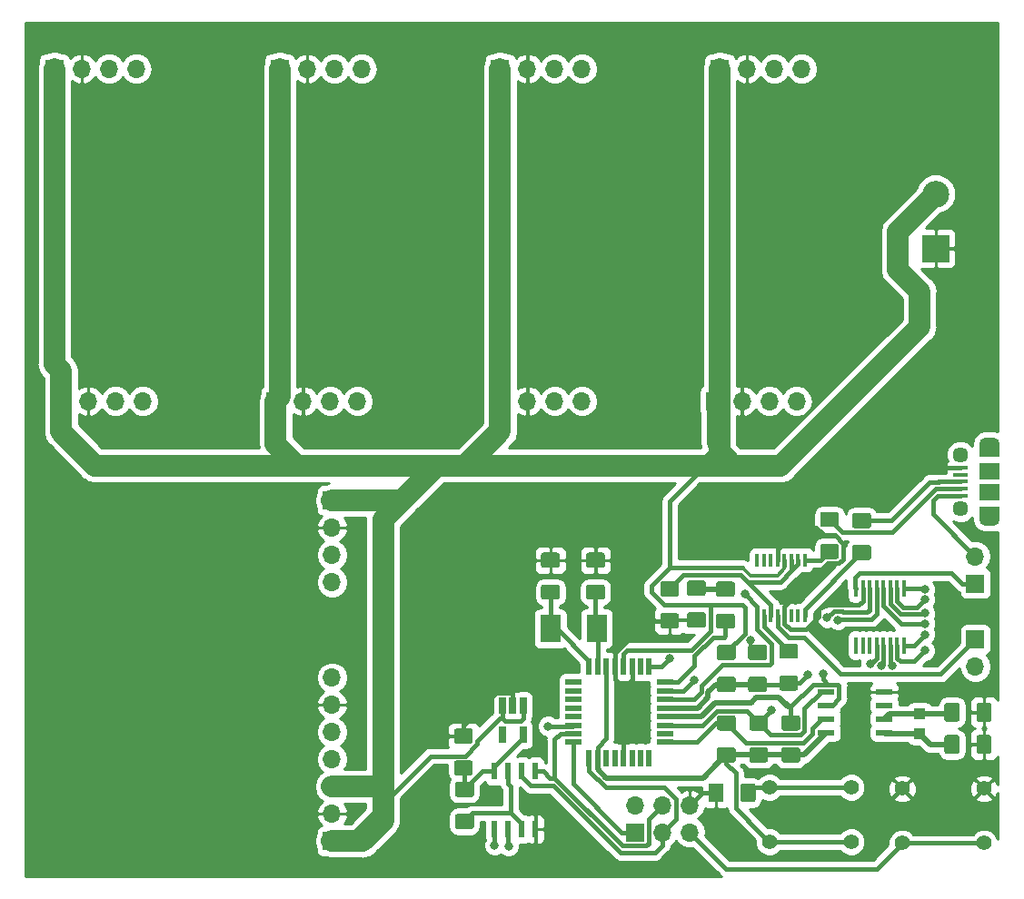
<source format=gbr>
G04 #@! TF.GenerationSoftware,KiCad,Pcbnew,(5.0.1)-4*
G04 #@! TF.CreationDate,2019-10-16T14:09:11+02:00*
G04 #@! TF.ProjectId,Pcb_Sensor_test,5063625F53656E736F725F746573742E,rev?*
G04 #@! TF.SameCoordinates,Original*
G04 #@! TF.FileFunction,Copper,L1,Top,Signal*
G04 #@! TF.FilePolarity,Positive*
%FSLAX46Y46*%
G04 Gerber Fmt 4.6, Leading zero omitted, Abs format (unit mm)*
G04 Created by KiCad (PCBNEW (5.0.1)-4) date 16/10/2019 14:09:11*
%MOMM*%
%LPD*%
G01*
G04 APERTURE LIST*
G04 #@! TA.AperFunction,Conductor*
%ADD10C,0.100000*%
G04 #@! TD*
G04 #@! TA.AperFunction,SMDPad,CuDef*
%ADD11C,1.425000*%
G04 #@! TD*
G04 #@! TA.AperFunction,ComponentPad*
%ADD12R,1.700000X1.700000*%
G04 #@! TD*
G04 #@! TA.AperFunction,ComponentPad*
%ADD13O,1.700000X1.700000*%
G04 #@! TD*
G04 #@! TA.AperFunction,ComponentPad*
%ADD14R,2.500000X2.500000*%
G04 #@! TD*
G04 #@! TA.AperFunction,ComponentPad*
%ADD15C,2.500000*%
G04 #@! TD*
G04 #@! TA.AperFunction,ComponentPad*
%ADD16C,1.397000*%
G04 #@! TD*
G04 #@! TA.AperFunction,SMDPad,CuDef*
%ADD17R,0.550000X1.600000*%
G04 #@! TD*
G04 #@! TA.AperFunction,SMDPad,CuDef*
%ADD18R,1.600000X0.550000*%
G04 #@! TD*
G04 #@! TA.AperFunction,SMDPad,CuDef*
%ADD19R,1.550000X0.600000*%
G04 #@! TD*
G04 #@! TA.AperFunction,SMDPad,CuDef*
%ADD20R,0.600000X1.550000*%
G04 #@! TD*
G04 #@! TA.AperFunction,SMDPad,CuDef*
%ADD21R,0.410000X1.600000*%
G04 #@! TD*
G04 #@! TA.AperFunction,SMDPad,CuDef*
%ADD22R,0.400000X1.200000*%
G04 #@! TD*
G04 #@! TA.AperFunction,SMDPad,CuDef*
%ADD23R,0.650000X1.560000*%
G04 #@! TD*
G04 #@! TA.AperFunction,SMDPad,CuDef*
%ADD24R,1.900000X2.600000*%
G04 #@! TD*
G04 #@! TA.AperFunction,SMDPad,CuDef*
%ADD25R,1.100000X1.050000*%
G04 #@! TD*
G04 #@! TA.AperFunction,SMDPad,CuDef*
%ADD26R,1.900000X1.500000*%
G04 #@! TD*
G04 #@! TA.AperFunction,ComponentPad*
%ADD27C,1.450000*%
G04 #@! TD*
G04 #@! TA.AperFunction,SMDPad,CuDef*
%ADD28R,1.350000X0.400000*%
G04 #@! TD*
G04 #@! TA.AperFunction,ComponentPad*
%ADD29O,1.900000X1.200000*%
G04 #@! TD*
G04 #@! TA.AperFunction,SMDPad,CuDef*
%ADD30R,1.900000X1.200000*%
G04 #@! TD*
G04 #@! TA.AperFunction,ViaPad*
%ADD31C,0.800000*%
G04 #@! TD*
G04 #@! TA.AperFunction,Conductor*
%ADD32C,0.400000*%
G04 #@! TD*
G04 #@! TA.AperFunction,Conductor*
%ADD33C,0.300000*%
G04 #@! TD*
G04 #@! TA.AperFunction,Conductor*
%ADD34C,0.500000*%
G04 #@! TD*
G04 #@! TA.AperFunction,Conductor*
%ADD35C,1.500000*%
G04 #@! TD*
G04 #@! TA.AperFunction,Conductor*
%ADD36C,2.000000*%
G04 #@! TD*
G04 #@! TA.AperFunction,Conductor*
%ADD37C,0.254000*%
G04 #@! TD*
G04 APERTURE END LIST*
D10*
G04 #@! TO.N,/GND*
G04 #@! TO.C,C1*
G36*
X143249504Y-98113704D02*
X143273773Y-98117304D01*
X143297571Y-98123265D01*
X143320671Y-98131530D01*
X143342849Y-98142020D01*
X143363893Y-98154633D01*
X143383598Y-98169247D01*
X143401777Y-98185723D01*
X143418253Y-98203902D01*
X143432867Y-98223607D01*
X143445480Y-98244651D01*
X143455970Y-98266829D01*
X143464235Y-98289929D01*
X143470196Y-98313727D01*
X143473796Y-98337996D01*
X143475000Y-98362500D01*
X143475000Y-99287500D01*
X143473796Y-99312004D01*
X143470196Y-99336273D01*
X143464235Y-99360071D01*
X143455970Y-99383171D01*
X143445480Y-99405349D01*
X143432867Y-99426393D01*
X143418253Y-99446098D01*
X143401777Y-99464277D01*
X143383598Y-99480753D01*
X143363893Y-99495367D01*
X143342849Y-99507980D01*
X143320671Y-99518470D01*
X143297571Y-99526735D01*
X143273773Y-99532696D01*
X143249504Y-99536296D01*
X143225000Y-99537500D01*
X141975000Y-99537500D01*
X141950496Y-99536296D01*
X141926227Y-99532696D01*
X141902429Y-99526735D01*
X141879329Y-99518470D01*
X141857151Y-99507980D01*
X141836107Y-99495367D01*
X141816402Y-99480753D01*
X141798223Y-99464277D01*
X141781747Y-99446098D01*
X141767133Y-99426393D01*
X141754520Y-99405349D01*
X141744030Y-99383171D01*
X141735765Y-99360071D01*
X141729804Y-99336273D01*
X141726204Y-99312004D01*
X141725000Y-99287500D01*
X141725000Y-98362500D01*
X141726204Y-98337996D01*
X141729804Y-98313727D01*
X141735765Y-98289929D01*
X141744030Y-98266829D01*
X141754520Y-98244651D01*
X141767133Y-98223607D01*
X141781747Y-98203902D01*
X141798223Y-98185723D01*
X141816402Y-98169247D01*
X141836107Y-98154633D01*
X141857151Y-98142020D01*
X141879329Y-98131530D01*
X141902429Y-98123265D01*
X141926227Y-98117304D01*
X141950496Y-98113704D01*
X141975000Y-98112500D01*
X143225000Y-98112500D01*
X143249504Y-98113704D01*
X143249504Y-98113704D01*
G37*
D11*
G04 #@! TD*
G04 #@! TO.P,C1,1*
G04 #@! TO.N,/GND*
X142600000Y-98825000D03*
D10*
G04 #@! TO.N,Net-(C1-Pad2)*
G04 #@! TO.C,C1*
G36*
X143249504Y-101088704D02*
X143273773Y-101092304D01*
X143297571Y-101098265D01*
X143320671Y-101106530D01*
X143342849Y-101117020D01*
X143363893Y-101129633D01*
X143383598Y-101144247D01*
X143401777Y-101160723D01*
X143418253Y-101178902D01*
X143432867Y-101198607D01*
X143445480Y-101219651D01*
X143455970Y-101241829D01*
X143464235Y-101264929D01*
X143470196Y-101288727D01*
X143473796Y-101312996D01*
X143475000Y-101337500D01*
X143475000Y-102262500D01*
X143473796Y-102287004D01*
X143470196Y-102311273D01*
X143464235Y-102335071D01*
X143455970Y-102358171D01*
X143445480Y-102380349D01*
X143432867Y-102401393D01*
X143418253Y-102421098D01*
X143401777Y-102439277D01*
X143383598Y-102455753D01*
X143363893Y-102470367D01*
X143342849Y-102482980D01*
X143320671Y-102493470D01*
X143297571Y-102501735D01*
X143273773Y-102507696D01*
X143249504Y-102511296D01*
X143225000Y-102512500D01*
X141975000Y-102512500D01*
X141950496Y-102511296D01*
X141926227Y-102507696D01*
X141902429Y-102501735D01*
X141879329Y-102493470D01*
X141857151Y-102482980D01*
X141836107Y-102470367D01*
X141816402Y-102455753D01*
X141798223Y-102439277D01*
X141781747Y-102421098D01*
X141767133Y-102401393D01*
X141754520Y-102380349D01*
X141744030Y-102358171D01*
X141735765Y-102335071D01*
X141729804Y-102311273D01*
X141726204Y-102287004D01*
X141725000Y-102262500D01*
X141725000Y-101337500D01*
X141726204Y-101312996D01*
X141729804Y-101288727D01*
X141735765Y-101264929D01*
X141744030Y-101241829D01*
X141754520Y-101219651D01*
X141767133Y-101198607D01*
X141781747Y-101178902D01*
X141798223Y-101160723D01*
X141816402Y-101144247D01*
X141836107Y-101129633D01*
X141857151Y-101117020D01*
X141879329Y-101106530D01*
X141902429Y-101098265D01*
X141926227Y-101092304D01*
X141950496Y-101088704D01*
X141975000Y-101087500D01*
X143225000Y-101087500D01*
X143249504Y-101088704D01*
X143249504Y-101088704D01*
G37*
D11*
G04 #@! TD*
G04 #@! TO.P,C1,2*
G04 #@! TO.N,Net-(C1-Pad2)*
X142600000Y-101800000D03*
D10*
G04 #@! TO.N,Net-(C2-Pad2)*
G04 #@! TO.C,C2*
G36*
X147449504Y-101088704D02*
X147473773Y-101092304D01*
X147497571Y-101098265D01*
X147520671Y-101106530D01*
X147542849Y-101117020D01*
X147563893Y-101129633D01*
X147583598Y-101144247D01*
X147601777Y-101160723D01*
X147618253Y-101178902D01*
X147632867Y-101198607D01*
X147645480Y-101219651D01*
X147655970Y-101241829D01*
X147664235Y-101264929D01*
X147670196Y-101288727D01*
X147673796Y-101312996D01*
X147675000Y-101337500D01*
X147675000Y-102262500D01*
X147673796Y-102287004D01*
X147670196Y-102311273D01*
X147664235Y-102335071D01*
X147655970Y-102358171D01*
X147645480Y-102380349D01*
X147632867Y-102401393D01*
X147618253Y-102421098D01*
X147601777Y-102439277D01*
X147583598Y-102455753D01*
X147563893Y-102470367D01*
X147542849Y-102482980D01*
X147520671Y-102493470D01*
X147497571Y-102501735D01*
X147473773Y-102507696D01*
X147449504Y-102511296D01*
X147425000Y-102512500D01*
X146175000Y-102512500D01*
X146150496Y-102511296D01*
X146126227Y-102507696D01*
X146102429Y-102501735D01*
X146079329Y-102493470D01*
X146057151Y-102482980D01*
X146036107Y-102470367D01*
X146016402Y-102455753D01*
X145998223Y-102439277D01*
X145981747Y-102421098D01*
X145967133Y-102401393D01*
X145954520Y-102380349D01*
X145944030Y-102358171D01*
X145935765Y-102335071D01*
X145929804Y-102311273D01*
X145926204Y-102287004D01*
X145925000Y-102262500D01*
X145925000Y-101337500D01*
X145926204Y-101312996D01*
X145929804Y-101288727D01*
X145935765Y-101264929D01*
X145944030Y-101241829D01*
X145954520Y-101219651D01*
X145967133Y-101198607D01*
X145981747Y-101178902D01*
X145998223Y-101160723D01*
X146016402Y-101144247D01*
X146036107Y-101129633D01*
X146057151Y-101117020D01*
X146079329Y-101106530D01*
X146102429Y-101098265D01*
X146126227Y-101092304D01*
X146150496Y-101088704D01*
X146175000Y-101087500D01*
X147425000Y-101087500D01*
X147449504Y-101088704D01*
X147449504Y-101088704D01*
G37*
D11*
G04 #@! TD*
G04 #@! TO.P,C2,2*
G04 #@! TO.N,Net-(C2-Pad2)*
X146800000Y-101800000D03*
D10*
G04 #@! TO.N,/GND*
G04 #@! TO.C,C2*
G36*
X147449504Y-98113704D02*
X147473773Y-98117304D01*
X147497571Y-98123265D01*
X147520671Y-98131530D01*
X147542849Y-98142020D01*
X147563893Y-98154633D01*
X147583598Y-98169247D01*
X147601777Y-98185723D01*
X147618253Y-98203902D01*
X147632867Y-98223607D01*
X147645480Y-98244651D01*
X147655970Y-98266829D01*
X147664235Y-98289929D01*
X147670196Y-98313727D01*
X147673796Y-98337996D01*
X147675000Y-98362500D01*
X147675000Y-99287500D01*
X147673796Y-99312004D01*
X147670196Y-99336273D01*
X147664235Y-99360071D01*
X147655970Y-99383171D01*
X147645480Y-99405349D01*
X147632867Y-99426393D01*
X147618253Y-99446098D01*
X147601777Y-99464277D01*
X147583598Y-99480753D01*
X147563893Y-99495367D01*
X147542849Y-99507980D01*
X147520671Y-99518470D01*
X147497571Y-99526735D01*
X147473773Y-99532696D01*
X147449504Y-99536296D01*
X147425000Y-99537500D01*
X146175000Y-99537500D01*
X146150496Y-99536296D01*
X146126227Y-99532696D01*
X146102429Y-99526735D01*
X146079329Y-99518470D01*
X146057151Y-99507980D01*
X146036107Y-99495367D01*
X146016402Y-99480753D01*
X145998223Y-99464277D01*
X145981747Y-99446098D01*
X145967133Y-99426393D01*
X145954520Y-99405349D01*
X145944030Y-99383171D01*
X145935765Y-99360071D01*
X145929804Y-99336273D01*
X145926204Y-99312004D01*
X145925000Y-99287500D01*
X145925000Y-98362500D01*
X145926204Y-98337996D01*
X145929804Y-98313727D01*
X145935765Y-98289929D01*
X145944030Y-98266829D01*
X145954520Y-98244651D01*
X145967133Y-98223607D01*
X145981747Y-98203902D01*
X145998223Y-98185723D01*
X146016402Y-98169247D01*
X146036107Y-98154633D01*
X146057151Y-98142020D01*
X146079329Y-98131530D01*
X146102429Y-98123265D01*
X146126227Y-98117304D01*
X146150496Y-98113704D01*
X146175000Y-98112500D01*
X147425000Y-98112500D01*
X147449504Y-98113704D01*
X147449504Y-98113704D01*
G37*
D11*
G04 #@! TD*
G04 #@! TO.P,C2,1*
G04 #@! TO.N,/GND*
X146800000Y-98825000D03*
D10*
G04 #@! TO.N,/RST*
G04 #@! TO.C,C3*
G36*
X162549504Y-109688704D02*
X162573773Y-109692304D01*
X162597571Y-109698265D01*
X162620671Y-109706530D01*
X162642849Y-109717020D01*
X162663893Y-109729633D01*
X162683598Y-109744247D01*
X162701777Y-109760723D01*
X162718253Y-109778902D01*
X162732867Y-109798607D01*
X162745480Y-109819651D01*
X162755970Y-109841829D01*
X162764235Y-109864929D01*
X162770196Y-109888727D01*
X162773796Y-109912996D01*
X162775000Y-109937500D01*
X162775000Y-110862500D01*
X162773796Y-110887004D01*
X162770196Y-110911273D01*
X162764235Y-110935071D01*
X162755970Y-110958171D01*
X162745480Y-110980349D01*
X162732867Y-111001393D01*
X162718253Y-111021098D01*
X162701777Y-111039277D01*
X162683598Y-111055753D01*
X162663893Y-111070367D01*
X162642849Y-111082980D01*
X162620671Y-111093470D01*
X162597571Y-111101735D01*
X162573773Y-111107696D01*
X162549504Y-111111296D01*
X162525000Y-111112500D01*
X161275000Y-111112500D01*
X161250496Y-111111296D01*
X161226227Y-111107696D01*
X161202429Y-111101735D01*
X161179329Y-111093470D01*
X161157151Y-111082980D01*
X161136107Y-111070367D01*
X161116402Y-111055753D01*
X161098223Y-111039277D01*
X161081747Y-111021098D01*
X161067133Y-111001393D01*
X161054520Y-110980349D01*
X161044030Y-110958171D01*
X161035765Y-110935071D01*
X161029804Y-110911273D01*
X161026204Y-110887004D01*
X161025000Y-110862500D01*
X161025000Y-109937500D01*
X161026204Y-109912996D01*
X161029804Y-109888727D01*
X161035765Y-109864929D01*
X161044030Y-109841829D01*
X161054520Y-109819651D01*
X161067133Y-109798607D01*
X161081747Y-109778902D01*
X161098223Y-109760723D01*
X161116402Y-109744247D01*
X161136107Y-109729633D01*
X161157151Y-109717020D01*
X161179329Y-109706530D01*
X161202429Y-109698265D01*
X161226227Y-109692304D01*
X161250496Y-109688704D01*
X161275000Y-109687500D01*
X162525000Y-109687500D01*
X162549504Y-109688704D01*
X162549504Y-109688704D01*
G37*
D11*
G04 #@! TD*
G04 #@! TO.P,C3,2*
G04 #@! TO.N,/RST*
X161900000Y-110400000D03*
D10*
G04 #@! TO.N,/GND*
G04 #@! TO.C,C3*
G36*
X162549504Y-106713704D02*
X162573773Y-106717304D01*
X162597571Y-106723265D01*
X162620671Y-106731530D01*
X162642849Y-106742020D01*
X162663893Y-106754633D01*
X162683598Y-106769247D01*
X162701777Y-106785723D01*
X162718253Y-106803902D01*
X162732867Y-106823607D01*
X162745480Y-106844651D01*
X162755970Y-106866829D01*
X162764235Y-106889929D01*
X162770196Y-106913727D01*
X162773796Y-106937996D01*
X162775000Y-106962500D01*
X162775000Y-107887500D01*
X162773796Y-107912004D01*
X162770196Y-107936273D01*
X162764235Y-107960071D01*
X162755970Y-107983171D01*
X162745480Y-108005349D01*
X162732867Y-108026393D01*
X162718253Y-108046098D01*
X162701777Y-108064277D01*
X162683598Y-108080753D01*
X162663893Y-108095367D01*
X162642849Y-108107980D01*
X162620671Y-108118470D01*
X162597571Y-108126735D01*
X162573773Y-108132696D01*
X162549504Y-108136296D01*
X162525000Y-108137500D01*
X161275000Y-108137500D01*
X161250496Y-108136296D01*
X161226227Y-108132696D01*
X161202429Y-108126735D01*
X161179329Y-108118470D01*
X161157151Y-108107980D01*
X161136107Y-108095367D01*
X161116402Y-108080753D01*
X161098223Y-108064277D01*
X161081747Y-108046098D01*
X161067133Y-108026393D01*
X161054520Y-108005349D01*
X161044030Y-107983171D01*
X161035765Y-107960071D01*
X161029804Y-107936273D01*
X161026204Y-107912004D01*
X161025000Y-107887500D01*
X161025000Y-106962500D01*
X161026204Y-106937996D01*
X161029804Y-106913727D01*
X161035765Y-106889929D01*
X161044030Y-106866829D01*
X161054520Y-106844651D01*
X161067133Y-106823607D01*
X161081747Y-106803902D01*
X161098223Y-106785723D01*
X161116402Y-106769247D01*
X161136107Y-106754633D01*
X161157151Y-106742020D01*
X161179329Y-106731530D01*
X161202429Y-106723265D01*
X161226227Y-106717304D01*
X161250496Y-106713704D01*
X161275000Y-106712500D01*
X162525000Y-106712500D01*
X162549504Y-106713704D01*
X162549504Y-106713704D01*
G37*
D11*
G04 #@! TD*
G04 #@! TO.P,C3,1*
G04 #@! TO.N,/GND*
X161900000Y-107425000D03*
D10*
G04 #@! TO.N,Net-(C4-Pad2)*
G04 #@! TO.C,C4*
G36*
X180512004Y-115126204D02*
X180536273Y-115129804D01*
X180560071Y-115135765D01*
X180583171Y-115144030D01*
X180605349Y-115154520D01*
X180626393Y-115167133D01*
X180646098Y-115181747D01*
X180664277Y-115198223D01*
X180680753Y-115216402D01*
X180695367Y-115236107D01*
X180707980Y-115257151D01*
X180718470Y-115279329D01*
X180726735Y-115302429D01*
X180732696Y-115326227D01*
X180736296Y-115350496D01*
X180737500Y-115375000D01*
X180737500Y-116625000D01*
X180736296Y-116649504D01*
X180732696Y-116673773D01*
X180726735Y-116697571D01*
X180718470Y-116720671D01*
X180707980Y-116742849D01*
X180695367Y-116763893D01*
X180680753Y-116783598D01*
X180664277Y-116801777D01*
X180646098Y-116818253D01*
X180626393Y-116832867D01*
X180605349Y-116845480D01*
X180583171Y-116855970D01*
X180560071Y-116864235D01*
X180536273Y-116870196D01*
X180512004Y-116873796D01*
X180487500Y-116875000D01*
X179562500Y-116875000D01*
X179537996Y-116873796D01*
X179513727Y-116870196D01*
X179489929Y-116864235D01*
X179466829Y-116855970D01*
X179444651Y-116845480D01*
X179423607Y-116832867D01*
X179403902Y-116818253D01*
X179385723Y-116801777D01*
X179369247Y-116783598D01*
X179354633Y-116763893D01*
X179342020Y-116742849D01*
X179331530Y-116720671D01*
X179323265Y-116697571D01*
X179317304Y-116673773D01*
X179313704Y-116649504D01*
X179312500Y-116625000D01*
X179312500Y-115375000D01*
X179313704Y-115350496D01*
X179317304Y-115326227D01*
X179323265Y-115302429D01*
X179331530Y-115279329D01*
X179342020Y-115257151D01*
X179354633Y-115236107D01*
X179369247Y-115216402D01*
X179385723Y-115198223D01*
X179403902Y-115181747D01*
X179423607Y-115167133D01*
X179444651Y-115154520D01*
X179466829Y-115144030D01*
X179489929Y-115135765D01*
X179513727Y-115129804D01*
X179537996Y-115126204D01*
X179562500Y-115125000D01*
X180487500Y-115125000D01*
X180512004Y-115126204D01*
X180512004Y-115126204D01*
G37*
D11*
G04 #@! TD*
G04 #@! TO.P,C4,2*
G04 #@! TO.N,Net-(C4-Pad2)*
X180025000Y-116000000D03*
D10*
G04 #@! TO.N,/GND*
G04 #@! TO.C,C4*
G36*
X183487004Y-115126204D02*
X183511273Y-115129804D01*
X183535071Y-115135765D01*
X183558171Y-115144030D01*
X183580349Y-115154520D01*
X183601393Y-115167133D01*
X183621098Y-115181747D01*
X183639277Y-115198223D01*
X183655753Y-115216402D01*
X183670367Y-115236107D01*
X183682980Y-115257151D01*
X183693470Y-115279329D01*
X183701735Y-115302429D01*
X183707696Y-115326227D01*
X183711296Y-115350496D01*
X183712500Y-115375000D01*
X183712500Y-116625000D01*
X183711296Y-116649504D01*
X183707696Y-116673773D01*
X183701735Y-116697571D01*
X183693470Y-116720671D01*
X183682980Y-116742849D01*
X183670367Y-116763893D01*
X183655753Y-116783598D01*
X183639277Y-116801777D01*
X183621098Y-116818253D01*
X183601393Y-116832867D01*
X183580349Y-116845480D01*
X183558171Y-116855970D01*
X183535071Y-116864235D01*
X183511273Y-116870196D01*
X183487004Y-116873796D01*
X183462500Y-116875000D01*
X182537500Y-116875000D01*
X182512996Y-116873796D01*
X182488727Y-116870196D01*
X182464929Y-116864235D01*
X182441829Y-116855970D01*
X182419651Y-116845480D01*
X182398607Y-116832867D01*
X182378902Y-116818253D01*
X182360723Y-116801777D01*
X182344247Y-116783598D01*
X182329633Y-116763893D01*
X182317020Y-116742849D01*
X182306530Y-116720671D01*
X182298265Y-116697571D01*
X182292304Y-116673773D01*
X182288704Y-116649504D01*
X182287500Y-116625000D01*
X182287500Y-115375000D01*
X182288704Y-115350496D01*
X182292304Y-115326227D01*
X182298265Y-115302429D01*
X182306530Y-115279329D01*
X182317020Y-115257151D01*
X182329633Y-115236107D01*
X182344247Y-115216402D01*
X182360723Y-115198223D01*
X182378902Y-115181747D01*
X182398607Y-115167133D01*
X182419651Y-115154520D01*
X182441829Y-115144030D01*
X182464929Y-115135765D01*
X182488727Y-115129804D01*
X182512996Y-115126204D01*
X182537500Y-115125000D01*
X183462500Y-115125000D01*
X183487004Y-115126204D01*
X183487004Y-115126204D01*
G37*
D11*
G04 #@! TD*
G04 #@! TO.P,C4,1*
G04 #@! TO.N,/GND*
X183000000Y-116000000D03*
D10*
G04 #@! TO.N,/GND*
G04 #@! TO.C,C5*
G36*
X183487004Y-112126204D02*
X183511273Y-112129804D01*
X183535071Y-112135765D01*
X183558171Y-112144030D01*
X183580349Y-112154520D01*
X183601393Y-112167133D01*
X183621098Y-112181747D01*
X183639277Y-112198223D01*
X183655753Y-112216402D01*
X183670367Y-112236107D01*
X183682980Y-112257151D01*
X183693470Y-112279329D01*
X183701735Y-112302429D01*
X183707696Y-112326227D01*
X183711296Y-112350496D01*
X183712500Y-112375000D01*
X183712500Y-113625000D01*
X183711296Y-113649504D01*
X183707696Y-113673773D01*
X183701735Y-113697571D01*
X183693470Y-113720671D01*
X183682980Y-113742849D01*
X183670367Y-113763893D01*
X183655753Y-113783598D01*
X183639277Y-113801777D01*
X183621098Y-113818253D01*
X183601393Y-113832867D01*
X183580349Y-113845480D01*
X183558171Y-113855970D01*
X183535071Y-113864235D01*
X183511273Y-113870196D01*
X183487004Y-113873796D01*
X183462500Y-113875000D01*
X182537500Y-113875000D01*
X182512996Y-113873796D01*
X182488727Y-113870196D01*
X182464929Y-113864235D01*
X182441829Y-113855970D01*
X182419651Y-113845480D01*
X182398607Y-113832867D01*
X182378902Y-113818253D01*
X182360723Y-113801777D01*
X182344247Y-113783598D01*
X182329633Y-113763893D01*
X182317020Y-113742849D01*
X182306530Y-113720671D01*
X182298265Y-113697571D01*
X182292304Y-113673773D01*
X182288704Y-113649504D01*
X182287500Y-113625000D01*
X182287500Y-112375000D01*
X182288704Y-112350496D01*
X182292304Y-112326227D01*
X182298265Y-112302429D01*
X182306530Y-112279329D01*
X182317020Y-112257151D01*
X182329633Y-112236107D01*
X182344247Y-112216402D01*
X182360723Y-112198223D01*
X182378902Y-112181747D01*
X182398607Y-112167133D01*
X182419651Y-112154520D01*
X182441829Y-112144030D01*
X182464929Y-112135765D01*
X182488727Y-112129804D01*
X182512996Y-112126204D01*
X182537500Y-112125000D01*
X183462500Y-112125000D01*
X183487004Y-112126204D01*
X183487004Y-112126204D01*
G37*
D11*
G04 #@! TD*
G04 #@! TO.P,C5,1*
G04 #@! TO.N,/GND*
X183000000Y-113000000D03*
D10*
G04 #@! TO.N,Net-(C5-Pad2)*
G04 #@! TO.C,C5*
G36*
X180512004Y-112126204D02*
X180536273Y-112129804D01*
X180560071Y-112135765D01*
X180583171Y-112144030D01*
X180605349Y-112154520D01*
X180626393Y-112167133D01*
X180646098Y-112181747D01*
X180664277Y-112198223D01*
X180680753Y-112216402D01*
X180695367Y-112236107D01*
X180707980Y-112257151D01*
X180718470Y-112279329D01*
X180726735Y-112302429D01*
X180732696Y-112326227D01*
X180736296Y-112350496D01*
X180737500Y-112375000D01*
X180737500Y-113625000D01*
X180736296Y-113649504D01*
X180732696Y-113673773D01*
X180726735Y-113697571D01*
X180718470Y-113720671D01*
X180707980Y-113742849D01*
X180695367Y-113763893D01*
X180680753Y-113783598D01*
X180664277Y-113801777D01*
X180646098Y-113818253D01*
X180626393Y-113832867D01*
X180605349Y-113845480D01*
X180583171Y-113855970D01*
X180560071Y-113864235D01*
X180536273Y-113870196D01*
X180512004Y-113873796D01*
X180487500Y-113875000D01*
X179562500Y-113875000D01*
X179537996Y-113873796D01*
X179513727Y-113870196D01*
X179489929Y-113864235D01*
X179466829Y-113855970D01*
X179444651Y-113845480D01*
X179423607Y-113832867D01*
X179403902Y-113818253D01*
X179385723Y-113801777D01*
X179369247Y-113783598D01*
X179354633Y-113763893D01*
X179342020Y-113742849D01*
X179331530Y-113720671D01*
X179323265Y-113697571D01*
X179317304Y-113673773D01*
X179313704Y-113649504D01*
X179312500Y-113625000D01*
X179312500Y-112375000D01*
X179313704Y-112350496D01*
X179317304Y-112326227D01*
X179323265Y-112302429D01*
X179331530Y-112279329D01*
X179342020Y-112257151D01*
X179354633Y-112236107D01*
X179369247Y-112216402D01*
X179385723Y-112198223D01*
X179403902Y-112181747D01*
X179423607Y-112167133D01*
X179444651Y-112154520D01*
X179466829Y-112144030D01*
X179489929Y-112135765D01*
X179513727Y-112129804D01*
X179537996Y-112126204D01*
X179562500Y-112125000D01*
X180487500Y-112125000D01*
X180512004Y-112126204D01*
X180512004Y-112126204D01*
G37*
D11*
G04 #@! TD*
G04 #@! TO.P,C5,2*
G04 #@! TO.N,Net-(C5-Pad2)*
X180025000Y-113000000D03*
D10*
G04 #@! TO.N,Net-(C6-Pad1)*
G04 #@! TO.C,C6*
G36*
X154349504Y-100788704D02*
X154373773Y-100792304D01*
X154397571Y-100798265D01*
X154420671Y-100806530D01*
X154442849Y-100817020D01*
X154463893Y-100829633D01*
X154483598Y-100844247D01*
X154501777Y-100860723D01*
X154518253Y-100878902D01*
X154532867Y-100898607D01*
X154545480Y-100919651D01*
X154555970Y-100941829D01*
X154564235Y-100964929D01*
X154570196Y-100988727D01*
X154573796Y-101012996D01*
X154575000Y-101037500D01*
X154575000Y-101962500D01*
X154573796Y-101987004D01*
X154570196Y-102011273D01*
X154564235Y-102035071D01*
X154555970Y-102058171D01*
X154545480Y-102080349D01*
X154532867Y-102101393D01*
X154518253Y-102121098D01*
X154501777Y-102139277D01*
X154483598Y-102155753D01*
X154463893Y-102170367D01*
X154442849Y-102182980D01*
X154420671Y-102193470D01*
X154397571Y-102201735D01*
X154373773Y-102207696D01*
X154349504Y-102211296D01*
X154325000Y-102212500D01*
X153075000Y-102212500D01*
X153050496Y-102211296D01*
X153026227Y-102207696D01*
X153002429Y-102201735D01*
X152979329Y-102193470D01*
X152957151Y-102182980D01*
X152936107Y-102170367D01*
X152916402Y-102155753D01*
X152898223Y-102139277D01*
X152881747Y-102121098D01*
X152867133Y-102101393D01*
X152854520Y-102080349D01*
X152844030Y-102058171D01*
X152835765Y-102035071D01*
X152829804Y-102011273D01*
X152826204Y-101987004D01*
X152825000Y-101962500D01*
X152825000Y-101037500D01*
X152826204Y-101012996D01*
X152829804Y-100988727D01*
X152835765Y-100964929D01*
X152844030Y-100941829D01*
X152854520Y-100919651D01*
X152867133Y-100898607D01*
X152881747Y-100878902D01*
X152898223Y-100860723D01*
X152916402Y-100844247D01*
X152936107Y-100829633D01*
X152957151Y-100817020D01*
X152979329Y-100806530D01*
X153002429Y-100798265D01*
X153026227Y-100792304D01*
X153050496Y-100788704D01*
X153075000Y-100787500D01*
X154325000Y-100787500D01*
X154349504Y-100788704D01*
X154349504Y-100788704D01*
G37*
D11*
G04 #@! TD*
G04 #@! TO.P,C6,1*
G04 #@! TO.N,Net-(C6-Pad1)*
X153700000Y-101500000D03*
D10*
G04 #@! TO.N,/GND*
G04 #@! TO.C,C6*
G36*
X154349504Y-103763704D02*
X154373773Y-103767304D01*
X154397571Y-103773265D01*
X154420671Y-103781530D01*
X154442849Y-103792020D01*
X154463893Y-103804633D01*
X154483598Y-103819247D01*
X154501777Y-103835723D01*
X154518253Y-103853902D01*
X154532867Y-103873607D01*
X154545480Y-103894651D01*
X154555970Y-103916829D01*
X154564235Y-103939929D01*
X154570196Y-103963727D01*
X154573796Y-103987996D01*
X154575000Y-104012500D01*
X154575000Y-104937500D01*
X154573796Y-104962004D01*
X154570196Y-104986273D01*
X154564235Y-105010071D01*
X154555970Y-105033171D01*
X154545480Y-105055349D01*
X154532867Y-105076393D01*
X154518253Y-105096098D01*
X154501777Y-105114277D01*
X154483598Y-105130753D01*
X154463893Y-105145367D01*
X154442849Y-105157980D01*
X154420671Y-105168470D01*
X154397571Y-105176735D01*
X154373773Y-105182696D01*
X154349504Y-105186296D01*
X154325000Y-105187500D01*
X153075000Y-105187500D01*
X153050496Y-105186296D01*
X153026227Y-105182696D01*
X153002429Y-105176735D01*
X152979329Y-105168470D01*
X152957151Y-105157980D01*
X152936107Y-105145367D01*
X152916402Y-105130753D01*
X152898223Y-105114277D01*
X152881747Y-105096098D01*
X152867133Y-105076393D01*
X152854520Y-105055349D01*
X152844030Y-105033171D01*
X152835765Y-105010071D01*
X152829804Y-104986273D01*
X152826204Y-104962004D01*
X152825000Y-104937500D01*
X152825000Y-104012500D01*
X152826204Y-103987996D01*
X152829804Y-103963727D01*
X152835765Y-103939929D01*
X152844030Y-103916829D01*
X152854520Y-103894651D01*
X152867133Y-103873607D01*
X152881747Y-103853902D01*
X152898223Y-103835723D01*
X152916402Y-103819247D01*
X152936107Y-103804633D01*
X152957151Y-103792020D01*
X152979329Y-103781530D01*
X153002429Y-103773265D01*
X153026227Y-103767304D01*
X153050496Y-103763704D01*
X153075000Y-103762500D01*
X154325000Y-103762500D01*
X154349504Y-103763704D01*
X154349504Y-103763704D01*
G37*
D11*
G04 #@! TD*
G04 #@! TO.P,C6,2*
G04 #@! TO.N,/GND*
X153700000Y-104475000D03*
D10*
G04 #@! TO.N,Net-(C7-Pad1)*
G04 #@! TO.C,C7*
G36*
X135149504Y-117488704D02*
X135173773Y-117492304D01*
X135197571Y-117498265D01*
X135220671Y-117506530D01*
X135242849Y-117517020D01*
X135263893Y-117529633D01*
X135283598Y-117544247D01*
X135301777Y-117560723D01*
X135318253Y-117578902D01*
X135332867Y-117598607D01*
X135345480Y-117619651D01*
X135355970Y-117641829D01*
X135364235Y-117664929D01*
X135370196Y-117688727D01*
X135373796Y-117712996D01*
X135375000Y-117737500D01*
X135375000Y-118662500D01*
X135373796Y-118687004D01*
X135370196Y-118711273D01*
X135364235Y-118735071D01*
X135355970Y-118758171D01*
X135345480Y-118780349D01*
X135332867Y-118801393D01*
X135318253Y-118821098D01*
X135301777Y-118839277D01*
X135283598Y-118855753D01*
X135263893Y-118870367D01*
X135242849Y-118882980D01*
X135220671Y-118893470D01*
X135197571Y-118901735D01*
X135173773Y-118907696D01*
X135149504Y-118911296D01*
X135125000Y-118912500D01*
X133875000Y-118912500D01*
X133850496Y-118911296D01*
X133826227Y-118907696D01*
X133802429Y-118901735D01*
X133779329Y-118893470D01*
X133757151Y-118882980D01*
X133736107Y-118870367D01*
X133716402Y-118855753D01*
X133698223Y-118839277D01*
X133681747Y-118821098D01*
X133667133Y-118801393D01*
X133654520Y-118780349D01*
X133644030Y-118758171D01*
X133635765Y-118735071D01*
X133629804Y-118711273D01*
X133626204Y-118687004D01*
X133625000Y-118662500D01*
X133625000Y-117737500D01*
X133626204Y-117712996D01*
X133629804Y-117688727D01*
X133635765Y-117664929D01*
X133644030Y-117641829D01*
X133654520Y-117619651D01*
X133667133Y-117598607D01*
X133681747Y-117578902D01*
X133698223Y-117560723D01*
X133716402Y-117544247D01*
X133736107Y-117529633D01*
X133757151Y-117517020D01*
X133779329Y-117506530D01*
X133802429Y-117498265D01*
X133826227Y-117492304D01*
X133850496Y-117488704D01*
X133875000Y-117487500D01*
X135125000Y-117487500D01*
X135149504Y-117488704D01*
X135149504Y-117488704D01*
G37*
D11*
G04 #@! TD*
G04 #@! TO.P,C7,1*
G04 #@! TO.N,Net-(C7-Pad1)*
X134500000Y-118200000D03*
D10*
G04 #@! TO.N,/GND*
G04 #@! TO.C,C7*
G36*
X135149504Y-114513704D02*
X135173773Y-114517304D01*
X135197571Y-114523265D01*
X135220671Y-114531530D01*
X135242849Y-114542020D01*
X135263893Y-114554633D01*
X135283598Y-114569247D01*
X135301777Y-114585723D01*
X135318253Y-114603902D01*
X135332867Y-114623607D01*
X135345480Y-114644651D01*
X135355970Y-114666829D01*
X135364235Y-114689929D01*
X135370196Y-114713727D01*
X135373796Y-114737996D01*
X135375000Y-114762500D01*
X135375000Y-115687500D01*
X135373796Y-115712004D01*
X135370196Y-115736273D01*
X135364235Y-115760071D01*
X135355970Y-115783171D01*
X135345480Y-115805349D01*
X135332867Y-115826393D01*
X135318253Y-115846098D01*
X135301777Y-115864277D01*
X135283598Y-115880753D01*
X135263893Y-115895367D01*
X135242849Y-115907980D01*
X135220671Y-115918470D01*
X135197571Y-115926735D01*
X135173773Y-115932696D01*
X135149504Y-115936296D01*
X135125000Y-115937500D01*
X133875000Y-115937500D01*
X133850496Y-115936296D01*
X133826227Y-115932696D01*
X133802429Y-115926735D01*
X133779329Y-115918470D01*
X133757151Y-115907980D01*
X133736107Y-115895367D01*
X133716402Y-115880753D01*
X133698223Y-115864277D01*
X133681747Y-115846098D01*
X133667133Y-115826393D01*
X133654520Y-115805349D01*
X133644030Y-115783171D01*
X133635765Y-115760071D01*
X133629804Y-115736273D01*
X133626204Y-115712004D01*
X133625000Y-115687500D01*
X133625000Y-114762500D01*
X133626204Y-114737996D01*
X133629804Y-114713727D01*
X133635765Y-114689929D01*
X133644030Y-114666829D01*
X133654520Y-114644651D01*
X133667133Y-114623607D01*
X133681747Y-114603902D01*
X133698223Y-114585723D01*
X133716402Y-114569247D01*
X133736107Y-114554633D01*
X133757151Y-114542020D01*
X133779329Y-114531530D01*
X133802429Y-114523265D01*
X133826227Y-114517304D01*
X133850496Y-114513704D01*
X133875000Y-114512500D01*
X135125000Y-114512500D01*
X135149504Y-114513704D01*
X135149504Y-114513704D01*
G37*
D11*
G04 #@! TD*
G04 #@! TO.P,C7,2*
G04 #@! TO.N,/GND*
X134500000Y-115225000D03*
D10*
G04 #@! TO.N,/RST*
G04 #@! TO.C,C8*
G36*
X165449504Y-109563704D02*
X165473773Y-109567304D01*
X165497571Y-109573265D01*
X165520671Y-109581530D01*
X165542849Y-109592020D01*
X165563893Y-109604633D01*
X165583598Y-109619247D01*
X165601777Y-109635723D01*
X165618253Y-109653902D01*
X165632867Y-109673607D01*
X165645480Y-109694651D01*
X165655970Y-109716829D01*
X165664235Y-109739929D01*
X165670196Y-109763727D01*
X165673796Y-109787996D01*
X165675000Y-109812500D01*
X165675000Y-110737500D01*
X165673796Y-110762004D01*
X165670196Y-110786273D01*
X165664235Y-110810071D01*
X165655970Y-110833171D01*
X165645480Y-110855349D01*
X165632867Y-110876393D01*
X165618253Y-110896098D01*
X165601777Y-110914277D01*
X165583598Y-110930753D01*
X165563893Y-110945367D01*
X165542849Y-110957980D01*
X165520671Y-110968470D01*
X165497571Y-110976735D01*
X165473773Y-110982696D01*
X165449504Y-110986296D01*
X165425000Y-110987500D01*
X164175000Y-110987500D01*
X164150496Y-110986296D01*
X164126227Y-110982696D01*
X164102429Y-110976735D01*
X164079329Y-110968470D01*
X164057151Y-110957980D01*
X164036107Y-110945367D01*
X164016402Y-110930753D01*
X163998223Y-110914277D01*
X163981747Y-110896098D01*
X163967133Y-110876393D01*
X163954520Y-110855349D01*
X163944030Y-110833171D01*
X163935765Y-110810071D01*
X163929804Y-110786273D01*
X163926204Y-110762004D01*
X163925000Y-110737500D01*
X163925000Y-109812500D01*
X163926204Y-109787996D01*
X163929804Y-109763727D01*
X163935765Y-109739929D01*
X163944030Y-109716829D01*
X163954520Y-109694651D01*
X163967133Y-109673607D01*
X163981747Y-109653902D01*
X163998223Y-109635723D01*
X164016402Y-109619247D01*
X164036107Y-109604633D01*
X164057151Y-109592020D01*
X164079329Y-109581530D01*
X164102429Y-109573265D01*
X164126227Y-109567304D01*
X164150496Y-109563704D01*
X164175000Y-109562500D01*
X165425000Y-109562500D01*
X165449504Y-109563704D01*
X165449504Y-109563704D01*
G37*
D11*
G04 #@! TD*
G04 #@! TO.P,C8,2*
G04 #@! TO.N,/RST*
X164800000Y-110275000D03*
D10*
G04 #@! TO.N,/RTS*
G04 #@! TO.C,C8*
G36*
X165449504Y-106588704D02*
X165473773Y-106592304D01*
X165497571Y-106598265D01*
X165520671Y-106606530D01*
X165542849Y-106617020D01*
X165563893Y-106629633D01*
X165583598Y-106644247D01*
X165601777Y-106660723D01*
X165618253Y-106678902D01*
X165632867Y-106698607D01*
X165645480Y-106719651D01*
X165655970Y-106741829D01*
X165664235Y-106764929D01*
X165670196Y-106788727D01*
X165673796Y-106812996D01*
X165675000Y-106837500D01*
X165675000Y-107762500D01*
X165673796Y-107787004D01*
X165670196Y-107811273D01*
X165664235Y-107835071D01*
X165655970Y-107858171D01*
X165645480Y-107880349D01*
X165632867Y-107901393D01*
X165618253Y-107921098D01*
X165601777Y-107939277D01*
X165583598Y-107955753D01*
X165563893Y-107970367D01*
X165542849Y-107982980D01*
X165520671Y-107993470D01*
X165497571Y-108001735D01*
X165473773Y-108007696D01*
X165449504Y-108011296D01*
X165425000Y-108012500D01*
X164175000Y-108012500D01*
X164150496Y-108011296D01*
X164126227Y-108007696D01*
X164102429Y-108001735D01*
X164079329Y-107993470D01*
X164057151Y-107982980D01*
X164036107Y-107970367D01*
X164016402Y-107955753D01*
X163998223Y-107939277D01*
X163981747Y-107921098D01*
X163967133Y-107901393D01*
X163954520Y-107880349D01*
X163944030Y-107858171D01*
X163935765Y-107835071D01*
X163929804Y-107811273D01*
X163926204Y-107787004D01*
X163925000Y-107762500D01*
X163925000Y-106837500D01*
X163926204Y-106812996D01*
X163929804Y-106788727D01*
X163935765Y-106764929D01*
X163944030Y-106741829D01*
X163954520Y-106719651D01*
X163967133Y-106698607D01*
X163981747Y-106678902D01*
X163998223Y-106660723D01*
X164016402Y-106644247D01*
X164036107Y-106629633D01*
X164057151Y-106617020D01*
X164079329Y-106606530D01*
X164102429Y-106598265D01*
X164126227Y-106592304D01*
X164150496Y-106588704D01*
X164175000Y-106587500D01*
X165425000Y-106587500D01*
X165449504Y-106588704D01*
X165449504Y-106588704D01*
G37*
D11*
G04 #@! TD*
G04 #@! TO.P,C8,1*
G04 #@! TO.N,/RTS*
X164800000Y-107300000D03*
D10*
G04 #@! TO.N,/GND*
G04 #@! TO.C,D1*
G36*
X156849504Y-103688704D02*
X156873773Y-103692304D01*
X156897571Y-103698265D01*
X156920671Y-103706530D01*
X156942849Y-103717020D01*
X156963893Y-103729633D01*
X156983598Y-103744247D01*
X157001777Y-103760723D01*
X157018253Y-103778902D01*
X157032867Y-103798607D01*
X157045480Y-103819651D01*
X157055970Y-103841829D01*
X157064235Y-103864929D01*
X157070196Y-103888727D01*
X157073796Y-103912996D01*
X157075000Y-103937500D01*
X157075000Y-104862500D01*
X157073796Y-104887004D01*
X157070196Y-104911273D01*
X157064235Y-104935071D01*
X157055970Y-104958171D01*
X157045480Y-104980349D01*
X157032867Y-105001393D01*
X157018253Y-105021098D01*
X157001777Y-105039277D01*
X156983598Y-105055753D01*
X156963893Y-105070367D01*
X156942849Y-105082980D01*
X156920671Y-105093470D01*
X156897571Y-105101735D01*
X156873773Y-105107696D01*
X156849504Y-105111296D01*
X156825000Y-105112500D01*
X155575000Y-105112500D01*
X155550496Y-105111296D01*
X155526227Y-105107696D01*
X155502429Y-105101735D01*
X155479329Y-105093470D01*
X155457151Y-105082980D01*
X155436107Y-105070367D01*
X155416402Y-105055753D01*
X155398223Y-105039277D01*
X155381747Y-105021098D01*
X155367133Y-105001393D01*
X155354520Y-104980349D01*
X155344030Y-104958171D01*
X155335765Y-104935071D01*
X155329804Y-104911273D01*
X155326204Y-104887004D01*
X155325000Y-104862500D01*
X155325000Y-103937500D01*
X155326204Y-103912996D01*
X155329804Y-103888727D01*
X155335765Y-103864929D01*
X155344030Y-103841829D01*
X155354520Y-103819651D01*
X155367133Y-103798607D01*
X155381747Y-103778902D01*
X155398223Y-103760723D01*
X155416402Y-103744247D01*
X155436107Y-103729633D01*
X155457151Y-103717020D01*
X155479329Y-103706530D01*
X155502429Y-103698265D01*
X155526227Y-103692304D01*
X155550496Y-103688704D01*
X155575000Y-103687500D01*
X156825000Y-103687500D01*
X156849504Y-103688704D01*
X156849504Y-103688704D01*
G37*
D11*
G04 #@! TD*
G04 #@! TO.P,D1,1*
G04 #@! TO.N,/GND*
X156200000Y-104400000D03*
D10*
G04 #@! TO.N,Net-(D1-Pad2)*
G04 #@! TO.C,D1*
G36*
X156849504Y-100713704D02*
X156873773Y-100717304D01*
X156897571Y-100723265D01*
X156920671Y-100731530D01*
X156942849Y-100742020D01*
X156963893Y-100754633D01*
X156983598Y-100769247D01*
X157001777Y-100785723D01*
X157018253Y-100803902D01*
X157032867Y-100823607D01*
X157045480Y-100844651D01*
X157055970Y-100866829D01*
X157064235Y-100889929D01*
X157070196Y-100913727D01*
X157073796Y-100937996D01*
X157075000Y-100962500D01*
X157075000Y-101887500D01*
X157073796Y-101912004D01*
X157070196Y-101936273D01*
X157064235Y-101960071D01*
X157055970Y-101983171D01*
X157045480Y-102005349D01*
X157032867Y-102026393D01*
X157018253Y-102046098D01*
X157001777Y-102064277D01*
X156983598Y-102080753D01*
X156963893Y-102095367D01*
X156942849Y-102107980D01*
X156920671Y-102118470D01*
X156897571Y-102126735D01*
X156873773Y-102132696D01*
X156849504Y-102136296D01*
X156825000Y-102137500D01*
X155575000Y-102137500D01*
X155550496Y-102136296D01*
X155526227Y-102132696D01*
X155502429Y-102126735D01*
X155479329Y-102118470D01*
X155457151Y-102107980D01*
X155436107Y-102095367D01*
X155416402Y-102080753D01*
X155398223Y-102064277D01*
X155381747Y-102046098D01*
X155367133Y-102026393D01*
X155354520Y-102005349D01*
X155344030Y-101983171D01*
X155335765Y-101960071D01*
X155329804Y-101936273D01*
X155326204Y-101912004D01*
X155325000Y-101887500D01*
X155325000Y-100962500D01*
X155326204Y-100937996D01*
X155329804Y-100913727D01*
X155335765Y-100889929D01*
X155344030Y-100866829D01*
X155354520Y-100844651D01*
X155367133Y-100823607D01*
X155381747Y-100803902D01*
X155398223Y-100785723D01*
X155416402Y-100769247D01*
X155436107Y-100754633D01*
X155457151Y-100742020D01*
X155479329Y-100731530D01*
X155502429Y-100723265D01*
X155526227Y-100717304D01*
X155550496Y-100713704D01*
X155575000Y-100712500D01*
X156825000Y-100712500D01*
X156849504Y-100713704D01*
X156849504Y-100713704D01*
G37*
D11*
G04 #@! TD*
G04 #@! TO.P,D1,2*
G04 #@! TO.N,Net-(D1-Pad2)*
X156200000Y-101425000D03*
D12*
G04 #@! TO.P,J1,1*
G04 #@! TO.N,/VCC*
X97000000Y-84000000D03*
D13*
G04 #@! TO.P,J1,2*
G04 #@! TO.N,/GND*
X99540000Y-84000000D03*
G04 #@! TO.P,J1,3*
G04 #@! TO.N,Net-(J1-Pad3)*
X102080000Y-84000000D03*
G04 #@! TO.P,J1,4*
G04 #@! TO.N,/MQ-1*
X104620000Y-84000000D03*
G04 #@! TD*
G04 #@! TO.P,J2,4*
G04 #@! TO.N,/MQ-2*
X104000000Y-53000000D03*
G04 #@! TO.P,J2,3*
G04 #@! TO.N,Net-(J2-Pad3)*
X101460000Y-53000000D03*
G04 #@! TO.P,J2,2*
G04 #@! TO.N,/GND*
X98920000Y-53000000D03*
D12*
G04 #@! TO.P,J2,1*
G04 #@! TO.N,/VCC*
X96380000Y-53000000D03*
G04 #@! TD*
G04 #@! TO.P,J3,1*
G04 #@! TO.N,/VCC*
X117000000Y-84000000D03*
D13*
G04 #@! TO.P,J3,2*
G04 #@! TO.N,/GND*
X119540000Y-84000000D03*
G04 #@! TO.P,J3,3*
G04 #@! TO.N,Net-(J3-Pad3)*
X122080000Y-84000000D03*
G04 #@! TO.P,J3,4*
G04 #@! TO.N,/MQ-3*
X124620000Y-84000000D03*
G04 #@! TD*
D12*
G04 #@! TO.P,J4,1*
G04 #@! TO.N,/VCC*
X117380000Y-53000000D03*
D13*
G04 #@! TO.P,J4,2*
G04 #@! TO.N,/GND*
X119920000Y-53000000D03*
G04 #@! TO.P,J4,3*
G04 #@! TO.N,Net-(J4-Pad3)*
X122460000Y-53000000D03*
G04 #@! TO.P,J4,4*
G04 #@! TO.N,/MQ-4*
X125000000Y-53000000D03*
G04 #@! TD*
G04 #@! TO.P,J5,4*
G04 #@! TO.N,/MQ-5*
X166000000Y-53000000D03*
G04 #@! TO.P,J5,3*
G04 #@! TO.N,Net-(J5-Pad3)*
X163460000Y-53000000D03*
G04 #@! TO.P,J5,2*
G04 #@! TO.N,/GND*
X160920000Y-53000000D03*
D12*
G04 #@! TO.P,J5,1*
G04 #@! TO.N,/VCC*
X158380000Y-53000000D03*
G04 #@! TD*
D13*
G04 #@! TO.P,J6,4*
G04 #@! TO.N,/MQ-6*
X165540000Y-84000000D03*
G04 #@! TO.P,J6,3*
G04 #@! TO.N,Net-(J6-Pad3)*
X163000000Y-84000000D03*
G04 #@! TO.P,J6,2*
G04 #@! TO.N,/GND*
X160460000Y-84000000D03*
D12*
G04 #@! TO.P,J6,1*
G04 #@! TO.N,/VCC*
X157920000Y-84000000D03*
G04 #@! TD*
G04 #@! TO.P,J7,1*
G04 #@! TO.N,/VCC*
X137920000Y-53000000D03*
D13*
G04 #@! TO.P,J7,2*
G04 #@! TO.N,/GND*
X140460000Y-53000000D03*
G04 #@! TO.P,J7,3*
G04 #@! TO.N,Net-(J7-Pad3)*
X143000000Y-53000000D03*
G04 #@! TO.P,J7,4*
G04 #@! TO.N,/MQ-7*
X145540000Y-53000000D03*
G04 #@! TD*
G04 #@! TO.P,J8,4*
G04 #@! TO.N,/MQ-8*
X145540000Y-84000000D03*
G04 #@! TO.P,J8,3*
G04 #@! TO.N,Net-(J8-Pad3)*
X143000000Y-84000000D03*
G04 #@! TO.P,J8,2*
G04 #@! TO.N,/GND*
X140460000Y-84000000D03*
D12*
G04 #@! TO.P,J8,1*
G04 #@! TO.N,/VCC*
X137920000Y-84000000D03*
G04 #@! TD*
G04 #@! TO.P,J9,1*
G04 #@! TO.N,/VCC*
X122250000Y-93250000D03*
D13*
G04 #@! TO.P,J9,2*
G04 #@! TO.N,/GND*
X122250000Y-95790000D03*
G04 #@! TO.P,J9,3*
G04 #@! TO.N,Net-(J9-Pad3)*
X122250000Y-98330000D03*
G04 #@! TO.P,J9,4*
G04 #@! TO.N,/MQ-9*
X122250000Y-100870000D03*
G04 #@! TD*
D12*
G04 #@! TO.P,J10,1*
G04 #@! TO.N,/VCC*
X122250000Y-125000000D03*
D13*
G04 #@! TO.P,J10,2*
G04 #@! TO.N,/GND*
X122250000Y-122460000D03*
G04 #@! TO.P,J10,3*
G04 #@! TO.N,/VCC*
X122250000Y-119920000D03*
G04 #@! TO.P,J10,4*
G04 #@! TO.N,/RX*
X122250000Y-117380000D03*
G04 #@! TO.P,J10,5*
G04 #@! TO.N,/TX*
X122250000Y-114840000D03*
G04 #@! TO.P,J10,6*
G04 #@! TO.N,/GND*
X122250000Y-112300000D03*
G04 #@! TO.P,J10,7*
G04 #@! TO.N,/RST*
X122250000Y-109760000D03*
G04 #@! TD*
D12*
G04 #@! TO.P,J11,1*
G04 #@! TO.N,/MISO*
X150500000Y-124200000D03*
D13*
G04 #@! TO.P,J11,2*
G04 #@! TO.N,/VCC*
X150500000Y-121660000D03*
G04 #@! TO.P,J11,3*
G04 #@! TO.N,/SCK*
X153040000Y-124200000D03*
G04 #@! TO.P,J11,4*
G04 #@! TO.N,/MOSI*
X153040000Y-121660000D03*
G04 #@! TO.P,J11,5*
G04 #@! TO.N,/RST*
X155580000Y-124200000D03*
G04 #@! TO.P,J11,6*
G04 #@! TO.N,/GND*
X155580000Y-121660000D03*
G04 #@! TD*
D14*
G04 #@! TO.P,J14,1*
G04 #@! TO.N,/GND*
X178500000Y-69750000D03*
D15*
G04 #@! TO.P,J14,2*
G04 #@! TO.N,/VCC*
X178500000Y-64670000D03*
G04 #@! TD*
D10*
G04 #@! TO.N,/MFP*
G04 #@! TO.C,R1*
G36*
X159649504Y-113288704D02*
X159673773Y-113292304D01*
X159697571Y-113298265D01*
X159720671Y-113306530D01*
X159742849Y-113317020D01*
X159763893Y-113329633D01*
X159783598Y-113344247D01*
X159801777Y-113360723D01*
X159818253Y-113378902D01*
X159832867Y-113398607D01*
X159845480Y-113419651D01*
X159855970Y-113441829D01*
X159864235Y-113464929D01*
X159870196Y-113488727D01*
X159873796Y-113512996D01*
X159875000Y-113537500D01*
X159875000Y-114462500D01*
X159873796Y-114487004D01*
X159870196Y-114511273D01*
X159864235Y-114535071D01*
X159855970Y-114558171D01*
X159845480Y-114580349D01*
X159832867Y-114601393D01*
X159818253Y-114621098D01*
X159801777Y-114639277D01*
X159783598Y-114655753D01*
X159763893Y-114670367D01*
X159742849Y-114682980D01*
X159720671Y-114693470D01*
X159697571Y-114701735D01*
X159673773Y-114707696D01*
X159649504Y-114711296D01*
X159625000Y-114712500D01*
X158375000Y-114712500D01*
X158350496Y-114711296D01*
X158326227Y-114707696D01*
X158302429Y-114701735D01*
X158279329Y-114693470D01*
X158257151Y-114682980D01*
X158236107Y-114670367D01*
X158216402Y-114655753D01*
X158198223Y-114639277D01*
X158181747Y-114621098D01*
X158167133Y-114601393D01*
X158154520Y-114580349D01*
X158144030Y-114558171D01*
X158135765Y-114535071D01*
X158129804Y-114511273D01*
X158126204Y-114487004D01*
X158125000Y-114462500D01*
X158125000Y-113537500D01*
X158126204Y-113512996D01*
X158129804Y-113488727D01*
X158135765Y-113464929D01*
X158144030Y-113441829D01*
X158154520Y-113419651D01*
X158167133Y-113398607D01*
X158181747Y-113378902D01*
X158198223Y-113360723D01*
X158216402Y-113344247D01*
X158236107Y-113329633D01*
X158257151Y-113317020D01*
X158279329Y-113306530D01*
X158302429Y-113298265D01*
X158326227Y-113292304D01*
X158350496Y-113288704D01*
X158375000Y-113287500D01*
X159625000Y-113287500D01*
X159649504Y-113288704D01*
X159649504Y-113288704D01*
G37*
D11*
G04 #@! TD*
G04 #@! TO.P,R1,2*
G04 #@! TO.N,/MFP*
X159000000Y-114000000D03*
D10*
G04 #@! TO.N,/VCC*
G04 #@! TO.C,R1*
G36*
X159649504Y-116263704D02*
X159673773Y-116267304D01*
X159697571Y-116273265D01*
X159720671Y-116281530D01*
X159742849Y-116292020D01*
X159763893Y-116304633D01*
X159783598Y-116319247D01*
X159801777Y-116335723D01*
X159818253Y-116353902D01*
X159832867Y-116373607D01*
X159845480Y-116394651D01*
X159855970Y-116416829D01*
X159864235Y-116439929D01*
X159870196Y-116463727D01*
X159873796Y-116487996D01*
X159875000Y-116512500D01*
X159875000Y-117437500D01*
X159873796Y-117462004D01*
X159870196Y-117486273D01*
X159864235Y-117510071D01*
X159855970Y-117533171D01*
X159845480Y-117555349D01*
X159832867Y-117576393D01*
X159818253Y-117596098D01*
X159801777Y-117614277D01*
X159783598Y-117630753D01*
X159763893Y-117645367D01*
X159742849Y-117657980D01*
X159720671Y-117668470D01*
X159697571Y-117676735D01*
X159673773Y-117682696D01*
X159649504Y-117686296D01*
X159625000Y-117687500D01*
X158375000Y-117687500D01*
X158350496Y-117686296D01*
X158326227Y-117682696D01*
X158302429Y-117676735D01*
X158279329Y-117668470D01*
X158257151Y-117657980D01*
X158236107Y-117645367D01*
X158216402Y-117630753D01*
X158198223Y-117614277D01*
X158181747Y-117596098D01*
X158167133Y-117576393D01*
X158154520Y-117555349D01*
X158144030Y-117533171D01*
X158135765Y-117510071D01*
X158129804Y-117486273D01*
X158126204Y-117462004D01*
X158125000Y-117437500D01*
X158125000Y-116512500D01*
X158126204Y-116487996D01*
X158129804Y-116463727D01*
X158135765Y-116439929D01*
X158144030Y-116416829D01*
X158154520Y-116394651D01*
X158167133Y-116373607D01*
X158181747Y-116353902D01*
X158198223Y-116335723D01*
X158216402Y-116319247D01*
X158236107Y-116304633D01*
X158257151Y-116292020D01*
X158279329Y-116281530D01*
X158302429Y-116273265D01*
X158326227Y-116267304D01*
X158350496Y-116263704D01*
X158375000Y-116262500D01*
X159625000Y-116262500D01*
X159649504Y-116263704D01*
X159649504Y-116263704D01*
G37*
D11*
G04 #@! TD*
G04 #@! TO.P,R1,1*
G04 #@! TO.N,/VCC*
X159000000Y-116975000D03*
D10*
G04 #@! TO.N,/VCC*
G04 #@! TO.C,R2*
G36*
X162649504Y-116263704D02*
X162673773Y-116267304D01*
X162697571Y-116273265D01*
X162720671Y-116281530D01*
X162742849Y-116292020D01*
X162763893Y-116304633D01*
X162783598Y-116319247D01*
X162801777Y-116335723D01*
X162818253Y-116353902D01*
X162832867Y-116373607D01*
X162845480Y-116394651D01*
X162855970Y-116416829D01*
X162864235Y-116439929D01*
X162870196Y-116463727D01*
X162873796Y-116487996D01*
X162875000Y-116512500D01*
X162875000Y-117437500D01*
X162873796Y-117462004D01*
X162870196Y-117486273D01*
X162864235Y-117510071D01*
X162855970Y-117533171D01*
X162845480Y-117555349D01*
X162832867Y-117576393D01*
X162818253Y-117596098D01*
X162801777Y-117614277D01*
X162783598Y-117630753D01*
X162763893Y-117645367D01*
X162742849Y-117657980D01*
X162720671Y-117668470D01*
X162697571Y-117676735D01*
X162673773Y-117682696D01*
X162649504Y-117686296D01*
X162625000Y-117687500D01*
X161375000Y-117687500D01*
X161350496Y-117686296D01*
X161326227Y-117682696D01*
X161302429Y-117676735D01*
X161279329Y-117668470D01*
X161257151Y-117657980D01*
X161236107Y-117645367D01*
X161216402Y-117630753D01*
X161198223Y-117614277D01*
X161181747Y-117596098D01*
X161167133Y-117576393D01*
X161154520Y-117555349D01*
X161144030Y-117533171D01*
X161135765Y-117510071D01*
X161129804Y-117486273D01*
X161126204Y-117462004D01*
X161125000Y-117437500D01*
X161125000Y-116512500D01*
X161126204Y-116487996D01*
X161129804Y-116463727D01*
X161135765Y-116439929D01*
X161144030Y-116416829D01*
X161154520Y-116394651D01*
X161167133Y-116373607D01*
X161181747Y-116353902D01*
X161198223Y-116335723D01*
X161216402Y-116319247D01*
X161236107Y-116304633D01*
X161257151Y-116292020D01*
X161279329Y-116281530D01*
X161302429Y-116273265D01*
X161326227Y-116267304D01*
X161350496Y-116263704D01*
X161375000Y-116262500D01*
X162625000Y-116262500D01*
X162649504Y-116263704D01*
X162649504Y-116263704D01*
G37*
D11*
G04 #@! TD*
G04 #@! TO.P,R2,1*
G04 #@! TO.N,/VCC*
X162000000Y-116975000D03*
D10*
G04 #@! TO.N,/SDA*
G04 #@! TO.C,R2*
G36*
X162649504Y-113288704D02*
X162673773Y-113292304D01*
X162697571Y-113298265D01*
X162720671Y-113306530D01*
X162742849Y-113317020D01*
X162763893Y-113329633D01*
X162783598Y-113344247D01*
X162801777Y-113360723D01*
X162818253Y-113378902D01*
X162832867Y-113398607D01*
X162845480Y-113419651D01*
X162855970Y-113441829D01*
X162864235Y-113464929D01*
X162870196Y-113488727D01*
X162873796Y-113512996D01*
X162875000Y-113537500D01*
X162875000Y-114462500D01*
X162873796Y-114487004D01*
X162870196Y-114511273D01*
X162864235Y-114535071D01*
X162855970Y-114558171D01*
X162845480Y-114580349D01*
X162832867Y-114601393D01*
X162818253Y-114621098D01*
X162801777Y-114639277D01*
X162783598Y-114655753D01*
X162763893Y-114670367D01*
X162742849Y-114682980D01*
X162720671Y-114693470D01*
X162697571Y-114701735D01*
X162673773Y-114707696D01*
X162649504Y-114711296D01*
X162625000Y-114712500D01*
X161375000Y-114712500D01*
X161350496Y-114711296D01*
X161326227Y-114707696D01*
X161302429Y-114701735D01*
X161279329Y-114693470D01*
X161257151Y-114682980D01*
X161236107Y-114670367D01*
X161216402Y-114655753D01*
X161198223Y-114639277D01*
X161181747Y-114621098D01*
X161167133Y-114601393D01*
X161154520Y-114580349D01*
X161144030Y-114558171D01*
X161135765Y-114535071D01*
X161129804Y-114511273D01*
X161126204Y-114487004D01*
X161125000Y-114462500D01*
X161125000Y-113537500D01*
X161126204Y-113512996D01*
X161129804Y-113488727D01*
X161135765Y-113464929D01*
X161144030Y-113441829D01*
X161154520Y-113419651D01*
X161167133Y-113398607D01*
X161181747Y-113378902D01*
X161198223Y-113360723D01*
X161216402Y-113344247D01*
X161236107Y-113329633D01*
X161257151Y-113317020D01*
X161279329Y-113306530D01*
X161302429Y-113298265D01*
X161326227Y-113292304D01*
X161350496Y-113288704D01*
X161375000Y-113287500D01*
X162625000Y-113287500D01*
X162649504Y-113288704D01*
X162649504Y-113288704D01*
G37*
D11*
G04 #@! TD*
G04 #@! TO.P,R2,2*
G04 #@! TO.N,/SDA*
X162000000Y-114000000D03*
D10*
G04 #@! TO.N,/VCC*
G04 #@! TO.C,R3*
G36*
X165649504Y-116263704D02*
X165673773Y-116267304D01*
X165697571Y-116273265D01*
X165720671Y-116281530D01*
X165742849Y-116292020D01*
X165763893Y-116304633D01*
X165783598Y-116319247D01*
X165801777Y-116335723D01*
X165818253Y-116353902D01*
X165832867Y-116373607D01*
X165845480Y-116394651D01*
X165855970Y-116416829D01*
X165864235Y-116439929D01*
X165870196Y-116463727D01*
X165873796Y-116487996D01*
X165875000Y-116512500D01*
X165875000Y-117437500D01*
X165873796Y-117462004D01*
X165870196Y-117486273D01*
X165864235Y-117510071D01*
X165855970Y-117533171D01*
X165845480Y-117555349D01*
X165832867Y-117576393D01*
X165818253Y-117596098D01*
X165801777Y-117614277D01*
X165783598Y-117630753D01*
X165763893Y-117645367D01*
X165742849Y-117657980D01*
X165720671Y-117668470D01*
X165697571Y-117676735D01*
X165673773Y-117682696D01*
X165649504Y-117686296D01*
X165625000Y-117687500D01*
X164375000Y-117687500D01*
X164350496Y-117686296D01*
X164326227Y-117682696D01*
X164302429Y-117676735D01*
X164279329Y-117668470D01*
X164257151Y-117657980D01*
X164236107Y-117645367D01*
X164216402Y-117630753D01*
X164198223Y-117614277D01*
X164181747Y-117596098D01*
X164167133Y-117576393D01*
X164154520Y-117555349D01*
X164144030Y-117533171D01*
X164135765Y-117510071D01*
X164129804Y-117486273D01*
X164126204Y-117462004D01*
X164125000Y-117437500D01*
X164125000Y-116512500D01*
X164126204Y-116487996D01*
X164129804Y-116463727D01*
X164135765Y-116439929D01*
X164144030Y-116416829D01*
X164154520Y-116394651D01*
X164167133Y-116373607D01*
X164181747Y-116353902D01*
X164198223Y-116335723D01*
X164216402Y-116319247D01*
X164236107Y-116304633D01*
X164257151Y-116292020D01*
X164279329Y-116281530D01*
X164302429Y-116273265D01*
X164326227Y-116267304D01*
X164350496Y-116263704D01*
X164375000Y-116262500D01*
X165625000Y-116262500D01*
X165649504Y-116263704D01*
X165649504Y-116263704D01*
G37*
D11*
G04 #@! TD*
G04 #@! TO.P,R3,1*
G04 #@! TO.N,/VCC*
X165000000Y-116975000D03*
D10*
G04 #@! TO.N,/SCL*
G04 #@! TO.C,R3*
G36*
X165649504Y-113288704D02*
X165673773Y-113292304D01*
X165697571Y-113298265D01*
X165720671Y-113306530D01*
X165742849Y-113317020D01*
X165763893Y-113329633D01*
X165783598Y-113344247D01*
X165801777Y-113360723D01*
X165818253Y-113378902D01*
X165832867Y-113398607D01*
X165845480Y-113419651D01*
X165855970Y-113441829D01*
X165864235Y-113464929D01*
X165870196Y-113488727D01*
X165873796Y-113512996D01*
X165875000Y-113537500D01*
X165875000Y-114462500D01*
X165873796Y-114487004D01*
X165870196Y-114511273D01*
X165864235Y-114535071D01*
X165855970Y-114558171D01*
X165845480Y-114580349D01*
X165832867Y-114601393D01*
X165818253Y-114621098D01*
X165801777Y-114639277D01*
X165783598Y-114655753D01*
X165763893Y-114670367D01*
X165742849Y-114682980D01*
X165720671Y-114693470D01*
X165697571Y-114701735D01*
X165673773Y-114707696D01*
X165649504Y-114711296D01*
X165625000Y-114712500D01*
X164375000Y-114712500D01*
X164350496Y-114711296D01*
X164326227Y-114707696D01*
X164302429Y-114701735D01*
X164279329Y-114693470D01*
X164257151Y-114682980D01*
X164236107Y-114670367D01*
X164216402Y-114655753D01*
X164198223Y-114639277D01*
X164181747Y-114621098D01*
X164167133Y-114601393D01*
X164154520Y-114580349D01*
X164144030Y-114558171D01*
X164135765Y-114535071D01*
X164129804Y-114511273D01*
X164126204Y-114487004D01*
X164125000Y-114462500D01*
X164125000Y-113537500D01*
X164126204Y-113512996D01*
X164129804Y-113488727D01*
X164135765Y-113464929D01*
X164144030Y-113441829D01*
X164154520Y-113419651D01*
X164167133Y-113398607D01*
X164181747Y-113378902D01*
X164198223Y-113360723D01*
X164216402Y-113344247D01*
X164236107Y-113329633D01*
X164257151Y-113317020D01*
X164279329Y-113306530D01*
X164302429Y-113298265D01*
X164326227Y-113292304D01*
X164350496Y-113288704D01*
X164375000Y-113287500D01*
X165625000Y-113287500D01*
X165649504Y-113288704D01*
X165649504Y-113288704D01*
G37*
D11*
G04 #@! TD*
G04 #@! TO.P,R3,2*
G04 #@! TO.N,/SCL*
X165000000Y-114000000D03*
D10*
G04 #@! TO.N,/VCC*
G04 #@! TO.C,R4*
G36*
X159649504Y-106713704D02*
X159673773Y-106717304D01*
X159697571Y-106723265D01*
X159720671Y-106731530D01*
X159742849Y-106742020D01*
X159763893Y-106754633D01*
X159783598Y-106769247D01*
X159801777Y-106785723D01*
X159818253Y-106803902D01*
X159832867Y-106823607D01*
X159845480Y-106844651D01*
X159855970Y-106866829D01*
X159864235Y-106889929D01*
X159870196Y-106913727D01*
X159873796Y-106937996D01*
X159875000Y-106962500D01*
X159875000Y-107887500D01*
X159873796Y-107912004D01*
X159870196Y-107936273D01*
X159864235Y-107960071D01*
X159855970Y-107983171D01*
X159845480Y-108005349D01*
X159832867Y-108026393D01*
X159818253Y-108046098D01*
X159801777Y-108064277D01*
X159783598Y-108080753D01*
X159763893Y-108095367D01*
X159742849Y-108107980D01*
X159720671Y-108118470D01*
X159697571Y-108126735D01*
X159673773Y-108132696D01*
X159649504Y-108136296D01*
X159625000Y-108137500D01*
X158375000Y-108137500D01*
X158350496Y-108136296D01*
X158326227Y-108132696D01*
X158302429Y-108126735D01*
X158279329Y-108118470D01*
X158257151Y-108107980D01*
X158236107Y-108095367D01*
X158216402Y-108080753D01*
X158198223Y-108064277D01*
X158181747Y-108046098D01*
X158167133Y-108026393D01*
X158154520Y-108005349D01*
X158144030Y-107983171D01*
X158135765Y-107960071D01*
X158129804Y-107936273D01*
X158126204Y-107912004D01*
X158125000Y-107887500D01*
X158125000Y-106962500D01*
X158126204Y-106937996D01*
X158129804Y-106913727D01*
X158135765Y-106889929D01*
X158144030Y-106866829D01*
X158154520Y-106844651D01*
X158167133Y-106823607D01*
X158181747Y-106803902D01*
X158198223Y-106785723D01*
X158216402Y-106769247D01*
X158236107Y-106754633D01*
X158257151Y-106742020D01*
X158279329Y-106731530D01*
X158302429Y-106723265D01*
X158326227Y-106717304D01*
X158350496Y-106713704D01*
X158375000Y-106712500D01*
X159625000Y-106712500D01*
X159649504Y-106713704D01*
X159649504Y-106713704D01*
G37*
D11*
G04 #@! TD*
G04 #@! TO.P,R4,1*
G04 #@! TO.N,/VCC*
X159000000Y-107425000D03*
D10*
G04 #@! TO.N,/RST*
G04 #@! TO.C,R4*
G36*
X159649504Y-109688704D02*
X159673773Y-109692304D01*
X159697571Y-109698265D01*
X159720671Y-109706530D01*
X159742849Y-109717020D01*
X159763893Y-109729633D01*
X159783598Y-109744247D01*
X159801777Y-109760723D01*
X159818253Y-109778902D01*
X159832867Y-109798607D01*
X159845480Y-109819651D01*
X159855970Y-109841829D01*
X159864235Y-109864929D01*
X159870196Y-109888727D01*
X159873796Y-109912996D01*
X159875000Y-109937500D01*
X159875000Y-110862500D01*
X159873796Y-110887004D01*
X159870196Y-110911273D01*
X159864235Y-110935071D01*
X159855970Y-110958171D01*
X159845480Y-110980349D01*
X159832867Y-111001393D01*
X159818253Y-111021098D01*
X159801777Y-111039277D01*
X159783598Y-111055753D01*
X159763893Y-111070367D01*
X159742849Y-111082980D01*
X159720671Y-111093470D01*
X159697571Y-111101735D01*
X159673773Y-111107696D01*
X159649504Y-111111296D01*
X159625000Y-111112500D01*
X158375000Y-111112500D01*
X158350496Y-111111296D01*
X158326227Y-111107696D01*
X158302429Y-111101735D01*
X158279329Y-111093470D01*
X158257151Y-111082980D01*
X158236107Y-111070367D01*
X158216402Y-111055753D01*
X158198223Y-111039277D01*
X158181747Y-111021098D01*
X158167133Y-111001393D01*
X158154520Y-110980349D01*
X158144030Y-110958171D01*
X158135765Y-110935071D01*
X158129804Y-110911273D01*
X158126204Y-110887004D01*
X158125000Y-110862500D01*
X158125000Y-109937500D01*
X158126204Y-109912996D01*
X158129804Y-109888727D01*
X158135765Y-109864929D01*
X158144030Y-109841829D01*
X158154520Y-109819651D01*
X158167133Y-109798607D01*
X158181747Y-109778902D01*
X158198223Y-109760723D01*
X158216402Y-109744247D01*
X158236107Y-109729633D01*
X158257151Y-109717020D01*
X158279329Y-109706530D01*
X158302429Y-109698265D01*
X158326227Y-109692304D01*
X158350496Y-109688704D01*
X158375000Y-109687500D01*
X159625000Y-109687500D01*
X159649504Y-109688704D01*
X159649504Y-109688704D01*
G37*
D11*
G04 #@! TD*
G04 #@! TO.P,R4,2*
G04 #@! TO.N,/RST*
X159000000Y-110400000D03*
D10*
G04 #@! TO.N,Net-(R5-Pad2)*
G04 #@! TO.C,R5*
G36*
X169249504Y-94313704D02*
X169273773Y-94317304D01*
X169297571Y-94323265D01*
X169320671Y-94331530D01*
X169342849Y-94342020D01*
X169363893Y-94354633D01*
X169383598Y-94369247D01*
X169401777Y-94385723D01*
X169418253Y-94403902D01*
X169432867Y-94423607D01*
X169445480Y-94444651D01*
X169455970Y-94466829D01*
X169464235Y-94489929D01*
X169470196Y-94513727D01*
X169473796Y-94537996D01*
X169475000Y-94562500D01*
X169475000Y-95487500D01*
X169473796Y-95512004D01*
X169470196Y-95536273D01*
X169464235Y-95560071D01*
X169455970Y-95583171D01*
X169445480Y-95605349D01*
X169432867Y-95626393D01*
X169418253Y-95646098D01*
X169401777Y-95664277D01*
X169383598Y-95680753D01*
X169363893Y-95695367D01*
X169342849Y-95707980D01*
X169320671Y-95718470D01*
X169297571Y-95726735D01*
X169273773Y-95732696D01*
X169249504Y-95736296D01*
X169225000Y-95737500D01*
X167975000Y-95737500D01*
X167950496Y-95736296D01*
X167926227Y-95732696D01*
X167902429Y-95726735D01*
X167879329Y-95718470D01*
X167857151Y-95707980D01*
X167836107Y-95695367D01*
X167816402Y-95680753D01*
X167798223Y-95664277D01*
X167781747Y-95646098D01*
X167767133Y-95626393D01*
X167754520Y-95605349D01*
X167744030Y-95583171D01*
X167735765Y-95560071D01*
X167729804Y-95536273D01*
X167726204Y-95512004D01*
X167725000Y-95487500D01*
X167725000Y-94562500D01*
X167726204Y-94537996D01*
X167729804Y-94513727D01*
X167735765Y-94489929D01*
X167744030Y-94466829D01*
X167754520Y-94444651D01*
X167767133Y-94423607D01*
X167781747Y-94403902D01*
X167798223Y-94385723D01*
X167816402Y-94369247D01*
X167836107Y-94354633D01*
X167857151Y-94342020D01*
X167879329Y-94331530D01*
X167902429Y-94323265D01*
X167926227Y-94317304D01*
X167950496Y-94313704D01*
X167975000Y-94312500D01*
X169225000Y-94312500D01*
X169249504Y-94313704D01*
X169249504Y-94313704D01*
G37*
D11*
G04 #@! TD*
G04 #@! TO.P,R5,2*
G04 #@! TO.N,Net-(R5-Pad2)*
X168600000Y-95025000D03*
D10*
G04 #@! TO.N,/D-*
G04 #@! TO.C,R5*
G36*
X169249504Y-97288704D02*
X169273773Y-97292304D01*
X169297571Y-97298265D01*
X169320671Y-97306530D01*
X169342849Y-97317020D01*
X169363893Y-97329633D01*
X169383598Y-97344247D01*
X169401777Y-97360723D01*
X169418253Y-97378902D01*
X169432867Y-97398607D01*
X169445480Y-97419651D01*
X169455970Y-97441829D01*
X169464235Y-97464929D01*
X169470196Y-97488727D01*
X169473796Y-97512996D01*
X169475000Y-97537500D01*
X169475000Y-98462500D01*
X169473796Y-98487004D01*
X169470196Y-98511273D01*
X169464235Y-98535071D01*
X169455970Y-98558171D01*
X169445480Y-98580349D01*
X169432867Y-98601393D01*
X169418253Y-98621098D01*
X169401777Y-98639277D01*
X169383598Y-98655753D01*
X169363893Y-98670367D01*
X169342849Y-98682980D01*
X169320671Y-98693470D01*
X169297571Y-98701735D01*
X169273773Y-98707696D01*
X169249504Y-98711296D01*
X169225000Y-98712500D01*
X167975000Y-98712500D01*
X167950496Y-98711296D01*
X167926227Y-98707696D01*
X167902429Y-98701735D01*
X167879329Y-98693470D01*
X167857151Y-98682980D01*
X167836107Y-98670367D01*
X167816402Y-98655753D01*
X167798223Y-98639277D01*
X167781747Y-98621098D01*
X167767133Y-98601393D01*
X167754520Y-98580349D01*
X167744030Y-98558171D01*
X167735765Y-98535071D01*
X167729804Y-98511273D01*
X167726204Y-98487004D01*
X167725000Y-98462500D01*
X167725000Y-97537500D01*
X167726204Y-97512996D01*
X167729804Y-97488727D01*
X167735765Y-97464929D01*
X167744030Y-97441829D01*
X167754520Y-97419651D01*
X167767133Y-97398607D01*
X167781747Y-97378902D01*
X167798223Y-97360723D01*
X167816402Y-97344247D01*
X167836107Y-97329633D01*
X167857151Y-97317020D01*
X167879329Y-97306530D01*
X167902429Y-97298265D01*
X167926227Y-97292304D01*
X167950496Y-97288704D01*
X167975000Y-97287500D01*
X169225000Y-97287500D01*
X169249504Y-97288704D01*
X169249504Y-97288704D01*
G37*
D11*
G04 #@! TD*
G04 #@! TO.P,R5,1*
G04 #@! TO.N,/D-*
X168600000Y-98000000D03*
D10*
G04 #@! TO.N,/D+*
G04 #@! TO.C,R6*
G36*
X172249504Y-97388704D02*
X172273773Y-97392304D01*
X172297571Y-97398265D01*
X172320671Y-97406530D01*
X172342849Y-97417020D01*
X172363893Y-97429633D01*
X172383598Y-97444247D01*
X172401777Y-97460723D01*
X172418253Y-97478902D01*
X172432867Y-97498607D01*
X172445480Y-97519651D01*
X172455970Y-97541829D01*
X172464235Y-97564929D01*
X172470196Y-97588727D01*
X172473796Y-97612996D01*
X172475000Y-97637500D01*
X172475000Y-98562500D01*
X172473796Y-98587004D01*
X172470196Y-98611273D01*
X172464235Y-98635071D01*
X172455970Y-98658171D01*
X172445480Y-98680349D01*
X172432867Y-98701393D01*
X172418253Y-98721098D01*
X172401777Y-98739277D01*
X172383598Y-98755753D01*
X172363893Y-98770367D01*
X172342849Y-98782980D01*
X172320671Y-98793470D01*
X172297571Y-98801735D01*
X172273773Y-98807696D01*
X172249504Y-98811296D01*
X172225000Y-98812500D01*
X170975000Y-98812500D01*
X170950496Y-98811296D01*
X170926227Y-98807696D01*
X170902429Y-98801735D01*
X170879329Y-98793470D01*
X170857151Y-98782980D01*
X170836107Y-98770367D01*
X170816402Y-98755753D01*
X170798223Y-98739277D01*
X170781747Y-98721098D01*
X170767133Y-98701393D01*
X170754520Y-98680349D01*
X170744030Y-98658171D01*
X170735765Y-98635071D01*
X170729804Y-98611273D01*
X170726204Y-98587004D01*
X170725000Y-98562500D01*
X170725000Y-97637500D01*
X170726204Y-97612996D01*
X170729804Y-97588727D01*
X170735765Y-97564929D01*
X170744030Y-97541829D01*
X170754520Y-97519651D01*
X170767133Y-97498607D01*
X170781747Y-97478902D01*
X170798223Y-97460723D01*
X170816402Y-97444247D01*
X170836107Y-97429633D01*
X170857151Y-97417020D01*
X170879329Y-97406530D01*
X170902429Y-97398265D01*
X170926227Y-97392304D01*
X170950496Y-97388704D01*
X170975000Y-97387500D01*
X172225000Y-97387500D01*
X172249504Y-97388704D01*
X172249504Y-97388704D01*
G37*
D11*
G04 #@! TD*
G04 #@! TO.P,R6,1*
G04 #@! TO.N,/D+*
X171600000Y-98100000D03*
D10*
G04 #@! TO.N,Net-(R6-Pad2)*
G04 #@! TO.C,R6*
G36*
X172249504Y-94413704D02*
X172273773Y-94417304D01*
X172297571Y-94423265D01*
X172320671Y-94431530D01*
X172342849Y-94442020D01*
X172363893Y-94454633D01*
X172383598Y-94469247D01*
X172401777Y-94485723D01*
X172418253Y-94503902D01*
X172432867Y-94523607D01*
X172445480Y-94544651D01*
X172455970Y-94566829D01*
X172464235Y-94589929D01*
X172470196Y-94613727D01*
X172473796Y-94637996D01*
X172475000Y-94662500D01*
X172475000Y-95587500D01*
X172473796Y-95612004D01*
X172470196Y-95636273D01*
X172464235Y-95660071D01*
X172455970Y-95683171D01*
X172445480Y-95705349D01*
X172432867Y-95726393D01*
X172418253Y-95746098D01*
X172401777Y-95764277D01*
X172383598Y-95780753D01*
X172363893Y-95795367D01*
X172342849Y-95807980D01*
X172320671Y-95818470D01*
X172297571Y-95826735D01*
X172273773Y-95832696D01*
X172249504Y-95836296D01*
X172225000Y-95837500D01*
X170975000Y-95837500D01*
X170950496Y-95836296D01*
X170926227Y-95832696D01*
X170902429Y-95826735D01*
X170879329Y-95818470D01*
X170857151Y-95807980D01*
X170836107Y-95795367D01*
X170816402Y-95780753D01*
X170798223Y-95764277D01*
X170781747Y-95746098D01*
X170767133Y-95726393D01*
X170754520Y-95705349D01*
X170744030Y-95683171D01*
X170735765Y-95660071D01*
X170729804Y-95636273D01*
X170726204Y-95612004D01*
X170725000Y-95587500D01*
X170725000Y-94662500D01*
X170726204Y-94637996D01*
X170729804Y-94613727D01*
X170735765Y-94589929D01*
X170744030Y-94566829D01*
X170754520Y-94544651D01*
X170767133Y-94523607D01*
X170781747Y-94503902D01*
X170798223Y-94485723D01*
X170816402Y-94469247D01*
X170836107Y-94454633D01*
X170857151Y-94442020D01*
X170879329Y-94431530D01*
X170902429Y-94423265D01*
X170926227Y-94417304D01*
X170950496Y-94413704D01*
X170975000Y-94412500D01*
X172225000Y-94412500D01*
X172249504Y-94413704D01*
X172249504Y-94413704D01*
G37*
D11*
G04 #@! TD*
G04 #@! TO.P,R6,2*
G04 #@! TO.N,Net-(R6-Pad2)*
X171600000Y-95125000D03*
D10*
G04 #@! TO.N,Net-(R7-Pad1)*
G04 #@! TO.C,R7*
G36*
X135249504Y-122463704D02*
X135273773Y-122467304D01*
X135297571Y-122473265D01*
X135320671Y-122481530D01*
X135342849Y-122492020D01*
X135363893Y-122504633D01*
X135383598Y-122519247D01*
X135401777Y-122535723D01*
X135418253Y-122553902D01*
X135432867Y-122573607D01*
X135445480Y-122594651D01*
X135455970Y-122616829D01*
X135464235Y-122639929D01*
X135470196Y-122663727D01*
X135473796Y-122687996D01*
X135475000Y-122712500D01*
X135475000Y-123637500D01*
X135473796Y-123662004D01*
X135470196Y-123686273D01*
X135464235Y-123710071D01*
X135455970Y-123733171D01*
X135445480Y-123755349D01*
X135432867Y-123776393D01*
X135418253Y-123796098D01*
X135401777Y-123814277D01*
X135383598Y-123830753D01*
X135363893Y-123845367D01*
X135342849Y-123857980D01*
X135320671Y-123868470D01*
X135297571Y-123876735D01*
X135273773Y-123882696D01*
X135249504Y-123886296D01*
X135225000Y-123887500D01*
X133975000Y-123887500D01*
X133950496Y-123886296D01*
X133926227Y-123882696D01*
X133902429Y-123876735D01*
X133879329Y-123868470D01*
X133857151Y-123857980D01*
X133836107Y-123845367D01*
X133816402Y-123830753D01*
X133798223Y-123814277D01*
X133781747Y-123796098D01*
X133767133Y-123776393D01*
X133754520Y-123755349D01*
X133744030Y-123733171D01*
X133735765Y-123710071D01*
X133729804Y-123686273D01*
X133726204Y-123662004D01*
X133725000Y-123637500D01*
X133725000Y-122712500D01*
X133726204Y-122687996D01*
X133729804Y-122663727D01*
X133735765Y-122639929D01*
X133744030Y-122616829D01*
X133754520Y-122594651D01*
X133767133Y-122573607D01*
X133781747Y-122553902D01*
X133798223Y-122535723D01*
X133816402Y-122519247D01*
X133836107Y-122504633D01*
X133857151Y-122492020D01*
X133879329Y-122481530D01*
X133902429Y-122473265D01*
X133926227Y-122467304D01*
X133950496Y-122463704D01*
X133975000Y-122462500D01*
X135225000Y-122462500D01*
X135249504Y-122463704D01*
X135249504Y-122463704D01*
G37*
D11*
G04 #@! TD*
G04 #@! TO.P,R7,1*
G04 #@! TO.N,Net-(R7-Pad1)*
X134600000Y-123175000D03*
D10*
G04 #@! TO.N,Net-(C7-Pad1)*
G04 #@! TO.C,R7*
G36*
X135249504Y-119488704D02*
X135273773Y-119492304D01*
X135297571Y-119498265D01*
X135320671Y-119506530D01*
X135342849Y-119517020D01*
X135363893Y-119529633D01*
X135383598Y-119544247D01*
X135401777Y-119560723D01*
X135418253Y-119578902D01*
X135432867Y-119598607D01*
X135445480Y-119619651D01*
X135455970Y-119641829D01*
X135464235Y-119664929D01*
X135470196Y-119688727D01*
X135473796Y-119712996D01*
X135475000Y-119737500D01*
X135475000Y-120662500D01*
X135473796Y-120687004D01*
X135470196Y-120711273D01*
X135464235Y-120735071D01*
X135455970Y-120758171D01*
X135445480Y-120780349D01*
X135432867Y-120801393D01*
X135418253Y-120821098D01*
X135401777Y-120839277D01*
X135383598Y-120855753D01*
X135363893Y-120870367D01*
X135342849Y-120882980D01*
X135320671Y-120893470D01*
X135297571Y-120901735D01*
X135273773Y-120907696D01*
X135249504Y-120911296D01*
X135225000Y-120912500D01*
X133975000Y-120912500D01*
X133950496Y-120911296D01*
X133926227Y-120907696D01*
X133902429Y-120901735D01*
X133879329Y-120893470D01*
X133857151Y-120882980D01*
X133836107Y-120870367D01*
X133816402Y-120855753D01*
X133798223Y-120839277D01*
X133781747Y-120821098D01*
X133767133Y-120801393D01*
X133754520Y-120780349D01*
X133744030Y-120758171D01*
X133735765Y-120735071D01*
X133729804Y-120711273D01*
X133726204Y-120687004D01*
X133725000Y-120662500D01*
X133725000Y-119737500D01*
X133726204Y-119712996D01*
X133729804Y-119688727D01*
X133735765Y-119664929D01*
X133744030Y-119641829D01*
X133754520Y-119619651D01*
X133767133Y-119598607D01*
X133781747Y-119578902D01*
X133798223Y-119560723D01*
X133816402Y-119544247D01*
X133836107Y-119529633D01*
X133857151Y-119517020D01*
X133879329Y-119506530D01*
X133902429Y-119498265D01*
X133926227Y-119492304D01*
X133950496Y-119488704D01*
X133975000Y-119487500D01*
X135225000Y-119487500D01*
X135249504Y-119488704D01*
X135249504Y-119488704D01*
G37*
D11*
G04 #@! TD*
G04 #@! TO.P,R7,2*
G04 #@! TO.N,Net-(C7-Pad1)*
X134600000Y-120200000D03*
D10*
G04 #@! TO.N,/LED*
G04 #@! TO.C,R8*
G36*
X159549504Y-103788704D02*
X159573773Y-103792304D01*
X159597571Y-103798265D01*
X159620671Y-103806530D01*
X159642849Y-103817020D01*
X159663893Y-103829633D01*
X159683598Y-103844247D01*
X159701777Y-103860723D01*
X159718253Y-103878902D01*
X159732867Y-103898607D01*
X159745480Y-103919651D01*
X159755970Y-103941829D01*
X159764235Y-103964929D01*
X159770196Y-103988727D01*
X159773796Y-104012996D01*
X159775000Y-104037500D01*
X159775000Y-104962500D01*
X159773796Y-104987004D01*
X159770196Y-105011273D01*
X159764235Y-105035071D01*
X159755970Y-105058171D01*
X159745480Y-105080349D01*
X159732867Y-105101393D01*
X159718253Y-105121098D01*
X159701777Y-105139277D01*
X159683598Y-105155753D01*
X159663893Y-105170367D01*
X159642849Y-105182980D01*
X159620671Y-105193470D01*
X159597571Y-105201735D01*
X159573773Y-105207696D01*
X159549504Y-105211296D01*
X159525000Y-105212500D01*
X158275000Y-105212500D01*
X158250496Y-105211296D01*
X158226227Y-105207696D01*
X158202429Y-105201735D01*
X158179329Y-105193470D01*
X158157151Y-105182980D01*
X158136107Y-105170367D01*
X158116402Y-105155753D01*
X158098223Y-105139277D01*
X158081747Y-105121098D01*
X158067133Y-105101393D01*
X158054520Y-105080349D01*
X158044030Y-105058171D01*
X158035765Y-105035071D01*
X158029804Y-105011273D01*
X158026204Y-104987004D01*
X158025000Y-104962500D01*
X158025000Y-104037500D01*
X158026204Y-104012996D01*
X158029804Y-103988727D01*
X158035765Y-103964929D01*
X158044030Y-103941829D01*
X158054520Y-103919651D01*
X158067133Y-103898607D01*
X158081747Y-103878902D01*
X158098223Y-103860723D01*
X158116402Y-103844247D01*
X158136107Y-103829633D01*
X158157151Y-103817020D01*
X158179329Y-103806530D01*
X158202429Y-103798265D01*
X158226227Y-103792304D01*
X158250496Y-103788704D01*
X158275000Y-103787500D01*
X159525000Y-103787500D01*
X159549504Y-103788704D01*
X159549504Y-103788704D01*
G37*
D11*
G04 #@! TD*
G04 #@! TO.P,R8,2*
G04 #@! TO.N,/LED*
X158900000Y-104500000D03*
D10*
G04 #@! TO.N,Net-(D1-Pad2)*
G04 #@! TO.C,R8*
G36*
X159549504Y-100813704D02*
X159573773Y-100817304D01*
X159597571Y-100823265D01*
X159620671Y-100831530D01*
X159642849Y-100842020D01*
X159663893Y-100854633D01*
X159683598Y-100869247D01*
X159701777Y-100885723D01*
X159718253Y-100903902D01*
X159732867Y-100923607D01*
X159745480Y-100944651D01*
X159755970Y-100966829D01*
X159764235Y-100989929D01*
X159770196Y-101013727D01*
X159773796Y-101037996D01*
X159775000Y-101062500D01*
X159775000Y-101987500D01*
X159773796Y-102012004D01*
X159770196Y-102036273D01*
X159764235Y-102060071D01*
X159755970Y-102083171D01*
X159745480Y-102105349D01*
X159732867Y-102126393D01*
X159718253Y-102146098D01*
X159701777Y-102164277D01*
X159683598Y-102180753D01*
X159663893Y-102195367D01*
X159642849Y-102207980D01*
X159620671Y-102218470D01*
X159597571Y-102226735D01*
X159573773Y-102232696D01*
X159549504Y-102236296D01*
X159525000Y-102237500D01*
X158275000Y-102237500D01*
X158250496Y-102236296D01*
X158226227Y-102232696D01*
X158202429Y-102226735D01*
X158179329Y-102218470D01*
X158157151Y-102207980D01*
X158136107Y-102195367D01*
X158116402Y-102180753D01*
X158098223Y-102164277D01*
X158081747Y-102146098D01*
X158067133Y-102126393D01*
X158054520Y-102105349D01*
X158044030Y-102083171D01*
X158035765Y-102060071D01*
X158029804Y-102036273D01*
X158026204Y-102012004D01*
X158025000Y-101987500D01*
X158025000Y-101062500D01*
X158026204Y-101037996D01*
X158029804Y-101013727D01*
X158035765Y-100989929D01*
X158044030Y-100966829D01*
X158054520Y-100944651D01*
X158067133Y-100923607D01*
X158081747Y-100903902D01*
X158098223Y-100885723D01*
X158116402Y-100869247D01*
X158136107Y-100854633D01*
X158157151Y-100842020D01*
X158179329Y-100831530D01*
X158202429Y-100823265D01*
X158226227Y-100817304D01*
X158250496Y-100813704D01*
X158275000Y-100812500D01*
X159525000Y-100812500D01*
X159549504Y-100813704D01*
X159549504Y-100813704D01*
G37*
D11*
G04 #@! TD*
G04 #@! TO.P,R8,1*
G04 #@! TO.N,Net-(D1-Pad2)*
X158900000Y-101525000D03*
D10*
G04 #@! TO.N,/Button*
G04 #@! TO.C,R9*
G36*
X161487004Y-119626204D02*
X161511273Y-119629804D01*
X161535071Y-119635765D01*
X161558171Y-119644030D01*
X161580349Y-119654520D01*
X161601393Y-119667133D01*
X161621098Y-119681747D01*
X161639277Y-119698223D01*
X161655753Y-119716402D01*
X161670367Y-119736107D01*
X161682980Y-119757151D01*
X161693470Y-119779329D01*
X161701735Y-119802429D01*
X161707696Y-119826227D01*
X161711296Y-119850496D01*
X161712500Y-119875000D01*
X161712500Y-121125000D01*
X161711296Y-121149504D01*
X161707696Y-121173773D01*
X161701735Y-121197571D01*
X161693470Y-121220671D01*
X161682980Y-121242849D01*
X161670367Y-121263893D01*
X161655753Y-121283598D01*
X161639277Y-121301777D01*
X161621098Y-121318253D01*
X161601393Y-121332867D01*
X161580349Y-121345480D01*
X161558171Y-121355970D01*
X161535071Y-121364235D01*
X161511273Y-121370196D01*
X161487004Y-121373796D01*
X161462500Y-121375000D01*
X160537500Y-121375000D01*
X160512996Y-121373796D01*
X160488727Y-121370196D01*
X160464929Y-121364235D01*
X160441829Y-121355970D01*
X160419651Y-121345480D01*
X160398607Y-121332867D01*
X160378902Y-121318253D01*
X160360723Y-121301777D01*
X160344247Y-121283598D01*
X160329633Y-121263893D01*
X160317020Y-121242849D01*
X160306530Y-121220671D01*
X160298265Y-121197571D01*
X160292304Y-121173773D01*
X160288704Y-121149504D01*
X160287500Y-121125000D01*
X160287500Y-119875000D01*
X160288704Y-119850496D01*
X160292304Y-119826227D01*
X160298265Y-119802429D01*
X160306530Y-119779329D01*
X160317020Y-119757151D01*
X160329633Y-119736107D01*
X160344247Y-119716402D01*
X160360723Y-119698223D01*
X160378902Y-119681747D01*
X160398607Y-119667133D01*
X160419651Y-119654520D01*
X160441829Y-119644030D01*
X160464929Y-119635765D01*
X160488727Y-119629804D01*
X160512996Y-119626204D01*
X160537500Y-119625000D01*
X161462500Y-119625000D01*
X161487004Y-119626204D01*
X161487004Y-119626204D01*
G37*
D11*
G04 #@! TD*
G04 #@! TO.P,R9,2*
G04 #@! TO.N,/Button*
X161000000Y-120500000D03*
D10*
G04 #@! TO.N,/GND*
G04 #@! TO.C,R9*
G36*
X158512004Y-119626204D02*
X158536273Y-119629804D01*
X158560071Y-119635765D01*
X158583171Y-119644030D01*
X158605349Y-119654520D01*
X158626393Y-119667133D01*
X158646098Y-119681747D01*
X158664277Y-119698223D01*
X158680753Y-119716402D01*
X158695367Y-119736107D01*
X158707980Y-119757151D01*
X158718470Y-119779329D01*
X158726735Y-119802429D01*
X158732696Y-119826227D01*
X158736296Y-119850496D01*
X158737500Y-119875000D01*
X158737500Y-121125000D01*
X158736296Y-121149504D01*
X158732696Y-121173773D01*
X158726735Y-121197571D01*
X158718470Y-121220671D01*
X158707980Y-121242849D01*
X158695367Y-121263893D01*
X158680753Y-121283598D01*
X158664277Y-121301777D01*
X158646098Y-121318253D01*
X158626393Y-121332867D01*
X158605349Y-121345480D01*
X158583171Y-121355970D01*
X158560071Y-121364235D01*
X158536273Y-121370196D01*
X158512004Y-121373796D01*
X158487500Y-121375000D01*
X157562500Y-121375000D01*
X157537996Y-121373796D01*
X157513727Y-121370196D01*
X157489929Y-121364235D01*
X157466829Y-121355970D01*
X157444651Y-121345480D01*
X157423607Y-121332867D01*
X157403902Y-121318253D01*
X157385723Y-121301777D01*
X157369247Y-121283598D01*
X157354633Y-121263893D01*
X157342020Y-121242849D01*
X157331530Y-121220671D01*
X157323265Y-121197571D01*
X157317304Y-121173773D01*
X157313704Y-121149504D01*
X157312500Y-121125000D01*
X157312500Y-119875000D01*
X157313704Y-119850496D01*
X157317304Y-119826227D01*
X157323265Y-119802429D01*
X157331530Y-119779329D01*
X157342020Y-119757151D01*
X157354633Y-119736107D01*
X157369247Y-119716402D01*
X157385723Y-119698223D01*
X157403902Y-119681747D01*
X157423607Y-119667133D01*
X157444651Y-119654520D01*
X157466829Y-119644030D01*
X157489929Y-119635765D01*
X157513727Y-119629804D01*
X157537996Y-119626204D01*
X157562500Y-119625000D01*
X158487500Y-119625000D01*
X158512004Y-119626204D01*
X158512004Y-119626204D01*
G37*
D11*
G04 #@! TD*
G04 #@! TO.P,R9,1*
G04 #@! TO.N,/GND*
X158025000Y-120500000D03*
D16*
G04 #@! TO.P,SW1,1*
G04 #@! TO.N,/RST*
X175380000Y-125200000D03*
G04 #@! TO.P,SW1,2*
G04 #@! TO.N,/GND*
X175380000Y-120120000D03*
G04 #@! TO.P,SW1,1*
G04 #@! TO.N,/RST*
X183000000Y-125200000D03*
G04 #@! TO.P,SW1,2*
G04 #@! TO.N,/GND*
X183000000Y-120120000D03*
G04 #@! TD*
G04 #@! TO.P,SW2,2*
G04 #@! TO.N,/VCC*
X163000000Y-125080000D03*
G04 #@! TO.P,SW2,1*
G04 #@! TO.N,/Button*
X163000000Y-120000000D03*
G04 #@! TO.P,SW2,2*
G04 #@! TO.N,/VCC*
X170620000Y-125080000D03*
G04 #@! TO.P,SW2,1*
G04 #@! TO.N,/Button*
X170620000Y-120000000D03*
G04 #@! TD*
D17*
G04 #@! TO.P,U1,1*
G04 #@! TO.N,/Button*
X151800000Y-108750000D03*
G04 #@! TO.P,U1,2*
G04 #@! TO.N,Net-(U1-Pad2)*
X151000000Y-108750000D03*
G04 #@! TO.P,U1,3*
G04 #@! TO.N,/GND*
X150200000Y-108750000D03*
G04 #@! TO.P,U1,4*
G04 #@! TO.N,/VCC*
X149400000Y-108750000D03*
G04 #@! TO.P,U1,5*
G04 #@! TO.N,/GND*
X148600000Y-108750000D03*
G04 #@! TO.P,U1,6*
G04 #@! TO.N,/VCC*
X147800000Y-108750000D03*
G04 #@! TO.P,U1,7*
G04 #@! TO.N,Net-(C2-Pad2)*
X147000000Y-108750000D03*
G04 #@! TO.P,U1,8*
G04 #@! TO.N,Net-(C1-Pad2)*
X146200000Y-108750000D03*
D18*
G04 #@! TO.P,U1,9*
G04 #@! TO.N,Net-(U1-Pad9)*
X144750000Y-110200000D03*
G04 #@! TO.P,U1,10*
G04 #@! TO.N,Net-(U1-Pad10)*
X144750000Y-111000000D03*
G04 #@! TO.P,U1,11*
G04 #@! TO.N,Net-(U1-Pad11)*
X144750000Y-111800000D03*
G04 #@! TO.P,U1,12*
G04 #@! TO.N,Net-(U1-Pad12)*
X144750000Y-112600000D03*
G04 #@! TO.P,U1,13*
G04 #@! TO.N,Net-(U1-Pad13)*
X144750000Y-113400000D03*
G04 #@! TO.P,U1,14*
G04 #@! TO.N,/CS*
X144750000Y-114200000D03*
G04 #@! TO.P,U1,15*
G04 #@! TO.N,/MOSI*
X144750000Y-115000000D03*
G04 #@! TO.P,U1,16*
G04 #@! TO.N,/MISO*
X144750000Y-115800000D03*
D17*
G04 #@! TO.P,U1,17*
G04 #@! TO.N,/SCK*
X146200000Y-117250000D03*
G04 #@! TO.P,U1,18*
G04 #@! TO.N,/VCC*
X147000000Y-117250000D03*
G04 #@! TO.P,U1,19*
G04 #@! TO.N,Net-(U1-Pad19)*
X147800000Y-117250000D03*
G04 #@! TO.P,U1,20*
G04 #@! TO.N,Net-(U1-Pad20)*
X148600000Y-117250000D03*
G04 #@! TO.P,U1,21*
G04 #@! TO.N,/GND*
X149400000Y-117250000D03*
G04 #@! TO.P,U1,22*
G04 #@! TO.N,Net-(U1-Pad22)*
X150200000Y-117250000D03*
G04 #@! TO.P,U1,23*
G04 #@! TO.N,Net-(U1-Pad23)*
X151000000Y-117250000D03*
G04 #@! TO.P,U1,24*
G04 #@! TO.N,Net-(U1-Pad24)*
X151800000Y-117250000D03*
D18*
G04 #@! TO.P,U1,25*
G04 #@! TO.N,/MFP*
X153250000Y-115800000D03*
G04 #@! TO.P,U1,26*
G04 #@! TO.N,Net-(U1-Pad26)*
X153250000Y-115000000D03*
G04 #@! TO.P,U1,27*
G04 #@! TO.N,/SDA*
X153250000Y-114200000D03*
G04 #@! TO.P,U1,28*
G04 #@! TO.N,/SCL*
X153250000Y-113400000D03*
G04 #@! TO.P,U1,29*
G04 #@! TO.N,/RST*
X153250000Y-112600000D03*
G04 #@! TO.P,U1,30*
G04 #@! TO.N,/RX*
X153250000Y-111800000D03*
G04 #@! TO.P,U1,31*
G04 #@! TO.N,/TX*
X153250000Y-111000000D03*
G04 #@! TO.P,U1,32*
G04 #@! TO.N,/LED*
X153250000Y-110200000D03*
G04 #@! TD*
D19*
G04 #@! TO.P,U3,1*
G04 #@! TO.N,Net-(C4-Pad2)*
X173700000Y-114905000D03*
G04 #@! TO.P,U3,2*
G04 #@! TO.N,Net-(C5-Pad2)*
X173700000Y-113635000D03*
G04 #@! TO.P,U3,3*
G04 #@! TO.N,Net-(U3-Pad3)*
X173700000Y-112365000D03*
G04 #@! TO.P,U3,4*
G04 #@! TO.N,/GND*
X173700000Y-111095000D03*
G04 #@! TO.P,U3,5*
G04 #@! TO.N,/SDA*
X168300000Y-111095000D03*
G04 #@! TO.P,U3,6*
G04 #@! TO.N,/SCL*
X168300000Y-112365000D03*
G04 #@! TO.P,U3,7*
G04 #@! TO.N,/MFP*
X168300000Y-113635000D03*
G04 #@! TO.P,U3,8*
G04 #@! TO.N,/VCC*
X168300000Y-114905000D03*
G04 #@! TD*
D20*
G04 #@! TO.P,U4,8*
G04 #@! TO.N,Net-(C7-Pad1)*
X137395000Y-118500000D03*
G04 #@! TO.P,U4,7*
G04 #@! TO.N,Net-(R7-Pad1)*
X138665000Y-118500000D03*
G04 #@! TO.P,U4,6*
G04 #@! TO.N,/SCK*
X139935000Y-118500000D03*
G04 #@! TO.P,U4,5*
G04 #@! TO.N,/MOSI*
X141205000Y-118500000D03*
G04 #@! TO.P,U4,4*
G04 #@! TO.N,/GND*
X141205000Y-123900000D03*
G04 #@! TO.P,U4,3*
G04 #@! TO.N,Net-(R7-Pad1)*
X139935000Y-123900000D03*
G04 #@! TO.P,U4,2*
G04 #@! TO.N,/MISO*
X138665000Y-123900000D03*
G04 #@! TO.P,U4,1*
G04 #@! TO.N,/CS*
X137395000Y-123900000D03*
G04 #@! TD*
D21*
G04 #@! TO.P,U5,1*
G04 #@! TO.N,Net-(U5-Pad1)*
X171077500Y-106754300D03*
G04 #@! TO.P,U5,2*
G04 #@! TO.N,Net-(U5-Pad2)*
X171712500Y-106754300D03*
G04 #@! TO.P,U5,3*
G04 #@! TO.N,Net-(U5-Pad3)*
X172347500Y-106754300D03*
G04 #@! TO.P,U5,4*
G04 #@! TO.N,/MQ-9*
X172982500Y-106754300D03*
G04 #@! TO.P,U5,5*
G04 #@! TO.N,/MQ-1*
X173617500Y-106754300D03*
G04 #@! TO.P,U5,6*
G04 #@! TO.N,/MQ-2*
X174252500Y-106754300D03*
G04 #@! TO.P,U5,7*
G04 #@! TO.N,/MQ-3*
X174887500Y-106754300D03*
G04 #@! TO.P,U5,8*
G04 #@! TO.N,/MQ-4*
X175522500Y-106754300D03*
G04 #@! TO.P,U5,9*
G04 #@! TO.N,/MQ-5*
X175522500Y-101445700D03*
G04 #@! TO.P,U5,10*
G04 #@! TO.N,/MQ-6*
X174887500Y-101445700D03*
G04 #@! TO.P,U5,11*
G04 #@! TO.N,/MQ-7*
X174252500Y-101445700D03*
G04 #@! TO.P,U5,12*
G04 #@! TO.N,/MQ-8*
X173617500Y-101445700D03*
G04 #@! TO.P,U5,13*
G04 #@! TO.N,/SCL*
X172982500Y-101445700D03*
G04 #@! TO.P,U5,14*
G04 #@! TO.N,/SDA*
X172347500Y-101445700D03*
G04 #@! TO.P,U5,15*
G04 #@! TO.N,/GND*
X171712500Y-101445700D03*
G04 #@! TO.P,U5,16*
G04 #@! TO.N,/VCC*
X171077500Y-101445700D03*
G04 #@! TD*
D22*
G04 #@! TO.P,U6,1*
G04 #@! TO.N,/RX*
X161877500Y-104000000D03*
G04 #@! TO.P,U6,2*
G04 #@! TO.N,/RTS*
X162512500Y-104000000D03*
G04 #@! TO.P,U6,3*
G04 #@! TO.N,Net-(C6-Pad1)*
X163147500Y-104000000D03*
G04 #@! TO.P,U6,4*
G04 #@! TO.N,/TX_usb*
X163782500Y-104000000D03*
G04 #@! TO.P,U6,5*
G04 #@! TO.N,/GND*
X164417500Y-104000000D03*
G04 #@! TO.P,U6,6*
G04 #@! TO.N,Net-(U6-Pad6)*
X165052500Y-104000000D03*
G04 #@! TO.P,U6,7*
G04 #@! TO.N,Net-(U6-Pad7)*
X165687500Y-104000000D03*
G04 #@! TO.P,U6,8*
G04 #@! TO.N,/D+*
X166322500Y-104000000D03*
G04 #@! TO.P,U6,9*
G04 #@! TO.N,/D-*
X166322500Y-98800000D03*
G04 #@! TO.P,U6,10*
G04 #@! TO.N,Net-(C6-Pad1)*
X165687500Y-98800000D03*
G04 #@! TO.P,U6,11*
X165052500Y-98800000D03*
G04 #@! TO.P,U6,12*
G04 #@! TO.N,/VCC*
X164417500Y-98800000D03*
G04 #@! TO.P,U6,13*
G04 #@! TO.N,/GND*
X163782500Y-98800000D03*
G04 #@! TO.P,U6,14*
G04 #@! TO.N,Net-(U6-Pad14)*
X163147500Y-98800000D03*
G04 #@! TO.P,U6,15*
G04 #@! TO.N,Net-(U6-Pad15)*
X162512500Y-98800000D03*
G04 #@! TO.P,U6,16*
G04 #@! TO.N,Net-(U6-Pad16)*
X161877500Y-98800000D03*
G04 #@! TD*
D23*
G04 #@! TO.P,U7,1*
G04 #@! TO.N,/VCC*
X140050000Y-112400000D03*
G04 #@! TO.P,U7,2*
G04 #@! TO.N,/GND*
X139100000Y-112400000D03*
G04 #@! TO.P,U7,3*
G04 #@! TO.N,/VCC*
X138150000Y-112400000D03*
G04 #@! TO.P,U7,4*
G04 #@! TO.N,Net-(U7-Pad4)*
X138150000Y-115100000D03*
G04 #@! TO.P,U7,5*
G04 #@! TO.N,Net-(C7-Pad1)*
X140050000Y-115100000D03*
G04 #@! TD*
D24*
G04 #@! TO.P,Y1,1*
G04 #@! TO.N,Net-(C2-Pad2)*
X146900000Y-105200000D03*
G04 #@! TO.P,Y1,2*
G04 #@! TO.N,Net-(C1-Pad2)*
X142600000Y-105200000D03*
G04 #@! TD*
D25*
G04 #@! TO.P,Y2,1*
G04 #@! TO.N,Net-(C4-Pad2)*
X177000000Y-115000000D03*
G04 #@! TO.P,Y2,2*
G04 #@! TO.N,Net-(C5-Pad2)*
X177000000Y-113150000D03*
G04 #@! TD*
D12*
G04 #@! TO.P,J13,1*
G04 #@! TO.N,/VCC*
X182200000Y-101000000D03*
D13*
G04 #@! TO.P,J13,2*
G04 #@! TO.N,Net-(J13-Pad2)*
X182200000Y-98460000D03*
G04 #@! TD*
D12*
G04 #@! TO.P,J12,1*
G04 #@! TO.N,/TX_usb*
X182200000Y-106200000D03*
D13*
G04 #@! TO.P,J12,2*
G04 #@! TO.N,/TX*
X182200000Y-108740000D03*
G04 #@! TD*
D26*
G04 #@! TO.P,U2,6*
G04 #@! TO.N,N/C*
X183487500Y-90500000D03*
D27*
X180787500Y-94000000D03*
D28*
G04 #@! TO.P,U2,2*
G04 #@! TO.N,Net-(R5-Pad2)*
X180787500Y-92150000D03*
G04 #@! TO.P,U2,1*
G04 #@! TO.N,Net-(J13-Pad2)*
X180787500Y-92800000D03*
G04 #@! TO.P,U2,5*
G04 #@! TO.N,/GND*
X180787500Y-90200000D03*
G04 #@! TO.P,U2,4*
G04 #@! TO.N,Net-(U2-Pad4)*
X180787500Y-90850000D03*
G04 #@! TO.P,U2,3*
G04 #@! TO.N,Net-(R6-Pad2)*
X180787500Y-91500000D03*
D27*
G04 #@! TO.P,U2,6*
G04 #@! TO.N,N/C*
X180787500Y-89000000D03*
D26*
X183487500Y-92500000D03*
D29*
X183487500Y-95000000D03*
X183487500Y-88000000D03*
D30*
X183487500Y-88600000D03*
X183487500Y-94400000D03*
G04 #@! TD*
D31*
G04 #@! TO.N,/GND*
X168000000Y-123000000D03*
X161278186Y-106278186D03*
X150000000Y-103000000D03*
G04 #@! TO.N,/RST*
X166600000Y-109500000D03*
G04 #@! TO.N,/MQ-1*
X173417242Y-108656493D03*
G04 #@! TO.N,/MQ-2*
X174416363Y-108614534D03*
G04 #@! TO.N,/MQ-3*
X177500000Y-107250000D03*
G04 #@! TO.N,/MQ-4*
X177500000Y-105750003D03*
G04 #@! TO.N,/MQ-5*
X177500000Y-101500000D03*
G04 #@! TO.N,/MQ-6*
X177500000Y-102500003D03*
G04 #@! TO.N,/MQ-7*
X177500000Y-103750000D03*
G04 #@! TO.N,/MQ-8*
X177500000Y-104750000D03*
G04 #@! TO.N,/MQ-9*
X172431485Y-108488311D03*
G04 #@! TO.N,/RX*
X160750000Y-102000000D03*
G04 #@! TO.N,/TX*
X156000000Y-110000000D03*
G04 #@! TO.N,/MISO*
X138700000Y-125500000D03*
G04 #@! TO.N,/SDA*
X163200000Y-112800000D03*
X168400000Y-104200000D03*
G04 #@! TO.N,/SCL*
X169400000Y-104400000D03*
X168000000Y-109400000D03*
G04 #@! TO.N,/Button*
X153700000Y-108000000D03*
G04 #@! TO.N,/CS*
X137400000Y-125400000D03*
X142400000Y-114300000D03*
G04 #@! TD*
D32*
G04 #@! TO.N,/GND*
X156740000Y-120500000D02*
X155580000Y-121660000D01*
X158025000Y-120500000D02*
X156740000Y-120500000D01*
X148600000Y-109950000D02*
X149400000Y-110750000D01*
X148600000Y-108750000D02*
X148600000Y-109950000D01*
X150200000Y-109950000D02*
X150200000Y-108750000D01*
X149400000Y-110750000D02*
X150200000Y-109950000D01*
X149400000Y-116100000D02*
X149400000Y-117250000D01*
X149400000Y-110750000D02*
X149400000Y-116100000D01*
X169875010Y-97268254D02*
X169106756Y-96500000D01*
X169875010Y-98731746D02*
X169875010Y-97268254D01*
X169494246Y-99112510D02*
X169875010Y-98731746D01*
X168419988Y-99112510D02*
X169494246Y-99112510D01*
X164417500Y-104000000D02*
X164417500Y-103114998D01*
X164417500Y-103114998D02*
X168419988Y-99112510D01*
X169106756Y-96500000D02*
X168068244Y-96500000D01*
X168068244Y-96500000D02*
X167324990Y-95756746D01*
X165825754Y-95756746D02*
X167324990Y-95756746D01*
X163782500Y-97800000D02*
X165825754Y-95756746D01*
X163782500Y-98800000D02*
X163782500Y-97800000D01*
X164417500Y-104000000D02*
X164417500Y-104786458D01*
X164417500Y-104786458D02*
X164931042Y-105300000D01*
X164931042Y-105300000D02*
X166400000Y-105300000D01*
X167599999Y-104100001D02*
X167599999Y-103400001D01*
X166400000Y-105300000D02*
X167599999Y-104100001D01*
X167599999Y-103400001D02*
X168000000Y-103000000D01*
X171712500Y-102645700D02*
X171712500Y-101445700D01*
X171358200Y-103000000D02*
X171712500Y-102645700D01*
X168000000Y-103000000D02*
X171358200Y-103000000D01*
X134500000Y-114412500D02*
X134500000Y-115225000D01*
X134500000Y-114224998D02*
X134500000Y-114412500D01*
X137504999Y-111219999D02*
X134500000Y-114224998D01*
X139099999Y-111219999D02*
X137504999Y-111219999D01*
X139100000Y-112400000D02*
X139099999Y-111219999D01*
X148600000Y-107550000D02*
X148600000Y-108750000D01*
X148600000Y-107501458D02*
X148600000Y-107550000D01*
X151626458Y-104475000D02*
X148600000Y-107501458D01*
X153700000Y-104475000D02*
X151626458Y-104475000D01*
D33*
X172500000Y-123000000D02*
X175380000Y-120120000D01*
X168000000Y-123000000D02*
X172500000Y-123000000D01*
X153775000Y-104400000D02*
X153700000Y-104475000D01*
X156200000Y-104400000D02*
X153775000Y-104400000D01*
X161278186Y-106803186D02*
X161900000Y-107425000D01*
X161278186Y-106278186D02*
X161278186Y-106803186D01*
X153700000Y-104475000D02*
X151475000Y-104475000D01*
X151475000Y-104475000D02*
X150000000Y-103000000D01*
X150000000Y-103000000D02*
X150000000Y-103000000D01*
D32*
X180840000Y-90200000D02*
X179700000Y-90200000D01*
G04 #@! TO.N,Net-(C1-Pad2)*
X143175000Y-105200000D02*
X142600000Y-105200000D01*
X146200000Y-108225000D02*
X143175000Y-105200000D01*
X146200000Y-108750000D02*
X146200000Y-108225000D01*
X142600000Y-101800000D02*
X142600000Y-105200000D01*
G04 #@! TO.N,Net-(C2-Pad2)*
X147000000Y-105300000D02*
X146900000Y-105200000D01*
X147000000Y-108750000D02*
X147000000Y-105300000D01*
X146800000Y-105100000D02*
X146900000Y-105200000D01*
X146800000Y-101800000D02*
X146800000Y-105100000D01*
D34*
G04 #@! TO.N,/RST*
X158025000Y-110400000D02*
X159000000Y-110400000D01*
X157300000Y-111125000D02*
X158025000Y-110400000D01*
X157300000Y-111600000D02*
X157300000Y-111125000D01*
X156300000Y-112600000D02*
X157300000Y-111600000D01*
X153250000Y-112600000D02*
X156300000Y-112600000D01*
X161900000Y-110400000D02*
X159000000Y-110400000D01*
D32*
X164675000Y-110400000D02*
X164800000Y-110275000D01*
X161900000Y-110400000D02*
X164675000Y-110400000D01*
X164800000Y-110275000D02*
X165825000Y-110275000D01*
X165825000Y-110275000D02*
X166600000Y-109500000D01*
X175380000Y-125200000D02*
X183000000Y-125200000D01*
X174681501Y-125898499D02*
X175380000Y-125200000D01*
X172980000Y-127600000D02*
X174681501Y-125898499D01*
X158980000Y-127600000D02*
X172980000Y-127600000D01*
X155580000Y-124200000D02*
X158980000Y-127600000D01*
D34*
G04 #@! TO.N,Net-(C4-Pad2)*
X178000000Y-116000000D02*
X177000000Y-115000000D01*
X180025000Y-116000000D02*
X178000000Y-116000000D01*
X173795000Y-115000000D02*
X173700000Y-114905000D01*
X177000000Y-115000000D02*
X173795000Y-115000000D01*
G04 #@! TO.N,Net-(C5-Pad2)*
X179875000Y-113150000D02*
X180025000Y-113000000D01*
X177000000Y-113150000D02*
X179875000Y-113150000D01*
X174185000Y-113150000D02*
X173700000Y-113635000D01*
X177000000Y-113150000D02*
X174185000Y-113150000D01*
D32*
G04 #@! TO.N,Net-(C6-Pad1)*
X163147500Y-103000000D02*
X163147500Y-104000000D01*
X155000000Y-100200000D02*
X160347500Y-100200000D01*
X153700000Y-101500000D02*
X155000000Y-100200000D01*
X165052500Y-99800000D02*
X164000000Y-100852500D01*
X165052500Y-98800000D02*
X165052500Y-99800000D01*
X161000000Y-100852500D02*
X160847500Y-100700000D01*
X164000000Y-100852500D02*
X161000000Y-100852500D01*
X160347500Y-100200000D02*
X160847500Y-100700000D01*
X160847500Y-100700000D02*
X163147500Y-103000000D01*
X165087500Y-99800000D02*
X165052500Y-99800000D01*
X165687500Y-99200000D02*
X165087500Y-99800000D01*
X165687500Y-98800000D02*
X165687500Y-99200000D01*
G04 #@! TO.N,Net-(C7-Pad1)*
X136300000Y-118500000D02*
X134600000Y-120200000D01*
X137395000Y-118500000D02*
X136300000Y-118500000D01*
X134600000Y-118300000D02*
X134500000Y-118200000D01*
X134600000Y-120200000D02*
X134600000Y-118300000D01*
X140050000Y-115370000D02*
X140050000Y-115100000D01*
X137395000Y-118025000D02*
X140050000Y-115370000D01*
X137395000Y-118500000D02*
X137395000Y-118025000D01*
G04 #@! TO.N,/RTS*
X162512500Y-105012500D02*
X164800000Y-107300000D01*
X162512500Y-104000000D02*
X162512500Y-105012500D01*
D34*
G04 #@! TO.N,Net-(D1-Pad2)*
X156300000Y-101525000D02*
X156200000Y-101425000D01*
X158900000Y-101525000D02*
X156300000Y-101525000D01*
G04 #@! TO.N,/VCC*
X147000000Y-117250000D02*
X147000000Y-118330748D01*
X158228653Y-117746347D02*
X159000000Y-116975000D01*
X156825010Y-119149990D02*
X158228653Y-117746347D01*
X147819242Y-119149990D02*
X156825010Y-119149990D01*
X147000000Y-118330748D02*
X147819242Y-119149990D01*
X159000000Y-116975000D02*
X162000000Y-116975000D01*
X162000000Y-116975000D02*
X165000000Y-116975000D01*
X166230000Y-116975000D02*
X168300000Y-114905000D01*
X165000000Y-116975000D02*
X166230000Y-116975000D01*
D32*
X138150000Y-113580000D02*
X138370000Y-113800000D01*
X138150000Y-112400000D02*
X138150000Y-113580000D01*
X140050000Y-113580000D02*
X140050000Y-112400000D01*
X139830000Y-113800000D02*
X140050000Y-113580000D01*
X138370000Y-113800000D02*
X139830000Y-113800000D01*
X169632172Y-125080000D02*
X163000000Y-125080000D01*
X170620000Y-125080000D02*
X169632172Y-125080000D01*
X180950000Y-101000000D02*
X179950000Y-100000000D01*
X182200000Y-101000000D02*
X180950000Y-101000000D01*
X171433198Y-100000000D02*
X171000000Y-100433198D01*
X179950000Y-100000000D02*
X171433198Y-100000000D01*
X171000000Y-101368200D02*
X171077500Y-101445700D01*
X171000000Y-100433198D02*
X171000000Y-101368200D01*
X164417500Y-99332500D02*
X164382501Y-99367499D01*
X164417500Y-98800000D02*
X164417500Y-99332500D01*
D33*
X164417500Y-99595002D02*
X163762502Y-100250000D01*
X164417500Y-98800000D02*
X164417500Y-99595002D01*
X163762502Y-100250000D02*
X161250000Y-100250000D01*
X161250000Y-100250000D02*
X160500000Y-99500000D01*
D32*
X153693244Y-99500000D02*
X152000000Y-101193244D01*
X160500000Y-99500000D02*
X153693244Y-99500000D01*
X152000000Y-101806756D02*
X153193244Y-103000000D01*
X152000000Y-101193244D02*
X152000000Y-101806756D01*
X160500000Y-103000000D02*
X160750000Y-103250000D01*
X160750000Y-105675000D02*
X159000000Y-107425000D01*
X160750000Y-103250000D02*
X160750000Y-105675000D01*
X149750001Y-107199999D02*
X155701459Y-107199999D01*
X149400000Y-107550000D02*
X149750001Y-107199999D01*
X149400000Y-108750000D02*
X149400000Y-107550000D01*
X157500000Y-105401458D02*
X157500000Y-103000000D01*
X157500000Y-103000000D02*
X160500000Y-103000000D01*
X155701459Y-107199999D02*
X157500000Y-105401458D01*
X153193244Y-103000000D02*
X157500000Y-103000000D01*
X147000000Y-116254998D02*
X147000000Y-117250000D01*
X147800000Y-115454998D02*
X147000000Y-116254998D01*
X147800000Y-108750000D02*
X147800000Y-115454998D01*
X123500000Y-125000000D02*
X122250000Y-125000000D01*
X131412510Y-117087490D02*
X123500000Y-125000000D01*
X134644266Y-117087490D02*
X131412510Y-117087490D01*
X135775010Y-115956746D02*
X134644266Y-117087490D01*
X135775010Y-115649988D02*
X135775010Y-115956746D01*
X137844998Y-113580000D02*
X135775010Y-115649988D01*
X138150000Y-113580000D02*
X137844998Y-113580000D01*
D35*
X124600000Y-125000000D02*
X122250000Y-125000000D01*
X127000000Y-122600000D02*
X124600000Y-125000000D01*
X127000000Y-120000000D02*
X127000000Y-122600000D01*
X160000000Y-90000000D02*
X157920000Y-87920000D01*
X157920000Y-87920000D02*
X157920000Y-84000000D01*
X157000000Y-90000000D02*
X158000000Y-89000000D01*
X160000000Y-90000000D02*
X157000000Y-90000000D01*
X134270000Y-90000000D02*
X134000000Y-90000000D01*
X137920000Y-86350000D02*
X134270000Y-90000000D01*
X137920000Y-84000000D02*
X137920000Y-86350000D01*
X157000000Y-90000000D02*
X134000000Y-90000000D01*
X134000000Y-90000000D02*
X132000000Y-90000000D01*
X132000000Y-90000000D02*
X119000000Y-90000000D01*
X160000000Y-90000000D02*
X164080000Y-90000000D01*
D36*
X127000000Y-123100000D02*
X127000000Y-109000000D01*
X125100000Y-125000000D02*
X127000000Y-123100000D01*
X122250000Y-125000000D02*
X125100000Y-125000000D01*
D35*
X127000000Y-109000000D02*
X127000000Y-120000000D01*
D36*
X126920000Y-119920000D02*
X127000000Y-120000000D01*
X122250000Y-119920000D02*
X126920000Y-119920000D01*
X127000000Y-95000000D02*
X132000000Y-90000000D01*
X127000000Y-109000000D02*
X127000000Y-95000000D01*
X137920000Y-86850000D02*
X137920000Y-84000000D01*
X132000000Y-90000000D02*
X134770000Y-90000000D01*
X117380000Y-83620000D02*
X117000000Y-84000000D01*
X117380000Y-53000000D02*
X117380000Y-83620000D01*
X117000000Y-88000000D02*
X119000000Y-90000000D01*
X117000000Y-84000000D02*
X117000000Y-88000000D01*
X97000000Y-86850000D02*
X97000000Y-84000000D01*
X100150000Y-90000000D02*
X97000000Y-86850000D01*
X119000000Y-90000000D02*
X100150000Y-90000000D01*
X96380000Y-55850000D02*
X96380000Y-53000000D01*
X96380000Y-80530000D02*
X96380000Y-55850000D01*
X97000000Y-81150000D02*
X96380000Y-80530000D01*
X97000000Y-84000000D02*
X97000000Y-81150000D01*
X164080000Y-90000000D02*
X177000000Y-77080000D01*
X158380000Y-89380000D02*
X158380000Y-53000000D01*
X159000000Y-90000000D02*
X158380000Y-89380000D01*
X159000000Y-90000000D02*
X164080000Y-90000000D01*
X119000000Y-90000000D02*
X159000000Y-90000000D01*
X137920000Y-86850000D02*
X134770000Y-90000000D01*
X137920000Y-53000000D02*
X137920000Y-86850000D01*
X128750000Y-93250000D02*
X132000000Y-90000000D01*
X122250000Y-93250000D02*
X128750000Y-93250000D01*
D32*
X162301501Y-124381501D02*
X163000000Y-125080000D01*
X159887490Y-121967490D02*
X162301501Y-124381501D01*
X159887490Y-118674990D02*
X159887490Y-121967490D01*
X159000000Y-117787500D02*
X159887490Y-118674990D01*
X159000000Y-116975000D02*
X159000000Y-117787500D01*
X153693244Y-93306756D02*
X157000000Y-90000000D01*
X153693244Y-99500000D02*
X153693244Y-93306756D01*
D36*
X177000000Y-77080000D02*
X177000000Y-73750000D01*
X177000000Y-73750000D02*
X175000000Y-71750000D01*
X175000000Y-68170000D02*
X178500000Y-64670000D01*
X175000000Y-71750000D02*
X175000000Y-68170000D01*
D32*
G04 #@! TO.N,/MQ-1*
X173617500Y-106754300D02*
X173617500Y-108456235D01*
X173617500Y-108456235D02*
X173417242Y-108656493D01*
G04 #@! TO.N,/MQ-2*
X174252500Y-106754300D02*
X174252500Y-108450671D01*
X174252500Y-108450671D02*
X174416363Y-108614534D01*
G04 #@! TO.N,/MQ-3*
X174887500Y-107954300D02*
X175183200Y-108250000D01*
X174887500Y-106754300D02*
X174887500Y-107954300D01*
X175183200Y-108250000D02*
X176500000Y-108250000D01*
X176500000Y-108250000D02*
X177500000Y-107250000D01*
G04 #@! TO.N,/MQ-4*
X175522500Y-106754300D02*
X176495703Y-106754300D01*
X176495703Y-106754300D02*
X177500000Y-105750003D01*
G04 #@! TO.N,/MQ-5*
X175522500Y-101445700D02*
X177445700Y-101445700D01*
X177445700Y-101445700D02*
X177500000Y-101500000D01*
G04 #@! TO.N,/MQ-6*
X174887501Y-102645701D02*
X175491800Y-103250000D01*
X174887500Y-101445700D02*
X174887501Y-102645701D01*
X175491800Y-103250000D02*
X176750003Y-103250000D01*
X176750003Y-103250000D02*
X177500000Y-102500003D01*
G04 #@! TO.N,/MQ-7*
X177399990Y-103850010D02*
X177500000Y-103750000D01*
X175243268Y-103850010D02*
X177399990Y-103850010D01*
X174252500Y-101445700D02*
X174252500Y-102859242D01*
X174252500Y-102859242D02*
X175243268Y-103850010D01*
G04 #@! TO.N,/MQ-8*
X175294716Y-104750000D02*
X177500000Y-104750000D01*
X173617500Y-101445700D02*
X173617500Y-103072784D01*
X173617500Y-103072784D02*
X175294716Y-104750000D01*
G04 #@! TO.N,/MQ-9*
X172982500Y-106754300D02*
X172982500Y-107937296D01*
X172982500Y-107937296D02*
X172431485Y-108488311D01*
G04 #@! TO.N,/RX*
X153250000Y-111800000D02*
X156000000Y-111800000D01*
X156649990Y-111150010D02*
X156649990Y-110550010D01*
X156000000Y-111800000D02*
X156649990Y-111150010D01*
X158662490Y-108537510D02*
X163062490Y-108537510D01*
X156649990Y-110550010D02*
X158662490Y-108537510D01*
X163200000Y-108400000D02*
X163200000Y-106600000D01*
X163062490Y-108537510D02*
X163200000Y-108400000D01*
X161877500Y-105277500D02*
X161877500Y-104000000D01*
X163200000Y-106600000D02*
X161877500Y-105277500D01*
X161877500Y-104000000D02*
X161877500Y-103127500D01*
X161877500Y-103127500D02*
X160750000Y-102000000D01*
G04 #@! TO.N,/TX*
X155000000Y-111000000D02*
X153250000Y-111000000D01*
X156000000Y-110000000D02*
X155000000Y-111000000D01*
G04 #@! TO.N,/MISO*
X144750000Y-116475000D02*
X144750000Y-115800000D01*
X144750000Y-119700000D02*
X144750000Y-116475000D01*
X149250000Y-124200000D02*
X144750000Y-119700000D01*
X150500000Y-124200000D02*
X149250000Y-124200000D01*
X138665000Y-123900000D02*
X138665000Y-125465000D01*
X138665000Y-125465000D02*
X138700000Y-125500000D01*
G04 #@! TO.N,/SCK*
X154290001Y-121059999D02*
X153230002Y-120000000D01*
X153040000Y-124200000D02*
X154290001Y-122949999D01*
X154290001Y-122949999D02*
X154290001Y-121059999D01*
X146200000Y-118450000D02*
X146200000Y-117250000D01*
X147750000Y-120000000D02*
X146200000Y-118450000D01*
X153230002Y-120000000D02*
X147750000Y-120000000D01*
X139935000Y-118975000D02*
X140760000Y-119800000D01*
X139935000Y-118500000D02*
X139935000Y-118975000D01*
X142831456Y-119800000D02*
X149131456Y-126100000D01*
X140760000Y-119800000D02*
X142831456Y-119800000D01*
X153040000Y-125402081D02*
X153040000Y-124200000D01*
X152342081Y-126100000D02*
X153040000Y-125402081D01*
X149131456Y-126100000D02*
X152342081Y-126100000D01*
G04 #@! TO.N,/MOSI*
X151750001Y-122949999D02*
X151750001Y-125249999D01*
X153040000Y-121660000D02*
X151750001Y-122949999D01*
X149329999Y-125450001D02*
X143000000Y-119120002D01*
X151750001Y-125249999D02*
X151549999Y-125450001D01*
X151549999Y-125450001D02*
X149329999Y-125450001D01*
X143550000Y-115000000D02*
X144750000Y-115000000D01*
X143000000Y-115550000D02*
X143550000Y-115000000D01*
X143000000Y-119120002D02*
X143000000Y-115550000D01*
X142525002Y-119120002D02*
X143000000Y-119120002D01*
X141905000Y-118500000D02*
X142525002Y-119120002D01*
X141205000Y-118500000D02*
X141905000Y-118500000D01*
G04 #@! TO.N,Net-(J13-Pad2)*
X178250000Y-94510000D02*
X182200000Y-98460000D01*
X178250000Y-93250000D02*
X178250000Y-94510000D01*
X180840000Y-92800000D02*
X178699999Y-92800001D01*
X178699999Y-92800001D02*
X178250000Y-93250000D01*
G04 #@! TO.N,/MFP*
X154450000Y-115800000D02*
X153250000Y-115800000D01*
X156225000Y-115800000D02*
X154450000Y-115800000D01*
X158025000Y-114000000D02*
X156225000Y-115800000D01*
X159000000Y-114000000D02*
X158025000Y-114000000D01*
X167825000Y-113635000D02*
X167000000Y-114460000D01*
X168300000Y-113635000D02*
X167825000Y-113635000D01*
X167000000Y-114460000D02*
X167000000Y-115000000D01*
X167000000Y-115000000D02*
X166137510Y-115862490D01*
X160862490Y-115862490D02*
X159000000Y-114000000D01*
X166137510Y-115862490D02*
X160862490Y-115862490D01*
G04 #@! TO.N,/SDA*
X156793244Y-114200000D02*
X153250000Y-114200000D01*
X158105754Y-112887490D02*
X156793244Y-114200000D01*
X162000000Y-114000000D02*
X160887490Y-112887490D01*
X160887490Y-112887490D02*
X158105754Y-112887490D01*
X163112510Y-115112510D02*
X162771347Y-114771347D01*
X162771347Y-114771347D02*
X162000000Y-114000000D01*
X165894246Y-115112510D02*
X163112510Y-115112510D01*
X166275010Y-114731746D02*
X165894246Y-115112510D01*
X166275010Y-112644990D02*
X166275010Y-114731746D01*
X167825000Y-111095000D02*
X166275010Y-112644990D01*
X168300000Y-111095000D02*
X167825000Y-111095000D01*
X162000000Y-114000000D02*
X163200000Y-112800000D01*
X172347500Y-101445700D02*
X172347500Y-103452500D01*
X172347500Y-103452500D02*
X172100030Y-103699970D01*
X172100030Y-103699970D02*
X169899970Y-103699970D01*
X169899970Y-103699970D02*
X169800000Y-103600000D01*
X169800000Y-103600000D02*
X169000000Y-103600000D01*
X169000000Y-103600000D02*
X168400000Y-104200000D01*
G04 #@! TO.N,/SCL*
X168825002Y-112365000D02*
X169500000Y-111690002D01*
X168300000Y-112365000D02*
X168825002Y-112365000D01*
X169500000Y-111690002D02*
X169500000Y-110500000D01*
X169500000Y-110500000D02*
X169394999Y-110394999D01*
X165000000Y-112500000D02*
X165000000Y-114000000D01*
X167105001Y-110394999D02*
X165000000Y-112500000D01*
D33*
X165000000Y-112500000D02*
X164500000Y-112000000D01*
D34*
X154550000Y-113400000D02*
X153250000Y-113400000D01*
X156673992Y-113400000D02*
X154550000Y-113400000D01*
X165000000Y-112500000D02*
X164758002Y-112500000D01*
X164758002Y-112500000D02*
X163908001Y-111649999D01*
X161750001Y-111649999D02*
X161300000Y-112100000D01*
X161300000Y-112100000D02*
X157973992Y-112100000D01*
X163908001Y-111649999D02*
X161750001Y-111649999D01*
X157973992Y-112100000D02*
X156673992Y-113400000D01*
D32*
X168200000Y-110394999D02*
X167105001Y-110394999D01*
X172982500Y-101445700D02*
X172982500Y-103817500D01*
X172982500Y-103817500D02*
X172500020Y-104299980D01*
X172500020Y-104299980D02*
X169500020Y-104299980D01*
X169500020Y-104299980D02*
X169400000Y-104400000D01*
X168429314Y-110394999D02*
X168600000Y-110394999D01*
X168000000Y-109965685D02*
X168429314Y-110394999D01*
X168000000Y-109400000D02*
X168000000Y-109965685D01*
X169394999Y-110394999D02*
X168600000Y-110394999D01*
X168600000Y-110394999D02*
X168200000Y-110394999D01*
G04 #@! TO.N,Net-(R5-Pad2)*
X169371347Y-95796347D02*
X168600000Y-95025000D01*
X169812510Y-96237510D02*
X169371347Y-95796347D01*
X174413948Y-96237510D02*
X169812510Y-96237510D01*
X178501458Y-92150000D02*
X174413948Y-96237510D01*
X179000000Y-92150000D02*
X178501458Y-92150000D01*
X180150000Y-92150000D02*
X179250000Y-92150000D01*
X180840000Y-92150000D02*
X180150000Y-92150000D01*
X179790000Y-92150000D02*
X179250000Y-92150000D01*
X179250000Y-92150000D02*
X179000000Y-92150000D01*
G04 #@! TO.N,/D-*
X167800000Y-98800000D02*
X168600000Y-98000000D01*
X166322500Y-98800000D02*
X167800000Y-98800000D01*
G04 #@! TO.N,/D+*
X166322500Y-103377500D02*
X166322500Y-104000000D01*
X171600000Y-98100000D02*
X166322500Y-103377500D01*
G04 #@! TO.N,Net-(R6-Pad2)*
X178755008Y-91549990D02*
X177950010Y-91549990D01*
X179790000Y-91500000D02*
X178804998Y-91500000D01*
X178804998Y-91500000D02*
X178755008Y-91549990D01*
X174375000Y-95125000D02*
X171600000Y-95125000D01*
X177950010Y-91549990D02*
X174375000Y-95125000D01*
X180840000Y-91500000D02*
X178804998Y-91500000D01*
G04 #@! TO.N,Net-(R7-Pad1)*
X135371347Y-122403653D02*
X134600000Y-123175000D01*
X138913653Y-122403653D02*
X135371347Y-122403653D01*
X139935000Y-123425000D02*
X138913653Y-122403653D01*
X139935000Y-123900000D02*
X139935000Y-123425000D01*
X138913653Y-119923653D02*
X138913653Y-122403653D01*
X138665000Y-119675000D02*
X138913653Y-119923653D01*
X138665000Y-118500000D02*
X138665000Y-119675000D01*
G04 #@! TO.N,/LED*
X154450000Y-110200000D02*
X156000000Y-108650000D01*
X153250000Y-110200000D02*
X154450000Y-110200000D01*
X156000000Y-108650000D02*
X156000000Y-107750000D01*
X156000000Y-107750000D02*
X157750000Y-106000000D01*
X157750000Y-106000000D02*
X158750000Y-106000000D01*
X158900000Y-105850000D02*
X158900000Y-104500000D01*
X158750000Y-106000000D02*
X158900000Y-105850000D01*
G04 #@! TO.N,/Button*
X161500000Y-120000000D02*
X161000000Y-120500000D01*
X163000000Y-120000000D02*
X161500000Y-120000000D01*
X151800000Y-108750000D02*
X152950000Y-108750000D01*
X152950000Y-108750000D02*
X153700000Y-108000000D01*
X163000000Y-120000000D02*
X170620000Y-120000000D01*
G04 #@! TO.N,/CS*
X137395000Y-123900000D02*
X137395000Y-125395000D01*
X137395000Y-125395000D02*
X137400000Y-125400000D01*
X144650000Y-114300000D02*
X144750000Y-114200000D01*
X142400000Y-114300000D02*
X144650000Y-114300000D01*
G04 #@! TO.N,/TX_usb*
X163782500Y-105000000D02*
X164782500Y-106000000D01*
X163782500Y-104000000D02*
X163782500Y-105000000D01*
X164782500Y-106000000D02*
X166200000Y-106000000D01*
X178943507Y-109456493D02*
X182200000Y-106200000D01*
X169656493Y-109456493D02*
X178943507Y-109456493D01*
X166200000Y-106000000D02*
X169656493Y-109456493D01*
G04 #@! TD*
D37*
G04 #@! TO.N,/GND*
G36*
X184290000Y-86830813D02*
X183959136Y-86765000D01*
X183015864Y-86765000D01*
X182655627Y-86836656D01*
X182247115Y-87109615D01*
X181974156Y-87518127D01*
X181878305Y-88000000D01*
X181890060Y-88059096D01*
X181890060Y-88179230D01*
X181557878Y-87847048D01*
X181058021Y-87640000D01*
X180516979Y-87640000D01*
X180017122Y-87847048D01*
X179634548Y-88229622D01*
X179427500Y-88729479D01*
X179427500Y-89270521D01*
X179578766Y-89635709D01*
X179574173Y-89640302D01*
X179477500Y-89873691D01*
X179477500Y-90018250D01*
X179636250Y-90177000D01*
X179677426Y-90177000D01*
X179654691Y-90192191D01*
X179629785Y-90229465D01*
X179477500Y-90381750D01*
X179477500Y-90526309D01*
X179485717Y-90546147D01*
X179465060Y-90650000D01*
X179465060Y-90665000D01*
X178887235Y-90665000D01*
X178804998Y-90648642D01*
X178722761Y-90665000D01*
X178479197Y-90713448D01*
X178476889Y-90714990D01*
X178032247Y-90714990D01*
X177950010Y-90698632D01*
X177867773Y-90714990D01*
X177624209Y-90763438D01*
X177348009Y-90947989D01*
X177301425Y-91017707D01*
X174029133Y-94290000D01*
X173034705Y-94290000D01*
X172859586Y-94027914D01*
X172568435Y-93833374D01*
X172225000Y-93765060D01*
X170975000Y-93765060D01*
X170631565Y-93833374D01*
X170340414Y-94027914D01*
X170145874Y-94319065D01*
X170109946Y-94499687D01*
X170054126Y-94219065D01*
X169859586Y-93927914D01*
X169568435Y-93733374D01*
X169225000Y-93665060D01*
X167975000Y-93665060D01*
X167631565Y-93733374D01*
X167340414Y-93927914D01*
X167145874Y-94219065D01*
X167077560Y-94562500D01*
X167077560Y-95487500D01*
X167145874Y-95830935D01*
X167340414Y-96122086D01*
X167631565Y-96316626D01*
X167975000Y-96384940D01*
X168779071Y-96384940D01*
X168839062Y-96444931D01*
X168839068Y-96444935D01*
X169034193Y-96640060D01*
X167975000Y-96640060D01*
X167631565Y-96708374D01*
X167340414Y-96902914D01*
X167145874Y-97194065D01*
X167077560Y-97537500D01*
X167077560Y-97887736D01*
X166980309Y-97742191D01*
X166770265Y-97601843D01*
X166522500Y-97552560D01*
X166122500Y-97552560D01*
X166005000Y-97575932D01*
X165887500Y-97552560D01*
X165487500Y-97552560D01*
X165370000Y-97575932D01*
X165252500Y-97552560D01*
X164852500Y-97552560D01*
X164735000Y-97575932D01*
X164617500Y-97552560D01*
X164217500Y-97552560D01*
X164123782Y-97571202D01*
X164108810Y-97565000D01*
X163964250Y-97565000D01*
X163842170Y-97687080D01*
X163782500Y-97726950D01*
X163722830Y-97687080D01*
X163600750Y-97565000D01*
X163456190Y-97565000D01*
X163441218Y-97571202D01*
X163347500Y-97552560D01*
X162947500Y-97552560D01*
X162830000Y-97575932D01*
X162712500Y-97552560D01*
X162312500Y-97552560D01*
X162195000Y-97575932D01*
X162077500Y-97552560D01*
X161677500Y-97552560D01*
X161429735Y-97601843D01*
X161219691Y-97742191D01*
X161079343Y-97952235D01*
X161030060Y-98200000D01*
X161030060Y-98849930D01*
X160825801Y-98713448D01*
X160582237Y-98665000D01*
X154528244Y-98665000D01*
X154528244Y-93652623D01*
X156545868Y-91635000D01*
X158838973Y-91635000D01*
X158999999Y-91667030D01*
X159161025Y-91635000D01*
X163918970Y-91635000D01*
X164080000Y-91667031D01*
X164241030Y-91635000D01*
X164241031Y-91635000D01*
X164717945Y-91540136D01*
X165258769Y-91178769D01*
X165349988Y-91042250D01*
X178042253Y-78349986D01*
X178178769Y-78258769D01*
X178540136Y-77717945D01*
X178635000Y-77241031D01*
X178635000Y-77241027D01*
X178667030Y-77080001D01*
X178635000Y-76918975D01*
X178635000Y-73911029D01*
X178667031Y-73749999D01*
X178575558Y-73290136D01*
X178540136Y-73112055D01*
X178178769Y-72571231D01*
X178042252Y-72480014D01*
X177197239Y-71635000D01*
X178318250Y-71635000D01*
X178477000Y-71476250D01*
X178477000Y-69773000D01*
X178523000Y-69773000D01*
X178523000Y-71476250D01*
X178681750Y-71635000D01*
X179876310Y-71635000D01*
X180109699Y-71538327D01*
X180288327Y-71359698D01*
X180385000Y-71126309D01*
X180385000Y-69931750D01*
X180226250Y-69773000D01*
X178523000Y-69773000D01*
X178477000Y-69773000D01*
X178457000Y-69773000D01*
X178457000Y-69727000D01*
X178477000Y-69727000D01*
X178477000Y-68023750D01*
X178523000Y-68023750D01*
X178523000Y-69727000D01*
X180226250Y-69727000D01*
X180385000Y-69568250D01*
X180385000Y-68373691D01*
X180288327Y-68140302D01*
X180109699Y-67961673D01*
X179876310Y-67865000D01*
X178681750Y-67865000D01*
X178523000Y-68023750D01*
X178477000Y-68023750D01*
X178318250Y-67865000D01*
X177617238Y-67865000D01*
X178964212Y-66518026D01*
X179567767Y-66268026D01*
X180098026Y-65737767D01*
X180385000Y-65044950D01*
X180385000Y-64295050D01*
X180098026Y-63602233D01*
X179567767Y-63071974D01*
X178874950Y-62785000D01*
X178125050Y-62785000D01*
X177432233Y-63071974D01*
X176901974Y-63602233D01*
X176651974Y-64205788D01*
X173957748Y-66900014D01*
X173821232Y-66991231D01*
X173730015Y-67127747D01*
X173459865Y-67532055D01*
X173332969Y-68170000D01*
X173365001Y-68331034D01*
X173365000Y-71588970D01*
X173332969Y-71750000D01*
X173365000Y-71911030D01*
X173459864Y-72387944D01*
X173821231Y-72928769D01*
X173957750Y-73019988D01*
X175365001Y-74427240D01*
X175365000Y-76402761D01*
X163402762Y-88365000D01*
X160323686Y-88365000D01*
X160015000Y-88056314D01*
X160015000Y-85395757D01*
X160135740Y-85449167D01*
X160205006Y-85462943D01*
X160437000Y-85326051D01*
X160437000Y-84023000D01*
X160417000Y-84023000D01*
X160417000Y-83977000D01*
X160437000Y-83977000D01*
X160437000Y-82673949D01*
X160483000Y-82673949D01*
X160483000Y-83977000D01*
X160503000Y-83977000D01*
X160503000Y-84023000D01*
X160483000Y-84023000D01*
X160483000Y-85326051D01*
X160714994Y-85462943D01*
X160784260Y-85449167D01*
X161314150Y-85214767D01*
X161714003Y-84795429D01*
X161725546Y-84765573D01*
X161929375Y-85070625D01*
X162420582Y-85398839D01*
X162853744Y-85485000D01*
X163146256Y-85485000D01*
X163579418Y-85398839D01*
X164070625Y-85070625D01*
X164270000Y-84772239D01*
X164469375Y-85070625D01*
X164960582Y-85398839D01*
X165393744Y-85485000D01*
X165686256Y-85485000D01*
X166119418Y-85398839D01*
X166610625Y-85070625D01*
X166938839Y-84579418D01*
X167054092Y-84000000D01*
X166938839Y-83420582D01*
X166610625Y-82929375D01*
X166119418Y-82601161D01*
X165686256Y-82515000D01*
X165393744Y-82515000D01*
X164960582Y-82601161D01*
X164469375Y-82929375D01*
X164270000Y-83227761D01*
X164070625Y-82929375D01*
X163579418Y-82601161D01*
X163146256Y-82515000D01*
X162853744Y-82515000D01*
X162420582Y-82601161D01*
X161929375Y-82929375D01*
X161725546Y-83234427D01*
X161714003Y-83204571D01*
X161314150Y-82785233D01*
X160784260Y-82550833D01*
X160714994Y-82537057D01*
X160483000Y-82673949D01*
X160437000Y-82673949D01*
X160205006Y-82537057D01*
X160135740Y-82550833D01*
X160015000Y-82604243D01*
X160015000Y-54161439D01*
X160065850Y-54214767D01*
X160595740Y-54449167D01*
X160665006Y-54462943D01*
X160897000Y-54326051D01*
X160897000Y-53023000D01*
X160877000Y-53023000D01*
X160877000Y-52977000D01*
X160897000Y-52977000D01*
X160897000Y-51673949D01*
X160943000Y-51673949D01*
X160943000Y-52977000D01*
X160963000Y-52977000D01*
X160963000Y-53023000D01*
X160943000Y-53023000D01*
X160943000Y-54326051D01*
X161174994Y-54462943D01*
X161244260Y-54449167D01*
X161774150Y-54214767D01*
X162174003Y-53795429D01*
X162185546Y-53765573D01*
X162389375Y-54070625D01*
X162880582Y-54398839D01*
X163313744Y-54485000D01*
X163606256Y-54485000D01*
X164039418Y-54398839D01*
X164530625Y-54070625D01*
X164730000Y-53772239D01*
X164929375Y-54070625D01*
X165420582Y-54398839D01*
X165853744Y-54485000D01*
X166146256Y-54485000D01*
X166579418Y-54398839D01*
X167070625Y-54070625D01*
X167398839Y-53579418D01*
X167514092Y-53000000D01*
X167398839Y-52420582D01*
X167070625Y-51929375D01*
X166579418Y-51601161D01*
X166146256Y-51515000D01*
X165853744Y-51515000D01*
X165420582Y-51601161D01*
X164929375Y-51929375D01*
X164730000Y-52227761D01*
X164530625Y-51929375D01*
X164039418Y-51601161D01*
X163606256Y-51515000D01*
X163313744Y-51515000D01*
X162880582Y-51601161D01*
X162389375Y-51929375D01*
X162185546Y-52234427D01*
X162174003Y-52204571D01*
X161774150Y-51785233D01*
X161244260Y-51550833D01*
X161174994Y-51537057D01*
X160943000Y-51673949D01*
X160897000Y-51673949D01*
X160665006Y-51537057D01*
X160595740Y-51550833D01*
X160065850Y-51785233D01*
X159849926Y-52011679D01*
X159828157Y-51902235D01*
X159687809Y-51692191D01*
X159477765Y-51551843D01*
X159230000Y-51502560D01*
X159081844Y-51502560D01*
X159017945Y-51459864D01*
X158380000Y-51332969D01*
X157742056Y-51459864D01*
X157678157Y-51502560D01*
X157530000Y-51502560D01*
X157282235Y-51551843D01*
X157072191Y-51692191D01*
X156931843Y-51902235D01*
X156882560Y-52150000D01*
X156882560Y-52298157D01*
X156839865Y-52362055D01*
X156745001Y-52838969D01*
X156745000Y-82603450D01*
X156612191Y-82692191D01*
X156471843Y-82902235D01*
X156422560Y-83150000D01*
X156422560Y-84850000D01*
X156471843Y-85097765D01*
X156535001Y-85192286D01*
X156535000Y-87783593D01*
X156507867Y-87920000D01*
X156569455Y-88229622D01*
X156596383Y-88365000D01*
X138717239Y-88365000D01*
X138962253Y-88119986D01*
X139098769Y-88028769D01*
X139309780Y-87712969D01*
X139460136Y-87487946D01*
X139587031Y-86850000D01*
X139555000Y-86688969D01*
X139555000Y-85161439D01*
X139605850Y-85214767D01*
X140135740Y-85449167D01*
X140205006Y-85462943D01*
X140437000Y-85326051D01*
X140437000Y-84023000D01*
X140417000Y-84023000D01*
X140417000Y-83977000D01*
X140437000Y-83977000D01*
X140437000Y-82673949D01*
X140483000Y-82673949D01*
X140483000Y-83977000D01*
X140503000Y-83977000D01*
X140503000Y-84023000D01*
X140483000Y-84023000D01*
X140483000Y-85326051D01*
X140714994Y-85462943D01*
X140784260Y-85449167D01*
X141314150Y-85214767D01*
X141714003Y-84795429D01*
X141725546Y-84765573D01*
X141929375Y-85070625D01*
X142420582Y-85398839D01*
X142853744Y-85485000D01*
X143146256Y-85485000D01*
X143579418Y-85398839D01*
X144070625Y-85070625D01*
X144270000Y-84772239D01*
X144469375Y-85070625D01*
X144960582Y-85398839D01*
X145393744Y-85485000D01*
X145686256Y-85485000D01*
X146119418Y-85398839D01*
X146610625Y-85070625D01*
X146938839Y-84579418D01*
X147054092Y-84000000D01*
X146938839Y-83420582D01*
X146610625Y-82929375D01*
X146119418Y-82601161D01*
X145686256Y-82515000D01*
X145393744Y-82515000D01*
X144960582Y-82601161D01*
X144469375Y-82929375D01*
X144270000Y-83227761D01*
X144070625Y-82929375D01*
X143579418Y-82601161D01*
X143146256Y-82515000D01*
X142853744Y-82515000D01*
X142420582Y-82601161D01*
X141929375Y-82929375D01*
X141725546Y-83234427D01*
X141714003Y-83204571D01*
X141314150Y-82785233D01*
X140784260Y-82550833D01*
X140714994Y-82537057D01*
X140483000Y-82673949D01*
X140437000Y-82673949D01*
X140205006Y-82537057D01*
X140135740Y-82550833D01*
X139605850Y-82785233D01*
X139555000Y-82838561D01*
X139555000Y-54161439D01*
X139605850Y-54214767D01*
X140135740Y-54449167D01*
X140205006Y-54462943D01*
X140437000Y-54326051D01*
X140437000Y-53023000D01*
X140417000Y-53023000D01*
X140417000Y-52977000D01*
X140437000Y-52977000D01*
X140437000Y-51673949D01*
X140483000Y-51673949D01*
X140483000Y-52977000D01*
X140503000Y-52977000D01*
X140503000Y-53023000D01*
X140483000Y-53023000D01*
X140483000Y-54326051D01*
X140714994Y-54462943D01*
X140784260Y-54449167D01*
X141314150Y-54214767D01*
X141714003Y-53795429D01*
X141725546Y-53765573D01*
X141929375Y-54070625D01*
X142420582Y-54398839D01*
X142853744Y-54485000D01*
X143146256Y-54485000D01*
X143579418Y-54398839D01*
X144070625Y-54070625D01*
X144270000Y-53772239D01*
X144469375Y-54070625D01*
X144960582Y-54398839D01*
X145393744Y-54485000D01*
X145686256Y-54485000D01*
X146119418Y-54398839D01*
X146610625Y-54070625D01*
X146938839Y-53579418D01*
X147054092Y-53000000D01*
X146938839Y-52420582D01*
X146610625Y-51929375D01*
X146119418Y-51601161D01*
X145686256Y-51515000D01*
X145393744Y-51515000D01*
X144960582Y-51601161D01*
X144469375Y-51929375D01*
X144270000Y-52227761D01*
X144070625Y-51929375D01*
X143579418Y-51601161D01*
X143146256Y-51515000D01*
X142853744Y-51515000D01*
X142420582Y-51601161D01*
X141929375Y-51929375D01*
X141725546Y-52234427D01*
X141714003Y-52204571D01*
X141314150Y-51785233D01*
X140784260Y-51550833D01*
X140714994Y-51537057D01*
X140483000Y-51673949D01*
X140437000Y-51673949D01*
X140205006Y-51537057D01*
X140135740Y-51550833D01*
X139605850Y-51785233D01*
X139389926Y-52011679D01*
X139368157Y-51902235D01*
X139227809Y-51692191D01*
X139017765Y-51551843D01*
X138770000Y-51502560D01*
X138621843Y-51502560D01*
X138557944Y-51459864D01*
X137920000Y-51332969D01*
X137282055Y-51459864D01*
X137218156Y-51502560D01*
X137070000Y-51502560D01*
X136822235Y-51551843D01*
X136612191Y-51692191D01*
X136471843Y-51902235D01*
X136422560Y-52150000D01*
X136422560Y-52298157D01*
X136379864Y-52362056D01*
X136285000Y-52838970D01*
X136285001Y-83838969D01*
X136285000Y-86026314D01*
X133946315Y-88365000D01*
X132161030Y-88365000D01*
X132000000Y-88332969D01*
X131999999Y-88332969D01*
X131838969Y-88365000D01*
X119677239Y-88365000D01*
X118635000Y-87322762D01*
X118635000Y-85161439D01*
X118685850Y-85214767D01*
X119215740Y-85449167D01*
X119285006Y-85462943D01*
X119517000Y-85326051D01*
X119517000Y-84023000D01*
X119497000Y-84023000D01*
X119497000Y-83977000D01*
X119517000Y-83977000D01*
X119517000Y-82673949D01*
X119563000Y-82673949D01*
X119563000Y-83977000D01*
X119583000Y-83977000D01*
X119583000Y-84023000D01*
X119563000Y-84023000D01*
X119563000Y-85326051D01*
X119794994Y-85462943D01*
X119864260Y-85449167D01*
X120394150Y-85214767D01*
X120794003Y-84795429D01*
X120805546Y-84765573D01*
X121009375Y-85070625D01*
X121500582Y-85398839D01*
X121933744Y-85485000D01*
X122226256Y-85485000D01*
X122659418Y-85398839D01*
X123150625Y-85070625D01*
X123350000Y-84772239D01*
X123549375Y-85070625D01*
X124040582Y-85398839D01*
X124473744Y-85485000D01*
X124766256Y-85485000D01*
X125199418Y-85398839D01*
X125690625Y-85070625D01*
X126018839Y-84579418D01*
X126134092Y-84000000D01*
X126018839Y-83420582D01*
X125690625Y-82929375D01*
X125199418Y-82601161D01*
X124766256Y-82515000D01*
X124473744Y-82515000D01*
X124040582Y-82601161D01*
X123549375Y-82929375D01*
X123350000Y-83227761D01*
X123150625Y-82929375D01*
X122659418Y-82601161D01*
X122226256Y-82515000D01*
X121933744Y-82515000D01*
X121500582Y-82601161D01*
X121009375Y-82929375D01*
X120805546Y-83234427D01*
X120794003Y-83204571D01*
X120394150Y-82785233D01*
X119864260Y-82550833D01*
X119794994Y-82537057D01*
X119563000Y-82673949D01*
X119517000Y-82673949D01*
X119285006Y-82537057D01*
X119215740Y-82550833D01*
X119015000Y-82639632D01*
X119015000Y-54161439D01*
X119065850Y-54214767D01*
X119595740Y-54449167D01*
X119665006Y-54462943D01*
X119897000Y-54326051D01*
X119897000Y-53023000D01*
X119877000Y-53023000D01*
X119877000Y-52977000D01*
X119897000Y-52977000D01*
X119897000Y-51673949D01*
X119943000Y-51673949D01*
X119943000Y-52977000D01*
X119963000Y-52977000D01*
X119963000Y-53023000D01*
X119943000Y-53023000D01*
X119943000Y-54326051D01*
X120174994Y-54462943D01*
X120244260Y-54449167D01*
X120774150Y-54214767D01*
X121174003Y-53795429D01*
X121185546Y-53765573D01*
X121389375Y-54070625D01*
X121880582Y-54398839D01*
X122313744Y-54485000D01*
X122606256Y-54485000D01*
X123039418Y-54398839D01*
X123530625Y-54070625D01*
X123730000Y-53772239D01*
X123929375Y-54070625D01*
X124420582Y-54398839D01*
X124853744Y-54485000D01*
X125146256Y-54485000D01*
X125579418Y-54398839D01*
X126070625Y-54070625D01*
X126398839Y-53579418D01*
X126514092Y-53000000D01*
X126398839Y-52420582D01*
X126070625Y-51929375D01*
X125579418Y-51601161D01*
X125146256Y-51515000D01*
X124853744Y-51515000D01*
X124420582Y-51601161D01*
X123929375Y-51929375D01*
X123730000Y-52227761D01*
X123530625Y-51929375D01*
X123039418Y-51601161D01*
X122606256Y-51515000D01*
X122313744Y-51515000D01*
X121880582Y-51601161D01*
X121389375Y-51929375D01*
X121185546Y-52234427D01*
X121174003Y-52204571D01*
X120774150Y-51785233D01*
X120244260Y-51550833D01*
X120174994Y-51537057D01*
X119943000Y-51673949D01*
X119897000Y-51673949D01*
X119665006Y-51537057D01*
X119595740Y-51550833D01*
X119065850Y-51785233D01*
X118849926Y-52011679D01*
X118828157Y-51902235D01*
X118687809Y-51692191D01*
X118477765Y-51551843D01*
X118230000Y-51502560D01*
X118081843Y-51502560D01*
X118017944Y-51459864D01*
X117380000Y-51332969D01*
X116742055Y-51459864D01*
X116678156Y-51502560D01*
X116530000Y-51502560D01*
X116282235Y-51551843D01*
X116072191Y-51692191D01*
X115931843Y-51902235D01*
X115882560Y-52150000D01*
X115882560Y-52298157D01*
X115839864Y-52362056D01*
X115745000Y-52838970D01*
X115745001Y-82656904D01*
X115692191Y-82692191D01*
X115551843Y-82902235D01*
X115502560Y-83150000D01*
X115502560Y-83298157D01*
X115459864Y-83362056D01*
X115408556Y-83620001D01*
X115332969Y-84000000D01*
X115365000Y-84161030D01*
X115365001Y-87838966D01*
X115332969Y-88000000D01*
X115405573Y-88365000D01*
X100827239Y-88365000D01*
X98635000Y-86172762D01*
X98635000Y-85161439D01*
X98685850Y-85214767D01*
X99215740Y-85449167D01*
X99285006Y-85462943D01*
X99517000Y-85326051D01*
X99517000Y-84023000D01*
X99497000Y-84023000D01*
X99497000Y-83977000D01*
X99517000Y-83977000D01*
X99517000Y-82673949D01*
X99563000Y-82673949D01*
X99563000Y-83977000D01*
X99583000Y-83977000D01*
X99583000Y-84023000D01*
X99563000Y-84023000D01*
X99563000Y-85326051D01*
X99794994Y-85462943D01*
X99864260Y-85449167D01*
X100394150Y-85214767D01*
X100794003Y-84795429D01*
X100805546Y-84765573D01*
X101009375Y-85070625D01*
X101500582Y-85398839D01*
X101933744Y-85485000D01*
X102226256Y-85485000D01*
X102659418Y-85398839D01*
X103150625Y-85070625D01*
X103350000Y-84772239D01*
X103549375Y-85070625D01*
X104040582Y-85398839D01*
X104473744Y-85485000D01*
X104766256Y-85485000D01*
X105199418Y-85398839D01*
X105690625Y-85070625D01*
X106018839Y-84579418D01*
X106134092Y-84000000D01*
X106018839Y-83420582D01*
X105690625Y-82929375D01*
X105199418Y-82601161D01*
X104766256Y-82515000D01*
X104473744Y-82515000D01*
X104040582Y-82601161D01*
X103549375Y-82929375D01*
X103350000Y-83227761D01*
X103150625Y-82929375D01*
X102659418Y-82601161D01*
X102226256Y-82515000D01*
X101933744Y-82515000D01*
X101500582Y-82601161D01*
X101009375Y-82929375D01*
X100805546Y-83234427D01*
X100794003Y-83204571D01*
X100394150Y-82785233D01*
X99864260Y-82550833D01*
X99794994Y-82537057D01*
X99563000Y-82673949D01*
X99517000Y-82673949D01*
X99285006Y-82537057D01*
X99215740Y-82550833D01*
X98685850Y-82785233D01*
X98635000Y-82838561D01*
X98635000Y-81311025D01*
X98667030Y-81149999D01*
X98635000Y-80988973D01*
X98635000Y-80988969D01*
X98540136Y-80512055D01*
X98178769Y-79971231D01*
X98042250Y-79880012D01*
X98015000Y-79852762D01*
X98015000Y-54161439D01*
X98065850Y-54214767D01*
X98595740Y-54449167D01*
X98665006Y-54462943D01*
X98897000Y-54326051D01*
X98897000Y-53023000D01*
X98877000Y-53023000D01*
X98877000Y-52977000D01*
X98897000Y-52977000D01*
X98897000Y-51673949D01*
X98943000Y-51673949D01*
X98943000Y-52977000D01*
X98963000Y-52977000D01*
X98963000Y-53023000D01*
X98943000Y-53023000D01*
X98943000Y-54326051D01*
X99174994Y-54462943D01*
X99244260Y-54449167D01*
X99774150Y-54214767D01*
X100174003Y-53795429D01*
X100185546Y-53765573D01*
X100389375Y-54070625D01*
X100880582Y-54398839D01*
X101313744Y-54485000D01*
X101606256Y-54485000D01*
X102039418Y-54398839D01*
X102530625Y-54070625D01*
X102730000Y-53772239D01*
X102929375Y-54070625D01*
X103420582Y-54398839D01*
X103853744Y-54485000D01*
X104146256Y-54485000D01*
X104579418Y-54398839D01*
X105070625Y-54070625D01*
X105398839Y-53579418D01*
X105514092Y-53000000D01*
X105398839Y-52420582D01*
X105070625Y-51929375D01*
X104579418Y-51601161D01*
X104146256Y-51515000D01*
X103853744Y-51515000D01*
X103420582Y-51601161D01*
X102929375Y-51929375D01*
X102730000Y-52227761D01*
X102530625Y-51929375D01*
X102039418Y-51601161D01*
X101606256Y-51515000D01*
X101313744Y-51515000D01*
X100880582Y-51601161D01*
X100389375Y-51929375D01*
X100185546Y-52234427D01*
X100174003Y-52204571D01*
X99774150Y-51785233D01*
X99244260Y-51550833D01*
X99174994Y-51537057D01*
X98943000Y-51673949D01*
X98897000Y-51673949D01*
X98665006Y-51537057D01*
X98595740Y-51550833D01*
X98065850Y-51785233D01*
X97849926Y-52011679D01*
X97828157Y-51902235D01*
X97687809Y-51692191D01*
X97477765Y-51551843D01*
X97230000Y-51502560D01*
X97081844Y-51502560D01*
X97017945Y-51459864D01*
X96380000Y-51332969D01*
X95742056Y-51459864D01*
X95678157Y-51502560D01*
X95530000Y-51502560D01*
X95282235Y-51551843D01*
X95072191Y-51692191D01*
X94931843Y-51902235D01*
X94882560Y-52150000D01*
X94882560Y-52298157D01*
X94839865Y-52362055D01*
X94745001Y-52838969D01*
X94745000Y-56011030D01*
X94745001Y-56011035D01*
X94745000Y-80368970D01*
X94712969Y-80530000D01*
X94745000Y-80691030D01*
X94839864Y-81167944D01*
X95201231Y-81708769D01*
X95337750Y-81799988D01*
X95365001Y-81827239D01*
X95365000Y-84161030D01*
X95365001Y-84161035D01*
X95365000Y-86688970D01*
X95332969Y-86850000D01*
X95365000Y-87011030D01*
X95459864Y-87487944D01*
X95821231Y-88028769D01*
X95957750Y-88119988D01*
X98880014Y-91042253D01*
X98971231Y-91178769D01*
X99159612Y-91304641D01*
X99512054Y-91540136D01*
X100150000Y-91667031D01*
X100311031Y-91635000D01*
X118838969Y-91635000D01*
X118999999Y-91667031D01*
X119161029Y-91635000D01*
X121988422Y-91635000D01*
X121612055Y-91709864D01*
X121548156Y-91752560D01*
X121400000Y-91752560D01*
X121152235Y-91801843D01*
X120942191Y-91942191D01*
X120801843Y-92152235D01*
X120752560Y-92400000D01*
X120752560Y-92548156D01*
X120709864Y-92612055D01*
X120582969Y-93250000D01*
X120709864Y-93887945D01*
X120752560Y-93951844D01*
X120752560Y-94100000D01*
X120801843Y-94347765D01*
X120942191Y-94557809D01*
X121152235Y-94698157D01*
X121261679Y-94719926D01*
X121035233Y-94935850D01*
X120800833Y-95465740D01*
X120787057Y-95535006D01*
X120923949Y-95767000D01*
X122227000Y-95767000D01*
X122227000Y-95747000D01*
X122273000Y-95747000D01*
X122273000Y-95767000D01*
X123576051Y-95767000D01*
X123712943Y-95535006D01*
X123699167Y-95465740D01*
X123464767Y-94935850D01*
X123411439Y-94885000D01*
X125355844Y-94885000D01*
X125332969Y-95000000D01*
X125365001Y-95161035D01*
X125365000Y-109161030D01*
X125365001Y-109161035D01*
X125365000Y-118285000D01*
X123431292Y-118285000D01*
X123648839Y-117959418D01*
X123764092Y-117380000D01*
X123648839Y-116800582D01*
X123320625Y-116309375D01*
X123022239Y-116110000D01*
X123320625Y-115910625D01*
X123648839Y-115419418D01*
X123764092Y-114840000D01*
X123648839Y-114260582D01*
X123320625Y-113769375D01*
X123015573Y-113565546D01*
X123045429Y-113554003D01*
X123464767Y-113154150D01*
X123699167Y-112624260D01*
X123712943Y-112554994D01*
X123576051Y-112323000D01*
X122273000Y-112323000D01*
X122273000Y-112343000D01*
X122227000Y-112343000D01*
X122227000Y-112323000D01*
X120923949Y-112323000D01*
X120787057Y-112554994D01*
X120800833Y-112624260D01*
X121035233Y-113154150D01*
X121454571Y-113554003D01*
X121484427Y-113565546D01*
X121179375Y-113769375D01*
X120851161Y-114260582D01*
X120735908Y-114840000D01*
X120851161Y-115419418D01*
X121179375Y-115910625D01*
X121477761Y-116110000D01*
X121179375Y-116309375D01*
X120851161Y-116800582D01*
X120735908Y-117380000D01*
X120851161Y-117959418D01*
X121179375Y-118450625D01*
X121342764Y-118559798D01*
X121071231Y-118741231D01*
X120709864Y-119282055D01*
X120582969Y-119920000D01*
X120709864Y-120557945D01*
X121071231Y-121098769D01*
X121362747Y-121293554D01*
X121035233Y-121605850D01*
X120800833Y-122135740D01*
X120787057Y-122205006D01*
X120923949Y-122437000D01*
X122227000Y-122437000D01*
X122227000Y-122417000D01*
X122273000Y-122417000D01*
X122273000Y-122437000D01*
X123576051Y-122437000D01*
X123712943Y-122205006D01*
X123699167Y-122135740D01*
X123464767Y-121605850D01*
X123411439Y-121555000D01*
X125365000Y-121555000D01*
X125365000Y-121954133D01*
X123954133Y-123365000D01*
X123411439Y-123365000D01*
X123464767Y-123314150D01*
X123699167Y-122784260D01*
X123712943Y-122714994D01*
X123576051Y-122483000D01*
X122273000Y-122483000D01*
X122273000Y-122503000D01*
X122227000Y-122503000D01*
X122227000Y-122483000D01*
X120923949Y-122483000D01*
X120787057Y-122714994D01*
X120800833Y-122784260D01*
X121035233Y-123314150D01*
X121261679Y-123530074D01*
X121152235Y-123551843D01*
X120942191Y-123692191D01*
X120801843Y-123902235D01*
X120752560Y-124150000D01*
X120752560Y-124298156D01*
X120709864Y-124362055D01*
X120582969Y-125000000D01*
X120709864Y-125637945D01*
X120752560Y-125701844D01*
X120752560Y-125850000D01*
X120801843Y-126097765D01*
X120942191Y-126307809D01*
X121152235Y-126448157D01*
X121400000Y-126497440D01*
X121548156Y-126497440D01*
X121612055Y-126540136D01*
X122088969Y-126635000D01*
X124938970Y-126635000D01*
X125100000Y-126667031D01*
X125261030Y-126635000D01*
X125261031Y-126635000D01*
X125737945Y-126540136D01*
X126278769Y-126178769D01*
X126369988Y-126042250D01*
X128042253Y-124369986D01*
X128178769Y-124278769D01*
X128416523Y-123922945D01*
X128540136Y-123737946D01*
X128667031Y-123100000D01*
X128635000Y-122938969D01*
X128635000Y-121045868D01*
X131758378Y-117922490D01*
X132977560Y-117922490D01*
X132977560Y-118662500D01*
X133045874Y-119005935D01*
X133225544Y-119274831D01*
X133145874Y-119394065D01*
X133077560Y-119737500D01*
X133077560Y-120662500D01*
X133145874Y-121005935D01*
X133340414Y-121297086D01*
X133631565Y-121491626D01*
X133975000Y-121559940D01*
X135225000Y-121559940D01*
X135568435Y-121491626D01*
X135859586Y-121297086D01*
X136054126Y-121005935D01*
X136122440Y-120662500D01*
X136122440Y-119858428D01*
X136490416Y-119490452D01*
X136496843Y-119522765D01*
X136637191Y-119732809D01*
X136847235Y-119873157D01*
X137095000Y-119922440D01*
X137695000Y-119922440D01*
X137856473Y-119890321D01*
X137878448Y-120000800D01*
X137936361Y-120087473D01*
X138063000Y-120277001D01*
X138078653Y-120287460D01*
X138078654Y-121568653D01*
X135453579Y-121568653D01*
X135371346Y-121552296D01*
X135289113Y-121568653D01*
X135289110Y-121568653D01*
X135045546Y-121617101D01*
X134908634Y-121708583D01*
X134769346Y-121801652D01*
X134760387Y-121815060D01*
X133975000Y-121815060D01*
X133631565Y-121883374D01*
X133340414Y-122077914D01*
X133145874Y-122369065D01*
X133077560Y-122712500D01*
X133077560Y-123637500D01*
X133145874Y-123980935D01*
X133340414Y-124272086D01*
X133631565Y-124466626D01*
X133975000Y-124534940D01*
X135225000Y-124534940D01*
X135568435Y-124466626D01*
X135859586Y-124272086D01*
X136054126Y-123980935D01*
X136122440Y-123637500D01*
X136122440Y-123238653D01*
X136447560Y-123238653D01*
X136447560Y-124675000D01*
X136490536Y-124891055D01*
X136365000Y-125194126D01*
X136365000Y-125605874D01*
X136522569Y-125986280D01*
X136813720Y-126277431D01*
X137194126Y-126435000D01*
X137605874Y-126435000D01*
X137986280Y-126277431D01*
X138000000Y-126263711D01*
X138113720Y-126377431D01*
X138494126Y-126535000D01*
X138905874Y-126535000D01*
X139286280Y-126377431D01*
X139577431Y-126086280D01*
X139735000Y-125705874D01*
X139735000Y-125322440D01*
X140235000Y-125322440D01*
X140482765Y-125273157D01*
X140561972Y-125220232D01*
X140778690Y-125310000D01*
X141023250Y-125310000D01*
X141182000Y-125151250D01*
X141182000Y-123923000D01*
X141228000Y-123923000D01*
X141228000Y-125151250D01*
X141386750Y-125310000D01*
X141631310Y-125310000D01*
X141864699Y-125213327D01*
X142043327Y-125034698D01*
X142140000Y-124801309D01*
X142140000Y-124081750D01*
X141981250Y-123923000D01*
X141228000Y-123923000D01*
X141182000Y-123923000D01*
X141162000Y-123923000D01*
X141162000Y-123877000D01*
X141182000Y-123877000D01*
X141182000Y-122648750D01*
X141228000Y-122648750D01*
X141228000Y-123877000D01*
X141981250Y-123877000D01*
X142140000Y-123718250D01*
X142140000Y-122998691D01*
X142043327Y-122765302D01*
X141864699Y-122586673D01*
X141631310Y-122490000D01*
X141386750Y-122490000D01*
X141228000Y-122648750D01*
X141182000Y-122648750D01*
X141023250Y-122490000D01*
X140778690Y-122490000D01*
X140561972Y-122579768D01*
X140482765Y-122526843D01*
X140235000Y-122477560D01*
X140168428Y-122477560D01*
X139748653Y-122057786D01*
X139748653Y-120005885D01*
X139754686Y-119975554D01*
X140111414Y-120332282D01*
X140157999Y-120402001D01*
X140434199Y-120586552D01*
X140677763Y-120635000D01*
X140677766Y-120635000D01*
X140759999Y-120651357D01*
X140842232Y-120635000D01*
X142485589Y-120635000D01*
X148482873Y-126632286D01*
X148529455Y-126702001D01*
X148599170Y-126748583D01*
X148599171Y-126748584D01*
X148696247Y-126813448D01*
X148805655Y-126886552D01*
X149049219Y-126935000D01*
X149049222Y-126935000D01*
X149131455Y-126951357D01*
X149213688Y-126935000D01*
X152259848Y-126935000D01*
X152342081Y-126951357D01*
X152424314Y-126935000D01*
X152424318Y-126935000D01*
X152667882Y-126886552D01*
X152944082Y-126702001D01*
X152990668Y-126632280D01*
X153572283Y-126050666D01*
X153642001Y-126004082D01*
X153826552Y-125727882D01*
X153875000Y-125484318D01*
X153875000Y-125484317D01*
X153887905Y-125419442D01*
X154110625Y-125270625D01*
X154310000Y-124972239D01*
X154509375Y-125270625D01*
X155000582Y-125598839D01*
X155433744Y-125685000D01*
X155726256Y-125685000D01*
X155857939Y-125658807D01*
X158331415Y-128132283D01*
X158377999Y-128202001D01*
X158509699Y-128290000D01*
X93710000Y-128290000D01*
X93710000Y-109760000D01*
X120735908Y-109760000D01*
X120851161Y-110339418D01*
X121179375Y-110830625D01*
X121484427Y-111034454D01*
X121454571Y-111045997D01*
X121035233Y-111445850D01*
X120800833Y-111975740D01*
X120787057Y-112045006D01*
X120923949Y-112277000D01*
X122227000Y-112277000D01*
X122227000Y-112257000D01*
X122273000Y-112257000D01*
X122273000Y-112277000D01*
X123576051Y-112277000D01*
X123712943Y-112045006D01*
X123699167Y-111975740D01*
X123464767Y-111445850D01*
X123045429Y-111045997D01*
X123015573Y-111034454D01*
X123320625Y-110830625D01*
X123648839Y-110339418D01*
X123764092Y-109760000D01*
X123648839Y-109180582D01*
X123320625Y-108689375D01*
X122829418Y-108361161D01*
X122396256Y-108275000D01*
X122103744Y-108275000D01*
X121670582Y-108361161D01*
X121179375Y-108689375D01*
X120851161Y-109180582D01*
X120735908Y-109760000D01*
X93710000Y-109760000D01*
X93710000Y-98330000D01*
X120735908Y-98330000D01*
X120851161Y-98909418D01*
X121179375Y-99400625D01*
X121477761Y-99600000D01*
X121179375Y-99799375D01*
X120851161Y-100290582D01*
X120735908Y-100870000D01*
X120851161Y-101449418D01*
X121179375Y-101940625D01*
X121670582Y-102268839D01*
X122103744Y-102355000D01*
X122396256Y-102355000D01*
X122829418Y-102268839D01*
X123320625Y-101940625D01*
X123648839Y-101449418D01*
X123764092Y-100870000D01*
X123648839Y-100290582D01*
X123320625Y-99799375D01*
X123022239Y-99600000D01*
X123320625Y-99400625D01*
X123648839Y-98909418D01*
X123764092Y-98330000D01*
X123648839Y-97750582D01*
X123320625Y-97259375D01*
X123015573Y-97055546D01*
X123045429Y-97044003D01*
X123464767Y-96644150D01*
X123699167Y-96114260D01*
X123712943Y-96044994D01*
X123576051Y-95813000D01*
X122273000Y-95813000D01*
X122273000Y-95833000D01*
X122227000Y-95833000D01*
X122227000Y-95813000D01*
X120923949Y-95813000D01*
X120787057Y-96044994D01*
X120800833Y-96114260D01*
X121035233Y-96644150D01*
X121454571Y-97044003D01*
X121484427Y-97055546D01*
X121179375Y-97259375D01*
X120851161Y-97750582D01*
X120735908Y-98330000D01*
X93710000Y-98330000D01*
X93710000Y-48710000D01*
X184290000Y-48710000D01*
X184290000Y-86830813D01*
X184290000Y-86830813D01*
G37*
X184290000Y-86830813D02*
X183959136Y-86765000D01*
X183015864Y-86765000D01*
X182655627Y-86836656D01*
X182247115Y-87109615D01*
X181974156Y-87518127D01*
X181878305Y-88000000D01*
X181890060Y-88059096D01*
X181890060Y-88179230D01*
X181557878Y-87847048D01*
X181058021Y-87640000D01*
X180516979Y-87640000D01*
X180017122Y-87847048D01*
X179634548Y-88229622D01*
X179427500Y-88729479D01*
X179427500Y-89270521D01*
X179578766Y-89635709D01*
X179574173Y-89640302D01*
X179477500Y-89873691D01*
X179477500Y-90018250D01*
X179636250Y-90177000D01*
X179677426Y-90177000D01*
X179654691Y-90192191D01*
X179629785Y-90229465D01*
X179477500Y-90381750D01*
X179477500Y-90526309D01*
X179485717Y-90546147D01*
X179465060Y-90650000D01*
X179465060Y-90665000D01*
X178887235Y-90665000D01*
X178804998Y-90648642D01*
X178722761Y-90665000D01*
X178479197Y-90713448D01*
X178476889Y-90714990D01*
X178032247Y-90714990D01*
X177950010Y-90698632D01*
X177867773Y-90714990D01*
X177624209Y-90763438D01*
X177348009Y-90947989D01*
X177301425Y-91017707D01*
X174029133Y-94290000D01*
X173034705Y-94290000D01*
X172859586Y-94027914D01*
X172568435Y-93833374D01*
X172225000Y-93765060D01*
X170975000Y-93765060D01*
X170631565Y-93833374D01*
X170340414Y-94027914D01*
X170145874Y-94319065D01*
X170109946Y-94499687D01*
X170054126Y-94219065D01*
X169859586Y-93927914D01*
X169568435Y-93733374D01*
X169225000Y-93665060D01*
X167975000Y-93665060D01*
X167631565Y-93733374D01*
X167340414Y-93927914D01*
X167145874Y-94219065D01*
X167077560Y-94562500D01*
X167077560Y-95487500D01*
X167145874Y-95830935D01*
X167340414Y-96122086D01*
X167631565Y-96316626D01*
X167975000Y-96384940D01*
X168779071Y-96384940D01*
X168839062Y-96444931D01*
X168839068Y-96444935D01*
X169034193Y-96640060D01*
X167975000Y-96640060D01*
X167631565Y-96708374D01*
X167340414Y-96902914D01*
X167145874Y-97194065D01*
X167077560Y-97537500D01*
X167077560Y-97887736D01*
X166980309Y-97742191D01*
X166770265Y-97601843D01*
X166522500Y-97552560D01*
X166122500Y-97552560D01*
X166005000Y-97575932D01*
X165887500Y-97552560D01*
X165487500Y-97552560D01*
X165370000Y-97575932D01*
X165252500Y-97552560D01*
X164852500Y-97552560D01*
X164735000Y-97575932D01*
X164617500Y-97552560D01*
X164217500Y-97552560D01*
X164123782Y-97571202D01*
X164108810Y-97565000D01*
X163964250Y-97565000D01*
X163842170Y-97687080D01*
X163782500Y-97726950D01*
X163722830Y-97687080D01*
X163600750Y-97565000D01*
X163456190Y-97565000D01*
X163441218Y-97571202D01*
X163347500Y-97552560D01*
X162947500Y-97552560D01*
X162830000Y-97575932D01*
X162712500Y-97552560D01*
X162312500Y-97552560D01*
X162195000Y-97575932D01*
X162077500Y-97552560D01*
X161677500Y-97552560D01*
X161429735Y-97601843D01*
X161219691Y-97742191D01*
X161079343Y-97952235D01*
X161030060Y-98200000D01*
X161030060Y-98849930D01*
X160825801Y-98713448D01*
X160582237Y-98665000D01*
X154528244Y-98665000D01*
X154528244Y-93652623D01*
X156545868Y-91635000D01*
X158838973Y-91635000D01*
X158999999Y-91667030D01*
X159161025Y-91635000D01*
X163918970Y-91635000D01*
X164080000Y-91667031D01*
X164241030Y-91635000D01*
X164241031Y-91635000D01*
X164717945Y-91540136D01*
X165258769Y-91178769D01*
X165349988Y-91042250D01*
X178042253Y-78349986D01*
X178178769Y-78258769D01*
X178540136Y-77717945D01*
X178635000Y-77241031D01*
X178635000Y-77241027D01*
X178667030Y-77080001D01*
X178635000Y-76918975D01*
X178635000Y-73911029D01*
X178667031Y-73749999D01*
X178575558Y-73290136D01*
X178540136Y-73112055D01*
X178178769Y-72571231D01*
X178042252Y-72480014D01*
X177197239Y-71635000D01*
X178318250Y-71635000D01*
X178477000Y-71476250D01*
X178477000Y-69773000D01*
X178523000Y-69773000D01*
X178523000Y-71476250D01*
X178681750Y-71635000D01*
X179876310Y-71635000D01*
X180109699Y-71538327D01*
X180288327Y-71359698D01*
X180385000Y-71126309D01*
X180385000Y-69931750D01*
X180226250Y-69773000D01*
X178523000Y-69773000D01*
X178477000Y-69773000D01*
X178457000Y-69773000D01*
X178457000Y-69727000D01*
X178477000Y-69727000D01*
X178477000Y-68023750D01*
X178523000Y-68023750D01*
X178523000Y-69727000D01*
X180226250Y-69727000D01*
X180385000Y-69568250D01*
X180385000Y-68373691D01*
X180288327Y-68140302D01*
X180109699Y-67961673D01*
X179876310Y-67865000D01*
X178681750Y-67865000D01*
X178523000Y-68023750D01*
X178477000Y-68023750D01*
X178318250Y-67865000D01*
X177617238Y-67865000D01*
X178964212Y-66518026D01*
X179567767Y-66268026D01*
X180098026Y-65737767D01*
X180385000Y-65044950D01*
X180385000Y-64295050D01*
X180098026Y-63602233D01*
X179567767Y-63071974D01*
X178874950Y-62785000D01*
X178125050Y-62785000D01*
X177432233Y-63071974D01*
X176901974Y-63602233D01*
X176651974Y-64205788D01*
X173957748Y-66900014D01*
X173821232Y-66991231D01*
X173730015Y-67127747D01*
X173459865Y-67532055D01*
X173332969Y-68170000D01*
X173365001Y-68331034D01*
X173365000Y-71588970D01*
X173332969Y-71750000D01*
X173365000Y-71911030D01*
X173459864Y-72387944D01*
X173821231Y-72928769D01*
X173957750Y-73019988D01*
X175365001Y-74427240D01*
X175365000Y-76402761D01*
X163402762Y-88365000D01*
X160323686Y-88365000D01*
X160015000Y-88056314D01*
X160015000Y-85395757D01*
X160135740Y-85449167D01*
X160205006Y-85462943D01*
X160437000Y-85326051D01*
X160437000Y-84023000D01*
X160417000Y-84023000D01*
X160417000Y-83977000D01*
X160437000Y-83977000D01*
X160437000Y-82673949D01*
X160483000Y-82673949D01*
X160483000Y-83977000D01*
X160503000Y-83977000D01*
X160503000Y-84023000D01*
X160483000Y-84023000D01*
X160483000Y-85326051D01*
X160714994Y-85462943D01*
X160784260Y-85449167D01*
X161314150Y-85214767D01*
X161714003Y-84795429D01*
X161725546Y-84765573D01*
X161929375Y-85070625D01*
X162420582Y-85398839D01*
X162853744Y-85485000D01*
X163146256Y-85485000D01*
X163579418Y-85398839D01*
X164070625Y-85070625D01*
X164270000Y-84772239D01*
X164469375Y-85070625D01*
X164960582Y-85398839D01*
X165393744Y-85485000D01*
X165686256Y-85485000D01*
X166119418Y-85398839D01*
X166610625Y-85070625D01*
X166938839Y-84579418D01*
X167054092Y-84000000D01*
X166938839Y-83420582D01*
X166610625Y-82929375D01*
X166119418Y-82601161D01*
X165686256Y-82515000D01*
X165393744Y-82515000D01*
X164960582Y-82601161D01*
X164469375Y-82929375D01*
X164270000Y-83227761D01*
X164070625Y-82929375D01*
X163579418Y-82601161D01*
X163146256Y-82515000D01*
X162853744Y-82515000D01*
X162420582Y-82601161D01*
X161929375Y-82929375D01*
X161725546Y-83234427D01*
X161714003Y-83204571D01*
X161314150Y-82785233D01*
X160784260Y-82550833D01*
X160714994Y-82537057D01*
X160483000Y-82673949D01*
X160437000Y-82673949D01*
X160205006Y-82537057D01*
X160135740Y-82550833D01*
X160015000Y-82604243D01*
X160015000Y-54161439D01*
X160065850Y-54214767D01*
X160595740Y-54449167D01*
X160665006Y-54462943D01*
X160897000Y-54326051D01*
X160897000Y-53023000D01*
X160877000Y-53023000D01*
X160877000Y-52977000D01*
X160897000Y-52977000D01*
X160897000Y-51673949D01*
X160943000Y-51673949D01*
X160943000Y-52977000D01*
X160963000Y-52977000D01*
X160963000Y-53023000D01*
X160943000Y-53023000D01*
X160943000Y-54326051D01*
X161174994Y-54462943D01*
X161244260Y-54449167D01*
X161774150Y-54214767D01*
X162174003Y-53795429D01*
X162185546Y-53765573D01*
X162389375Y-54070625D01*
X162880582Y-54398839D01*
X163313744Y-54485000D01*
X163606256Y-54485000D01*
X164039418Y-54398839D01*
X164530625Y-54070625D01*
X164730000Y-53772239D01*
X164929375Y-54070625D01*
X165420582Y-54398839D01*
X165853744Y-54485000D01*
X166146256Y-54485000D01*
X166579418Y-54398839D01*
X167070625Y-54070625D01*
X167398839Y-53579418D01*
X167514092Y-53000000D01*
X167398839Y-52420582D01*
X167070625Y-51929375D01*
X166579418Y-51601161D01*
X166146256Y-51515000D01*
X165853744Y-51515000D01*
X165420582Y-51601161D01*
X164929375Y-51929375D01*
X164730000Y-52227761D01*
X164530625Y-51929375D01*
X164039418Y-51601161D01*
X163606256Y-51515000D01*
X163313744Y-51515000D01*
X162880582Y-51601161D01*
X162389375Y-51929375D01*
X162185546Y-52234427D01*
X162174003Y-52204571D01*
X161774150Y-51785233D01*
X161244260Y-51550833D01*
X161174994Y-51537057D01*
X160943000Y-51673949D01*
X160897000Y-51673949D01*
X160665006Y-51537057D01*
X160595740Y-51550833D01*
X160065850Y-51785233D01*
X159849926Y-52011679D01*
X159828157Y-51902235D01*
X159687809Y-51692191D01*
X159477765Y-51551843D01*
X159230000Y-51502560D01*
X159081844Y-51502560D01*
X159017945Y-51459864D01*
X158380000Y-51332969D01*
X157742056Y-51459864D01*
X157678157Y-51502560D01*
X157530000Y-51502560D01*
X157282235Y-51551843D01*
X157072191Y-51692191D01*
X156931843Y-51902235D01*
X156882560Y-52150000D01*
X156882560Y-52298157D01*
X156839865Y-52362055D01*
X156745001Y-52838969D01*
X156745000Y-82603450D01*
X156612191Y-82692191D01*
X156471843Y-82902235D01*
X156422560Y-83150000D01*
X156422560Y-84850000D01*
X156471843Y-85097765D01*
X156535001Y-85192286D01*
X156535000Y-87783593D01*
X156507867Y-87920000D01*
X156569455Y-88229622D01*
X156596383Y-88365000D01*
X138717239Y-88365000D01*
X138962253Y-88119986D01*
X139098769Y-88028769D01*
X139309780Y-87712969D01*
X139460136Y-87487946D01*
X139587031Y-86850000D01*
X139555000Y-86688969D01*
X139555000Y-85161439D01*
X139605850Y-85214767D01*
X140135740Y-85449167D01*
X140205006Y-85462943D01*
X140437000Y-85326051D01*
X140437000Y-84023000D01*
X140417000Y-84023000D01*
X140417000Y-83977000D01*
X140437000Y-83977000D01*
X140437000Y-82673949D01*
X140483000Y-82673949D01*
X140483000Y-83977000D01*
X140503000Y-83977000D01*
X140503000Y-84023000D01*
X140483000Y-84023000D01*
X140483000Y-85326051D01*
X140714994Y-85462943D01*
X140784260Y-85449167D01*
X141314150Y-85214767D01*
X141714003Y-84795429D01*
X141725546Y-84765573D01*
X141929375Y-85070625D01*
X142420582Y-85398839D01*
X142853744Y-85485000D01*
X143146256Y-85485000D01*
X143579418Y-85398839D01*
X144070625Y-85070625D01*
X144270000Y-84772239D01*
X144469375Y-85070625D01*
X144960582Y-85398839D01*
X145393744Y-85485000D01*
X145686256Y-85485000D01*
X146119418Y-85398839D01*
X146610625Y-85070625D01*
X146938839Y-84579418D01*
X147054092Y-84000000D01*
X146938839Y-83420582D01*
X146610625Y-82929375D01*
X146119418Y-82601161D01*
X145686256Y-82515000D01*
X145393744Y-82515000D01*
X144960582Y-82601161D01*
X144469375Y-82929375D01*
X144270000Y-83227761D01*
X144070625Y-82929375D01*
X143579418Y-82601161D01*
X143146256Y-82515000D01*
X142853744Y-82515000D01*
X142420582Y-82601161D01*
X141929375Y-82929375D01*
X141725546Y-83234427D01*
X141714003Y-83204571D01*
X141314150Y-82785233D01*
X140784260Y-82550833D01*
X140714994Y-82537057D01*
X140483000Y-82673949D01*
X140437000Y-82673949D01*
X140205006Y-82537057D01*
X140135740Y-82550833D01*
X139605850Y-82785233D01*
X139555000Y-82838561D01*
X139555000Y-54161439D01*
X139605850Y-54214767D01*
X140135740Y-54449167D01*
X140205006Y-54462943D01*
X140437000Y-54326051D01*
X140437000Y-53023000D01*
X140417000Y-53023000D01*
X140417000Y-52977000D01*
X140437000Y-52977000D01*
X140437000Y-51673949D01*
X140483000Y-51673949D01*
X140483000Y-52977000D01*
X140503000Y-52977000D01*
X140503000Y-53023000D01*
X140483000Y-53023000D01*
X140483000Y-54326051D01*
X140714994Y-54462943D01*
X140784260Y-54449167D01*
X141314150Y-54214767D01*
X141714003Y-53795429D01*
X141725546Y-53765573D01*
X141929375Y-54070625D01*
X142420582Y-54398839D01*
X142853744Y-54485000D01*
X143146256Y-54485000D01*
X143579418Y-54398839D01*
X144070625Y-54070625D01*
X144270000Y-53772239D01*
X144469375Y-54070625D01*
X144960582Y-54398839D01*
X145393744Y-54485000D01*
X145686256Y-54485000D01*
X146119418Y-54398839D01*
X146610625Y-54070625D01*
X146938839Y-53579418D01*
X147054092Y-53000000D01*
X146938839Y-52420582D01*
X146610625Y-51929375D01*
X146119418Y-51601161D01*
X145686256Y-51515000D01*
X145393744Y-51515000D01*
X144960582Y-51601161D01*
X144469375Y-51929375D01*
X144270000Y-52227761D01*
X144070625Y-51929375D01*
X143579418Y-51601161D01*
X143146256Y-51515000D01*
X142853744Y-51515000D01*
X142420582Y-51601161D01*
X141929375Y-51929375D01*
X141725546Y-52234427D01*
X141714003Y-52204571D01*
X141314150Y-51785233D01*
X140784260Y-51550833D01*
X140714994Y-51537057D01*
X140483000Y-51673949D01*
X140437000Y-51673949D01*
X140205006Y-51537057D01*
X140135740Y-51550833D01*
X139605850Y-51785233D01*
X139389926Y-52011679D01*
X139368157Y-51902235D01*
X139227809Y-51692191D01*
X139017765Y-51551843D01*
X138770000Y-51502560D01*
X138621843Y-51502560D01*
X138557944Y-51459864D01*
X137920000Y-51332969D01*
X137282055Y-51459864D01*
X137218156Y-51502560D01*
X137070000Y-51502560D01*
X136822235Y-51551843D01*
X136612191Y-51692191D01*
X136471843Y-51902235D01*
X136422560Y-52150000D01*
X136422560Y-52298157D01*
X136379864Y-52362056D01*
X136285000Y-52838970D01*
X136285001Y-83838969D01*
X136285000Y-86026314D01*
X133946315Y-88365000D01*
X132161030Y-88365000D01*
X132000000Y-88332969D01*
X131999999Y-88332969D01*
X131838969Y-88365000D01*
X119677239Y-88365000D01*
X118635000Y-87322762D01*
X118635000Y-85161439D01*
X118685850Y-85214767D01*
X119215740Y-85449167D01*
X119285006Y-85462943D01*
X119517000Y-85326051D01*
X119517000Y-84023000D01*
X119497000Y-84023000D01*
X119497000Y-83977000D01*
X119517000Y-83977000D01*
X119517000Y-82673949D01*
X119563000Y-82673949D01*
X119563000Y-83977000D01*
X119583000Y-83977000D01*
X119583000Y-84023000D01*
X119563000Y-84023000D01*
X119563000Y-85326051D01*
X119794994Y-85462943D01*
X119864260Y-85449167D01*
X120394150Y-85214767D01*
X120794003Y-84795429D01*
X120805546Y-84765573D01*
X121009375Y-85070625D01*
X121500582Y-85398839D01*
X121933744Y-85485000D01*
X122226256Y-85485000D01*
X122659418Y-85398839D01*
X123150625Y-85070625D01*
X123350000Y-84772239D01*
X123549375Y-85070625D01*
X124040582Y-85398839D01*
X124473744Y-85485000D01*
X124766256Y-85485000D01*
X125199418Y-85398839D01*
X125690625Y-85070625D01*
X126018839Y-84579418D01*
X126134092Y-84000000D01*
X126018839Y-83420582D01*
X125690625Y-82929375D01*
X125199418Y-82601161D01*
X124766256Y-82515000D01*
X124473744Y-82515000D01*
X124040582Y-82601161D01*
X123549375Y-82929375D01*
X123350000Y-83227761D01*
X123150625Y-82929375D01*
X122659418Y-82601161D01*
X122226256Y-82515000D01*
X121933744Y-82515000D01*
X121500582Y-82601161D01*
X121009375Y-82929375D01*
X120805546Y-83234427D01*
X120794003Y-83204571D01*
X120394150Y-82785233D01*
X119864260Y-82550833D01*
X119794994Y-82537057D01*
X119563000Y-82673949D01*
X119517000Y-82673949D01*
X119285006Y-82537057D01*
X119215740Y-82550833D01*
X119015000Y-82639632D01*
X119015000Y-54161439D01*
X119065850Y-54214767D01*
X119595740Y-54449167D01*
X119665006Y-54462943D01*
X119897000Y-54326051D01*
X119897000Y-53023000D01*
X119877000Y-53023000D01*
X119877000Y-52977000D01*
X119897000Y-52977000D01*
X119897000Y-51673949D01*
X119943000Y-51673949D01*
X119943000Y-52977000D01*
X119963000Y-52977000D01*
X119963000Y-53023000D01*
X119943000Y-53023000D01*
X119943000Y-54326051D01*
X120174994Y-54462943D01*
X120244260Y-54449167D01*
X120774150Y-54214767D01*
X121174003Y-53795429D01*
X121185546Y-53765573D01*
X121389375Y-54070625D01*
X121880582Y-54398839D01*
X122313744Y-54485000D01*
X122606256Y-54485000D01*
X123039418Y-54398839D01*
X123530625Y-54070625D01*
X123730000Y-53772239D01*
X123929375Y-54070625D01*
X124420582Y-54398839D01*
X124853744Y-54485000D01*
X125146256Y-54485000D01*
X125579418Y-54398839D01*
X126070625Y-54070625D01*
X126398839Y-53579418D01*
X126514092Y-53000000D01*
X126398839Y-52420582D01*
X126070625Y-51929375D01*
X125579418Y-51601161D01*
X125146256Y-51515000D01*
X124853744Y-51515000D01*
X124420582Y-51601161D01*
X123929375Y-51929375D01*
X123730000Y-52227761D01*
X123530625Y-51929375D01*
X123039418Y-51601161D01*
X122606256Y-51515000D01*
X122313744Y-51515000D01*
X121880582Y-51601161D01*
X121389375Y-51929375D01*
X121185546Y-52234427D01*
X121174003Y-52204571D01*
X120774150Y-51785233D01*
X120244260Y-51550833D01*
X120174994Y-51537057D01*
X119943000Y-51673949D01*
X119897000Y-51673949D01*
X119665006Y-51537057D01*
X119595740Y-51550833D01*
X119065850Y-51785233D01*
X118849926Y-52011679D01*
X118828157Y-51902235D01*
X118687809Y-51692191D01*
X118477765Y-51551843D01*
X118230000Y-51502560D01*
X118081843Y-51502560D01*
X118017944Y-51459864D01*
X117380000Y-51332969D01*
X116742055Y-51459864D01*
X116678156Y-51502560D01*
X116530000Y-51502560D01*
X116282235Y-51551843D01*
X116072191Y-51692191D01*
X115931843Y-51902235D01*
X115882560Y-52150000D01*
X115882560Y-52298157D01*
X115839864Y-52362056D01*
X115745000Y-52838970D01*
X115745001Y-82656904D01*
X115692191Y-82692191D01*
X115551843Y-82902235D01*
X115502560Y-83150000D01*
X115502560Y-83298157D01*
X115459864Y-83362056D01*
X115408556Y-83620001D01*
X115332969Y-84000000D01*
X115365000Y-84161030D01*
X115365001Y-87838966D01*
X115332969Y-88000000D01*
X115405573Y-88365000D01*
X100827239Y-88365000D01*
X98635000Y-86172762D01*
X98635000Y-85161439D01*
X98685850Y-85214767D01*
X99215740Y-85449167D01*
X99285006Y-85462943D01*
X99517000Y-85326051D01*
X99517000Y-84023000D01*
X99497000Y-84023000D01*
X99497000Y-83977000D01*
X99517000Y-83977000D01*
X99517000Y-82673949D01*
X99563000Y-82673949D01*
X99563000Y-83977000D01*
X99583000Y-83977000D01*
X99583000Y-84023000D01*
X99563000Y-84023000D01*
X99563000Y-85326051D01*
X99794994Y-85462943D01*
X99864260Y-85449167D01*
X100394150Y-85214767D01*
X100794003Y-84795429D01*
X100805546Y-84765573D01*
X101009375Y-85070625D01*
X101500582Y-85398839D01*
X101933744Y-85485000D01*
X102226256Y-85485000D01*
X102659418Y-85398839D01*
X103150625Y-85070625D01*
X103350000Y-84772239D01*
X103549375Y-85070625D01*
X104040582Y-85398839D01*
X104473744Y-85485000D01*
X104766256Y-85485000D01*
X105199418Y-85398839D01*
X105690625Y-85070625D01*
X106018839Y-84579418D01*
X106134092Y-84000000D01*
X106018839Y-83420582D01*
X105690625Y-82929375D01*
X105199418Y-82601161D01*
X104766256Y-82515000D01*
X104473744Y-82515000D01*
X104040582Y-82601161D01*
X103549375Y-82929375D01*
X103350000Y-83227761D01*
X103150625Y-82929375D01*
X102659418Y-82601161D01*
X102226256Y-82515000D01*
X101933744Y-82515000D01*
X101500582Y-82601161D01*
X101009375Y-82929375D01*
X100805546Y-83234427D01*
X100794003Y-83204571D01*
X100394150Y-82785233D01*
X99864260Y-82550833D01*
X99794994Y-82537057D01*
X99563000Y-82673949D01*
X99517000Y-82673949D01*
X99285006Y-82537057D01*
X99215740Y-82550833D01*
X98685850Y-82785233D01*
X98635000Y-82838561D01*
X98635000Y-81311025D01*
X98667030Y-81149999D01*
X98635000Y-80988973D01*
X98635000Y-80988969D01*
X98540136Y-80512055D01*
X98178769Y-79971231D01*
X98042250Y-79880012D01*
X98015000Y-79852762D01*
X98015000Y-54161439D01*
X98065850Y-54214767D01*
X98595740Y-54449167D01*
X98665006Y-54462943D01*
X98897000Y-54326051D01*
X98897000Y-53023000D01*
X98877000Y-53023000D01*
X98877000Y-52977000D01*
X98897000Y-52977000D01*
X98897000Y-51673949D01*
X98943000Y-51673949D01*
X98943000Y-52977000D01*
X98963000Y-52977000D01*
X98963000Y-53023000D01*
X98943000Y-53023000D01*
X98943000Y-54326051D01*
X99174994Y-54462943D01*
X99244260Y-54449167D01*
X99774150Y-54214767D01*
X100174003Y-53795429D01*
X100185546Y-53765573D01*
X100389375Y-54070625D01*
X100880582Y-54398839D01*
X101313744Y-54485000D01*
X101606256Y-54485000D01*
X102039418Y-54398839D01*
X102530625Y-54070625D01*
X102730000Y-53772239D01*
X102929375Y-54070625D01*
X103420582Y-54398839D01*
X103853744Y-54485000D01*
X104146256Y-54485000D01*
X104579418Y-54398839D01*
X105070625Y-54070625D01*
X105398839Y-53579418D01*
X105514092Y-53000000D01*
X105398839Y-52420582D01*
X105070625Y-51929375D01*
X104579418Y-51601161D01*
X104146256Y-51515000D01*
X103853744Y-51515000D01*
X103420582Y-51601161D01*
X102929375Y-51929375D01*
X102730000Y-52227761D01*
X102530625Y-51929375D01*
X102039418Y-51601161D01*
X101606256Y-51515000D01*
X101313744Y-51515000D01*
X100880582Y-51601161D01*
X100389375Y-51929375D01*
X100185546Y-52234427D01*
X100174003Y-52204571D01*
X99774150Y-51785233D01*
X99244260Y-51550833D01*
X99174994Y-51537057D01*
X98943000Y-51673949D01*
X98897000Y-51673949D01*
X98665006Y-51537057D01*
X98595740Y-51550833D01*
X98065850Y-51785233D01*
X97849926Y-52011679D01*
X97828157Y-51902235D01*
X97687809Y-51692191D01*
X97477765Y-51551843D01*
X97230000Y-51502560D01*
X97081844Y-51502560D01*
X97017945Y-51459864D01*
X96380000Y-51332969D01*
X95742056Y-51459864D01*
X95678157Y-51502560D01*
X95530000Y-51502560D01*
X95282235Y-51551843D01*
X95072191Y-51692191D01*
X94931843Y-51902235D01*
X94882560Y-52150000D01*
X94882560Y-52298157D01*
X94839865Y-52362055D01*
X94745001Y-52838969D01*
X94745000Y-56011030D01*
X94745001Y-56011035D01*
X94745000Y-80368970D01*
X94712969Y-80530000D01*
X94745000Y-80691030D01*
X94839864Y-81167944D01*
X95201231Y-81708769D01*
X95337750Y-81799988D01*
X95365001Y-81827239D01*
X95365000Y-84161030D01*
X95365001Y-84161035D01*
X95365000Y-86688970D01*
X95332969Y-86850000D01*
X95365000Y-87011030D01*
X95459864Y-87487944D01*
X95821231Y-88028769D01*
X95957750Y-88119988D01*
X98880014Y-91042253D01*
X98971231Y-91178769D01*
X99159612Y-91304641D01*
X99512054Y-91540136D01*
X100150000Y-91667031D01*
X100311031Y-91635000D01*
X118838969Y-91635000D01*
X118999999Y-91667031D01*
X119161029Y-91635000D01*
X121988422Y-91635000D01*
X121612055Y-91709864D01*
X121548156Y-91752560D01*
X121400000Y-91752560D01*
X121152235Y-91801843D01*
X120942191Y-91942191D01*
X120801843Y-92152235D01*
X120752560Y-92400000D01*
X120752560Y-92548156D01*
X120709864Y-92612055D01*
X120582969Y-93250000D01*
X120709864Y-93887945D01*
X120752560Y-93951844D01*
X120752560Y-94100000D01*
X120801843Y-94347765D01*
X120942191Y-94557809D01*
X121152235Y-94698157D01*
X121261679Y-94719926D01*
X121035233Y-94935850D01*
X120800833Y-95465740D01*
X120787057Y-95535006D01*
X120923949Y-95767000D01*
X122227000Y-95767000D01*
X122227000Y-95747000D01*
X122273000Y-95747000D01*
X122273000Y-95767000D01*
X123576051Y-95767000D01*
X123712943Y-95535006D01*
X123699167Y-95465740D01*
X123464767Y-94935850D01*
X123411439Y-94885000D01*
X125355844Y-94885000D01*
X125332969Y-95000000D01*
X125365001Y-95161035D01*
X125365000Y-109161030D01*
X125365001Y-109161035D01*
X125365000Y-118285000D01*
X123431292Y-118285000D01*
X123648839Y-117959418D01*
X123764092Y-117380000D01*
X123648839Y-116800582D01*
X123320625Y-116309375D01*
X123022239Y-116110000D01*
X123320625Y-115910625D01*
X123648839Y-115419418D01*
X123764092Y-114840000D01*
X123648839Y-114260582D01*
X123320625Y-113769375D01*
X123015573Y-113565546D01*
X123045429Y-113554003D01*
X123464767Y-113154150D01*
X123699167Y-112624260D01*
X123712943Y-112554994D01*
X123576051Y-112323000D01*
X122273000Y-112323000D01*
X122273000Y-112343000D01*
X122227000Y-112343000D01*
X122227000Y-112323000D01*
X120923949Y-112323000D01*
X120787057Y-112554994D01*
X120800833Y-112624260D01*
X121035233Y-113154150D01*
X121454571Y-113554003D01*
X121484427Y-113565546D01*
X121179375Y-113769375D01*
X120851161Y-114260582D01*
X120735908Y-114840000D01*
X120851161Y-115419418D01*
X121179375Y-115910625D01*
X121477761Y-116110000D01*
X121179375Y-116309375D01*
X120851161Y-116800582D01*
X120735908Y-117380000D01*
X120851161Y-117959418D01*
X121179375Y-118450625D01*
X121342764Y-118559798D01*
X121071231Y-118741231D01*
X120709864Y-119282055D01*
X120582969Y-119920000D01*
X120709864Y-120557945D01*
X121071231Y-121098769D01*
X121362747Y-121293554D01*
X121035233Y-121605850D01*
X120800833Y-122135740D01*
X120787057Y-122205006D01*
X120923949Y-122437000D01*
X122227000Y-122437000D01*
X122227000Y-122417000D01*
X122273000Y-122417000D01*
X122273000Y-122437000D01*
X123576051Y-122437000D01*
X123712943Y-122205006D01*
X123699167Y-122135740D01*
X123464767Y-121605850D01*
X123411439Y-121555000D01*
X125365000Y-121555000D01*
X125365000Y-121954133D01*
X123954133Y-123365000D01*
X123411439Y-123365000D01*
X123464767Y-123314150D01*
X123699167Y-122784260D01*
X123712943Y-122714994D01*
X123576051Y-122483000D01*
X122273000Y-122483000D01*
X122273000Y-122503000D01*
X122227000Y-122503000D01*
X122227000Y-122483000D01*
X120923949Y-122483000D01*
X120787057Y-122714994D01*
X120800833Y-122784260D01*
X121035233Y-123314150D01*
X121261679Y-123530074D01*
X121152235Y-123551843D01*
X120942191Y-123692191D01*
X120801843Y-123902235D01*
X120752560Y-124150000D01*
X120752560Y-124298156D01*
X120709864Y-124362055D01*
X120582969Y-125000000D01*
X120709864Y-125637945D01*
X120752560Y-125701844D01*
X120752560Y-125850000D01*
X120801843Y-126097765D01*
X120942191Y-126307809D01*
X121152235Y-126448157D01*
X121400000Y-126497440D01*
X121548156Y-126497440D01*
X121612055Y-126540136D01*
X122088969Y-126635000D01*
X124938970Y-126635000D01*
X125100000Y-126667031D01*
X125261030Y-126635000D01*
X125261031Y-126635000D01*
X125737945Y-126540136D01*
X126278769Y-126178769D01*
X126369988Y-126042250D01*
X128042253Y-124369986D01*
X128178769Y-124278769D01*
X128416523Y-123922945D01*
X128540136Y-123737946D01*
X128667031Y-123100000D01*
X128635000Y-122938969D01*
X128635000Y-121045868D01*
X131758378Y-117922490D01*
X132977560Y-117922490D01*
X132977560Y-118662500D01*
X133045874Y-119005935D01*
X133225544Y-119274831D01*
X133145874Y-119394065D01*
X133077560Y-119737500D01*
X133077560Y-120662500D01*
X133145874Y-121005935D01*
X133340414Y-121297086D01*
X133631565Y-121491626D01*
X133975000Y-121559940D01*
X135225000Y-121559940D01*
X135568435Y-121491626D01*
X135859586Y-121297086D01*
X136054126Y-121005935D01*
X136122440Y-120662500D01*
X136122440Y-119858428D01*
X136490416Y-119490452D01*
X136496843Y-119522765D01*
X136637191Y-119732809D01*
X136847235Y-119873157D01*
X137095000Y-119922440D01*
X137695000Y-119922440D01*
X137856473Y-119890321D01*
X137878448Y-120000800D01*
X137936361Y-120087473D01*
X138063000Y-120277001D01*
X138078653Y-120287460D01*
X138078654Y-121568653D01*
X135453579Y-121568653D01*
X135371346Y-121552296D01*
X135289113Y-121568653D01*
X135289110Y-121568653D01*
X135045546Y-121617101D01*
X134908634Y-121708583D01*
X134769346Y-121801652D01*
X134760387Y-121815060D01*
X133975000Y-121815060D01*
X133631565Y-121883374D01*
X133340414Y-122077914D01*
X133145874Y-122369065D01*
X133077560Y-122712500D01*
X133077560Y-123637500D01*
X133145874Y-123980935D01*
X133340414Y-124272086D01*
X133631565Y-124466626D01*
X133975000Y-124534940D01*
X135225000Y-124534940D01*
X135568435Y-124466626D01*
X135859586Y-124272086D01*
X136054126Y-123980935D01*
X136122440Y-123637500D01*
X136122440Y-123238653D01*
X136447560Y-123238653D01*
X136447560Y-124675000D01*
X136490536Y-124891055D01*
X136365000Y-125194126D01*
X136365000Y-125605874D01*
X136522569Y-125986280D01*
X136813720Y-126277431D01*
X137194126Y-126435000D01*
X137605874Y-126435000D01*
X137986280Y-126277431D01*
X138000000Y-126263711D01*
X138113720Y-126377431D01*
X138494126Y-126535000D01*
X138905874Y-126535000D01*
X139286280Y-126377431D01*
X139577431Y-126086280D01*
X139735000Y-125705874D01*
X139735000Y-125322440D01*
X140235000Y-125322440D01*
X140482765Y-125273157D01*
X140561972Y-125220232D01*
X140778690Y-125310000D01*
X141023250Y-125310000D01*
X141182000Y-125151250D01*
X141182000Y-123923000D01*
X141228000Y-123923000D01*
X141228000Y-125151250D01*
X141386750Y-125310000D01*
X141631310Y-125310000D01*
X141864699Y-125213327D01*
X142043327Y-125034698D01*
X142140000Y-124801309D01*
X142140000Y-124081750D01*
X141981250Y-123923000D01*
X141228000Y-123923000D01*
X141182000Y-123923000D01*
X141162000Y-123923000D01*
X141162000Y-123877000D01*
X141182000Y-123877000D01*
X141182000Y-122648750D01*
X141228000Y-122648750D01*
X141228000Y-123877000D01*
X141981250Y-123877000D01*
X142140000Y-123718250D01*
X142140000Y-122998691D01*
X142043327Y-122765302D01*
X141864699Y-122586673D01*
X141631310Y-122490000D01*
X141386750Y-122490000D01*
X141228000Y-122648750D01*
X141182000Y-122648750D01*
X141023250Y-122490000D01*
X140778690Y-122490000D01*
X140561972Y-122579768D01*
X140482765Y-122526843D01*
X140235000Y-122477560D01*
X140168428Y-122477560D01*
X139748653Y-122057786D01*
X139748653Y-120005885D01*
X139754686Y-119975554D01*
X140111414Y-120332282D01*
X140157999Y-120402001D01*
X140434199Y-120586552D01*
X140677763Y-120635000D01*
X140677766Y-120635000D01*
X140759999Y-120651357D01*
X140842232Y-120635000D01*
X142485589Y-120635000D01*
X148482873Y-126632286D01*
X148529455Y-126702001D01*
X148599170Y-126748583D01*
X148599171Y-126748584D01*
X148696247Y-126813448D01*
X148805655Y-126886552D01*
X149049219Y-126935000D01*
X149049222Y-126935000D01*
X149131455Y-126951357D01*
X149213688Y-126935000D01*
X152259848Y-126935000D01*
X152342081Y-126951357D01*
X152424314Y-126935000D01*
X152424318Y-126935000D01*
X152667882Y-126886552D01*
X152944082Y-126702001D01*
X152990668Y-126632280D01*
X153572283Y-126050666D01*
X153642001Y-126004082D01*
X153826552Y-125727882D01*
X153875000Y-125484318D01*
X153875000Y-125484317D01*
X153887905Y-125419442D01*
X154110625Y-125270625D01*
X154310000Y-124972239D01*
X154509375Y-125270625D01*
X155000582Y-125598839D01*
X155433744Y-125685000D01*
X155726256Y-125685000D01*
X155857939Y-125658807D01*
X158331415Y-128132283D01*
X158377999Y-128202001D01*
X158509699Y-128290000D01*
X93710000Y-128290000D01*
X93710000Y-109760000D01*
X120735908Y-109760000D01*
X120851161Y-110339418D01*
X121179375Y-110830625D01*
X121484427Y-111034454D01*
X121454571Y-111045997D01*
X121035233Y-111445850D01*
X120800833Y-111975740D01*
X120787057Y-112045006D01*
X120923949Y-112277000D01*
X122227000Y-112277000D01*
X122227000Y-112257000D01*
X122273000Y-112257000D01*
X122273000Y-112277000D01*
X123576051Y-112277000D01*
X123712943Y-112045006D01*
X123699167Y-111975740D01*
X123464767Y-111445850D01*
X123045429Y-111045997D01*
X123015573Y-111034454D01*
X123320625Y-110830625D01*
X123648839Y-110339418D01*
X123764092Y-109760000D01*
X123648839Y-109180582D01*
X123320625Y-108689375D01*
X122829418Y-108361161D01*
X122396256Y-108275000D01*
X122103744Y-108275000D01*
X121670582Y-108361161D01*
X121179375Y-108689375D01*
X120851161Y-109180582D01*
X120735908Y-109760000D01*
X93710000Y-109760000D01*
X93710000Y-98330000D01*
X120735908Y-98330000D01*
X120851161Y-98909418D01*
X121179375Y-99400625D01*
X121477761Y-99600000D01*
X121179375Y-99799375D01*
X120851161Y-100290582D01*
X120735908Y-100870000D01*
X120851161Y-101449418D01*
X121179375Y-101940625D01*
X121670582Y-102268839D01*
X122103744Y-102355000D01*
X122396256Y-102355000D01*
X122829418Y-102268839D01*
X123320625Y-101940625D01*
X123648839Y-101449418D01*
X123764092Y-100870000D01*
X123648839Y-100290582D01*
X123320625Y-99799375D01*
X123022239Y-99600000D01*
X123320625Y-99400625D01*
X123648839Y-98909418D01*
X123764092Y-98330000D01*
X123648839Y-97750582D01*
X123320625Y-97259375D01*
X123015573Y-97055546D01*
X123045429Y-97044003D01*
X123464767Y-96644150D01*
X123699167Y-96114260D01*
X123712943Y-96044994D01*
X123576051Y-95813000D01*
X122273000Y-95813000D01*
X122273000Y-95833000D01*
X122227000Y-95833000D01*
X122227000Y-95813000D01*
X120923949Y-95813000D01*
X120787057Y-96044994D01*
X120800833Y-96114260D01*
X121035233Y-96644150D01*
X121454571Y-97044003D01*
X121484427Y-97055546D01*
X121179375Y-97259375D01*
X120851161Y-97750582D01*
X120735908Y-98330000D01*
X93710000Y-98330000D01*
X93710000Y-48710000D01*
X184290000Y-48710000D01*
X184290000Y-86830813D01*
G36*
X181890060Y-94940904D02*
X181878305Y-95000000D01*
X181974156Y-95481873D01*
X182247115Y-95890385D01*
X182655627Y-96163344D01*
X183015864Y-96235000D01*
X183959136Y-96235000D01*
X184290001Y-96169187D01*
X184290001Y-111859875D01*
X184250827Y-111765301D01*
X184072198Y-111586673D01*
X183838809Y-111490000D01*
X183181750Y-111490000D01*
X183023000Y-111648750D01*
X183023000Y-112977000D01*
X183043000Y-112977000D01*
X183043000Y-113023000D01*
X183023000Y-113023000D01*
X183023000Y-114351250D01*
X183171750Y-114500000D01*
X183023000Y-114648750D01*
X183023000Y-115977000D01*
X183043000Y-115977000D01*
X183043000Y-116023000D01*
X183023000Y-116023000D01*
X183023000Y-117351250D01*
X183181750Y-117510000D01*
X183838809Y-117510000D01*
X184072198Y-117413327D01*
X184250827Y-117234699D01*
X184290001Y-117140125D01*
X184290001Y-119758175D01*
X184147087Y-119390089D01*
X184113321Y-119339555D01*
X183865255Y-119287272D01*
X183032527Y-120120000D01*
X183865255Y-120952728D01*
X184113321Y-120900445D01*
X184290001Y-120499493D01*
X184290001Y-124829734D01*
X184130487Y-124444633D01*
X183755367Y-124069513D01*
X183265250Y-123866500D01*
X182734750Y-123866500D01*
X182244633Y-124069513D01*
X181949146Y-124365000D01*
X176430854Y-124365000D01*
X176135367Y-124069513D01*
X175645250Y-123866500D01*
X175114750Y-123866500D01*
X174624633Y-124069513D01*
X174249513Y-124444633D01*
X174046500Y-124934750D01*
X174046500Y-125352632D01*
X172634133Y-126765000D01*
X159325868Y-126765000D01*
X157038807Y-124477939D01*
X157094092Y-124200000D01*
X156978839Y-123620582D01*
X156650625Y-123129375D01*
X156335131Y-122918569D01*
X156434150Y-122874767D01*
X156834003Y-122455429D01*
X157031057Y-121945742D01*
X157186191Y-122010000D01*
X157843250Y-122010000D01*
X158002000Y-121851250D01*
X158002000Y-120523000D01*
X156836250Y-120523000D01*
X156677500Y-120681750D01*
X156677500Y-120700442D01*
X156434150Y-120445233D01*
X155904260Y-120210833D01*
X155834994Y-120197057D01*
X155603000Y-120333949D01*
X155603000Y-121637000D01*
X155623000Y-121637000D01*
X155623000Y-121683000D01*
X155603000Y-121683000D01*
X155603000Y-121703000D01*
X155557000Y-121703000D01*
X155557000Y-121683000D01*
X155537000Y-121683000D01*
X155537000Y-121637000D01*
X155557000Y-121637000D01*
X155557000Y-120333949D01*
X155325006Y-120197057D01*
X155255740Y-120210833D01*
X154816156Y-120405286D01*
X154445860Y-120034990D01*
X156677500Y-120034990D01*
X156677500Y-120318250D01*
X156836250Y-120477000D01*
X158002000Y-120477000D01*
X158002000Y-120457000D01*
X158048000Y-120457000D01*
X158048000Y-120477000D01*
X158068000Y-120477000D01*
X158068000Y-120523000D01*
X158048000Y-120523000D01*
X158048000Y-121851250D01*
X158206750Y-122010000D01*
X158863809Y-122010000D01*
X159042391Y-121936029D01*
X159036133Y-121967490D01*
X159100938Y-122293290D01*
X159174681Y-122403654D01*
X159285490Y-122569491D01*
X159355208Y-122616075D01*
X161666500Y-124927368D01*
X161666500Y-125345250D01*
X161869513Y-125835367D01*
X162244633Y-126210487D01*
X162734750Y-126413500D01*
X163265250Y-126413500D01*
X163755367Y-126210487D01*
X164050854Y-125915000D01*
X169569146Y-125915000D01*
X169864633Y-126210487D01*
X170354750Y-126413500D01*
X170885250Y-126413500D01*
X171375367Y-126210487D01*
X171750487Y-125835367D01*
X171953500Y-125345250D01*
X171953500Y-124814750D01*
X171750487Y-124324633D01*
X171375367Y-123949513D01*
X170885250Y-123746500D01*
X170354750Y-123746500D01*
X169864633Y-123949513D01*
X169569146Y-124245000D01*
X164050854Y-124245000D01*
X163755367Y-123949513D01*
X163265250Y-123746500D01*
X162847368Y-123746500D01*
X161123307Y-122022440D01*
X161462500Y-122022440D01*
X161805935Y-121954126D01*
X162097086Y-121759586D01*
X162291626Y-121468435D01*
X162350154Y-121174195D01*
X162734750Y-121333500D01*
X163265250Y-121333500D01*
X163755367Y-121130487D01*
X164050854Y-120835000D01*
X169569146Y-120835000D01*
X169864633Y-121130487D01*
X170354750Y-121333500D01*
X170885250Y-121333500D01*
X171375367Y-121130487D01*
X171520599Y-120985255D01*
X174547272Y-120985255D01*
X174599555Y-121233321D01*
X175085012Y-121447238D01*
X175615379Y-121459095D01*
X176109911Y-121267087D01*
X176160445Y-121233321D01*
X176212728Y-120985255D01*
X182167272Y-120985255D01*
X182219555Y-121233321D01*
X182705012Y-121447238D01*
X183235379Y-121459095D01*
X183729911Y-121267087D01*
X183780445Y-121233321D01*
X183832728Y-120985255D01*
X183000000Y-120152527D01*
X182167272Y-120985255D01*
X176212728Y-120985255D01*
X175380000Y-120152527D01*
X174547272Y-120985255D01*
X171520599Y-120985255D01*
X171750487Y-120755367D01*
X171916167Y-120355379D01*
X174040905Y-120355379D01*
X174232913Y-120849911D01*
X174266679Y-120900445D01*
X174514745Y-120952728D01*
X175347473Y-120120000D01*
X175412527Y-120120000D01*
X176245255Y-120952728D01*
X176493321Y-120900445D01*
X176707238Y-120414988D01*
X176708570Y-120355379D01*
X181660905Y-120355379D01*
X181852913Y-120849911D01*
X181886679Y-120900445D01*
X182134745Y-120952728D01*
X182967473Y-120120000D01*
X182134745Y-119287272D01*
X181886679Y-119339555D01*
X181672762Y-119825012D01*
X181660905Y-120355379D01*
X176708570Y-120355379D01*
X176719095Y-119884621D01*
X176527087Y-119390089D01*
X176493321Y-119339555D01*
X176245255Y-119287272D01*
X175412527Y-120120000D01*
X175347473Y-120120000D01*
X174514745Y-119287272D01*
X174266679Y-119339555D01*
X174052762Y-119825012D01*
X174040905Y-120355379D01*
X171916167Y-120355379D01*
X171953500Y-120265250D01*
X171953500Y-119734750D01*
X171754676Y-119254745D01*
X174547272Y-119254745D01*
X175380000Y-120087473D01*
X176212728Y-119254745D01*
X182167272Y-119254745D01*
X183000000Y-120087473D01*
X183832728Y-119254745D01*
X183780445Y-119006679D01*
X183294988Y-118792762D01*
X182764621Y-118780905D01*
X182270089Y-118972913D01*
X182219555Y-119006679D01*
X182167272Y-119254745D01*
X176212728Y-119254745D01*
X176160445Y-119006679D01*
X175674988Y-118792762D01*
X175144621Y-118780905D01*
X174650089Y-118972913D01*
X174599555Y-119006679D01*
X174547272Y-119254745D01*
X171754676Y-119254745D01*
X171750487Y-119244633D01*
X171375367Y-118869513D01*
X170885250Y-118666500D01*
X170354750Y-118666500D01*
X169864633Y-118869513D01*
X169569146Y-119165000D01*
X164050854Y-119165000D01*
X163755367Y-118869513D01*
X163265250Y-118666500D01*
X162734750Y-118666500D01*
X162244633Y-118869513D01*
X161963195Y-119150951D01*
X161805935Y-119045874D01*
X161462500Y-118977560D01*
X160722490Y-118977560D01*
X160722490Y-118757222D01*
X160738847Y-118674989D01*
X160722490Y-118592754D01*
X160722490Y-118592753D01*
X160674042Y-118349189D01*
X160557118Y-118174200D01*
X160536074Y-118142705D01*
X160536073Y-118142704D01*
X160489491Y-118072989D01*
X160419776Y-118026407D01*
X160342045Y-117948677D01*
X160401297Y-117860000D01*
X160598703Y-117860000D01*
X160740414Y-118072086D01*
X161031565Y-118266626D01*
X161375000Y-118334940D01*
X162625000Y-118334940D01*
X162968435Y-118266626D01*
X163259586Y-118072086D01*
X163401297Y-117860000D01*
X163598703Y-117860000D01*
X163740414Y-118072086D01*
X164031565Y-118266626D01*
X164375000Y-118334940D01*
X165625000Y-118334940D01*
X165968435Y-118266626D01*
X166259586Y-118072086D01*
X166414192Y-117840700D01*
X166575310Y-117808652D01*
X166868049Y-117613049D01*
X166917425Y-117539153D01*
X168604139Y-115852440D01*
X169075000Y-115852440D01*
X169322765Y-115803157D01*
X169532809Y-115662809D01*
X169673157Y-115452765D01*
X169722440Y-115205000D01*
X169722440Y-114605000D01*
X169673157Y-114357235D01*
X169614868Y-114270000D01*
X169673157Y-114182765D01*
X169722440Y-113935000D01*
X169722440Y-113335000D01*
X169673157Y-113087235D01*
X169614868Y-113000000D01*
X169673157Y-112912765D01*
X169722440Y-112665000D01*
X169722440Y-112648430D01*
X170032285Y-112338585D01*
X170102001Y-112292003D01*
X170180715Y-112174200D01*
X170253679Y-112065000D01*
X172277560Y-112065000D01*
X172277560Y-112665000D01*
X172326843Y-112912765D01*
X172385132Y-113000000D01*
X172326843Y-113087235D01*
X172277560Y-113335000D01*
X172277560Y-113935000D01*
X172326843Y-114182765D01*
X172385132Y-114270000D01*
X172326843Y-114357235D01*
X172277560Y-114605000D01*
X172277560Y-115205000D01*
X172326843Y-115452765D01*
X172467191Y-115662809D01*
X172677235Y-115803157D01*
X172925000Y-115852440D01*
X173544144Y-115852440D01*
X173707835Y-115885000D01*
X173707840Y-115885000D01*
X173794999Y-115902337D01*
X173882159Y-115885000D01*
X175926837Y-115885000D01*
X175992191Y-115982809D01*
X176202235Y-116123157D01*
X176450000Y-116172440D01*
X176920861Y-116172440D01*
X177312577Y-116564156D01*
X177361951Y-116638049D01*
X177435844Y-116687423D01*
X177435845Y-116687424D01*
X177605524Y-116800800D01*
X177654690Y-116833652D01*
X177912835Y-116885000D01*
X177912839Y-116885000D01*
X178000000Y-116902337D01*
X178087161Y-116885000D01*
X178716778Y-116885000D01*
X178733374Y-116968435D01*
X178927914Y-117259586D01*
X179219065Y-117454126D01*
X179562500Y-117522440D01*
X180487500Y-117522440D01*
X180830935Y-117454126D01*
X181122086Y-117259586D01*
X181316626Y-116968435D01*
X181384940Y-116625000D01*
X181384940Y-116181750D01*
X181652500Y-116181750D01*
X181652500Y-117001310D01*
X181749173Y-117234699D01*
X181927802Y-117413327D01*
X182161191Y-117510000D01*
X182818250Y-117510000D01*
X182977000Y-117351250D01*
X182977000Y-116023000D01*
X181811250Y-116023000D01*
X181652500Y-116181750D01*
X181384940Y-116181750D01*
X181384940Y-115375000D01*
X181316626Y-115031565D01*
X181122086Y-114740414D01*
X180830935Y-114545874D01*
X180600313Y-114500000D01*
X180830935Y-114454126D01*
X181122086Y-114259586D01*
X181316626Y-113968435D01*
X181384940Y-113625000D01*
X181384940Y-113181750D01*
X181652500Y-113181750D01*
X181652500Y-114001310D01*
X181749173Y-114234699D01*
X181927802Y-114413327D01*
X182137049Y-114500000D01*
X181927802Y-114586673D01*
X181749173Y-114765301D01*
X181652500Y-114998690D01*
X181652500Y-115818250D01*
X181811250Y-115977000D01*
X182977000Y-115977000D01*
X182977000Y-114648750D01*
X182828250Y-114500000D01*
X182977000Y-114351250D01*
X182977000Y-113023000D01*
X181811250Y-113023000D01*
X181652500Y-113181750D01*
X181384940Y-113181750D01*
X181384940Y-112375000D01*
X181316626Y-112031565D01*
X181294660Y-111998690D01*
X181652500Y-111998690D01*
X181652500Y-112818250D01*
X181811250Y-112977000D01*
X182977000Y-112977000D01*
X182977000Y-111648750D01*
X182818250Y-111490000D01*
X182161191Y-111490000D01*
X181927802Y-111586673D01*
X181749173Y-111765301D01*
X181652500Y-111998690D01*
X181294660Y-111998690D01*
X181122086Y-111740414D01*
X180830935Y-111545874D01*
X180487500Y-111477560D01*
X179562500Y-111477560D01*
X179219065Y-111545874D01*
X178927914Y-111740414D01*
X178733374Y-112031565D01*
X178686941Y-112265000D01*
X178073163Y-112265000D01*
X178007809Y-112167191D01*
X177797765Y-112026843D01*
X177550000Y-111977560D01*
X176450000Y-111977560D01*
X176202235Y-112026843D01*
X175992191Y-112167191D01*
X175926837Y-112265000D01*
X175122440Y-112265000D01*
X175122440Y-112065000D01*
X175073157Y-111817235D01*
X175020232Y-111738028D01*
X175110000Y-111521310D01*
X175110000Y-111276750D01*
X174951250Y-111118000D01*
X173723000Y-111118000D01*
X173723000Y-111138000D01*
X173677000Y-111138000D01*
X173677000Y-111118000D01*
X172448750Y-111118000D01*
X172290000Y-111276750D01*
X172290000Y-111521310D01*
X172379768Y-111738028D01*
X172326843Y-111817235D01*
X172277560Y-112065000D01*
X170253679Y-112065000D01*
X170286552Y-112015803D01*
X170289956Y-111998690D01*
X170335000Y-111772239D01*
X170335000Y-111772236D01*
X170351357Y-111690003D01*
X170335000Y-111607770D01*
X170335000Y-110582237D01*
X170351358Y-110500000D01*
X170309883Y-110291493D01*
X172530482Y-110291493D01*
X172386673Y-110435301D01*
X172290000Y-110668690D01*
X172290000Y-110913250D01*
X172448750Y-111072000D01*
X173677000Y-111072000D01*
X173677000Y-111052000D01*
X173723000Y-111052000D01*
X173723000Y-111072000D01*
X174951250Y-111072000D01*
X175110000Y-110913250D01*
X175110000Y-110668690D01*
X175013327Y-110435301D01*
X174869518Y-110291493D01*
X178861274Y-110291493D01*
X178943507Y-110307850D01*
X179025740Y-110291493D01*
X179025744Y-110291493D01*
X179269308Y-110243045D01*
X179545508Y-110058494D01*
X179592094Y-109988773D01*
X180711617Y-108869250D01*
X180801161Y-109319418D01*
X181129375Y-109810625D01*
X181620582Y-110138839D01*
X182053744Y-110225000D01*
X182346256Y-110225000D01*
X182779418Y-110138839D01*
X183270625Y-109810625D01*
X183598839Y-109319418D01*
X183714092Y-108740000D01*
X183598839Y-108160582D01*
X183270625Y-107669375D01*
X183252381Y-107657184D01*
X183297765Y-107648157D01*
X183507809Y-107507809D01*
X183648157Y-107297765D01*
X183697440Y-107050000D01*
X183697440Y-105350000D01*
X183648157Y-105102235D01*
X183507809Y-104892191D01*
X183297765Y-104751843D01*
X183050000Y-104702560D01*
X181350000Y-104702560D01*
X181102235Y-104751843D01*
X180892191Y-104892191D01*
X180751843Y-105102235D01*
X180702560Y-105350000D01*
X180702560Y-106516572D01*
X178597640Y-108621493D01*
X177309374Y-108621493D01*
X177645868Y-108285000D01*
X177705874Y-108285000D01*
X178086280Y-108127431D01*
X178377431Y-107836280D01*
X178535000Y-107455874D01*
X178535000Y-107044126D01*
X178377431Y-106663720D01*
X178213713Y-106500002D01*
X178377431Y-106336283D01*
X178535000Y-105955877D01*
X178535000Y-105544129D01*
X178413169Y-105250001D01*
X178535000Y-104955874D01*
X178535000Y-104544126D01*
X178413169Y-104250000D01*
X178535000Y-103955874D01*
X178535000Y-103544126D01*
X178377431Y-103163720D01*
X178338713Y-103125002D01*
X178377431Y-103086283D01*
X178535000Y-102705877D01*
X178535000Y-102294129D01*
X178413169Y-102000002D01*
X178535000Y-101705874D01*
X178535000Y-101294126D01*
X178377431Y-100913720D01*
X178298711Y-100835000D01*
X179604133Y-100835000D01*
X180301415Y-101532282D01*
X180347999Y-101602001D01*
X180624199Y-101786552D01*
X180702560Y-101802139D01*
X180702560Y-101850000D01*
X180751843Y-102097765D01*
X180892191Y-102307809D01*
X181102235Y-102448157D01*
X181350000Y-102497440D01*
X183050000Y-102497440D01*
X183297765Y-102448157D01*
X183507809Y-102307809D01*
X183648157Y-102097765D01*
X183697440Y-101850000D01*
X183697440Y-100150000D01*
X183648157Y-99902235D01*
X183507809Y-99692191D01*
X183297765Y-99551843D01*
X183252381Y-99542816D01*
X183270625Y-99530625D01*
X183598839Y-99039418D01*
X183714092Y-98460000D01*
X183598839Y-97880582D01*
X183270625Y-97389375D01*
X182779418Y-97061161D01*
X182346256Y-96975000D01*
X182053744Y-96975000D01*
X181922061Y-97001193D01*
X180113911Y-95193043D01*
X180516979Y-95360000D01*
X181058021Y-95360000D01*
X181557878Y-95152952D01*
X181890060Y-94820770D01*
X181890060Y-94940904D01*
X181890060Y-94940904D01*
G37*
X181890060Y-94940904D02*
X181878305Y-95000000D01*
X181974156Y-95481873D01*
X182247115Y-95890385D01*
X182655627Y-96163344D01*
X183015864Y-96235000D01*
X183959136Y-96235000D01*
X184290001Y-96169187D01*
X184290001Y-111859875D01*
X184250827Y-111765301D01*
X184072198Y-111586673D01*
X183838809Y-111490000D01*
X183181750Y-111490000D01*
X183023000Y-111648750D01*
X183023000Y-112977000D01*
X183043000Y-112977000D01*
X183043000Y-113023000D01*
X183023000Y-113023000D01*
X183023000Y-114351250D01*
X183171750Y-114500000D01*
X183023000Y-114648750D01*
X183023000Y-115977000D01*
X183043000Y-115977000D01*
X183043000Y-116023000D01*
X183023000Y-116023000D01*
X183023000Y-117351250D01*
X183181750Y-117510000D01*
X183838809Y-117510000D01*
X184072198Y-117413327D01*
X184250827Y-117234699D01*
X184290001Y-117140125D01*
X184290001Y-119758175D01*
X184147087Y-119390089D01*
X184113321Y-119339555D01*
X183865255Y-119287272D01*
X183032527Y-120120000D01*
X183865255Y-120952728D01*
X184113321Y-120900445D01*
X184290001Y-120499493D01*
X184290001Y-124829734D01*
X184130487Y-124444633D01*
X183755367Y-124069513D01*
X183265250Y-123866500D01*
X182734750Y-123866500D01*
X182244633Y-124069513D01*
X181949146Y-124365000D01*
X176430854Y-124365000D01*
X176135367Y-124069513D01*
X175645250Y-123866500D01*
X175114750Y-123866500D01*
X174624633Y-124069513D01*
X174249513Y-124444633D01*
X174046500Y-124934750D01*
X174046500Y-125352632D01*
X172634133Y-126765000D01*
X159325868Y-126765000D01*
X157038807Y-124477939D01*
X157094092Y-124200000D01*
X156978839Y-123620582D01*
X156650625Y-123129375D01*
X156335131Y-122918569D01*
X156434150Y-122874767D01*
X156834003Y-122455429D01*
X157031057Y-121945742D01*
X157186191Y-122010000D01*
X157843250Y-122010000D01*
X158002000Y-121851250D01*
X158002000Y-120523000D01*
X156836250Y-120523000D01*
X156677500Y-120681750D01*
X156677500Y-120700442D01*
X156434150Y-120445233D01*
X155904260Y-120210833D01*
X155834994Y-120197057D01*
X155603000Y-120333949D01*
X155603000Y-121637000D01*
X155623000Y-121637000D01*
X155623000Y-121683000D01*
X155603000Y-121683000D01*
X155603000Y-121703000D01*
X155557000Y-121703000D01*
X155557000Y-121683000D01*
X155537000Y-121683000D01*
X155537000Y-121637000D01*
X155557000Y-121637000D01*
X155557000Y-120333949D01*
X155325006Y-120197057D01*
X155255740Y-120210833D01*
X154816156Y-120405286D01*
X154445860Y-120034990D01*
X156677500Y-120034990D01*
X156677500Y-120318250D01*
X156836250Y-120477000D01*
X158002000Y-120477000D01*
X158002000Y-120457000D01*
X158048000Y-120457000D01*
X158048000Y-120477000D01*
X158068000Y-120477000D01*
X158068000Y-120523000D01*
X158048000Y-120523000D01*
X158048000Y-121851250D01*
X158206750Y-122010000D01*
X158863809Y-122010000D01*
X159042391Y-121936029D01*
X159036133Y-121967490D01*
X159100938Y-122293290D01*
X159174681Y-122403654D01*
X159285490Y-122569491D01*
X159355208Y-122616075D01*
X161666500Y-124927368D01*
X161666500Y-125345250D01*
X161869513Y-125835367D01*
X162244633Y-126210487D01*
X162734750Y-126413500D01*
X163265250Y-126413500D01*
X163755367Y-126210487D01*
X164050854Y-125915000D01*
X169569146Y-125915000D01*
X169864633Y-126210487D01*
X170354750Y-126413500D01*
X170885250Y-126413500D01*
X171375367Y-126210487D01*
X171750487Y-125835367D01*
X171953500Y-125345250D01*
X171953500Y-124814750D01*
X171750487Y-124324633D01*
X171375367Y-123949513D01*
X170885250Y-123746500D01*
X170354750Y-123746500D01*
X169864633Y-123949513D01*
X169569146Y-124245000D01*
X164050854Y-124245000D01*
X163755367Y-123949513D01*
X163265250Y-123746500D01*
X162847368Y-123746500D01*
X161123307Y-122022440D01*
X161462500Y-122022440D01*
X161805935Y-121954126D01*
X162097086Y-121759586D01*
X162291626Y-121468435D01*
X162350154Y-121174195D01*
X162734750Y-121333500D01*
X163265250Y-121333500D01*
X163755367Y-121130487D01*
X164050854Y-120835000D01*
X169569146Y-120835000D01*
X169864633Y-121130487D01*
X170354750Y-121333500D01*
X170885250Y-121333500D01*
X171375367Y-121130487D01*
X171520599Y-120985255D01*
X174547272Y-120985255D01*
X174599555Y-121233321D01*
X175085012Y-121447238D01*
X175615379Y-121459095D01*
X176109911Y-121267087D01*
X176160445Y-121233321D01*
X176212728Y-120985255D01*
X182167272Y-120985255D01*
X182219555Y-121233321D01*
X182705012Y-121447238D01*
X183235379Y-121459095D01*
X183729911Y-121267087D01*
X183780445Y-121233321D01*
X183832728Y-120985255D01*
X183000000Y-120152527D01*
X182167272Y-120985255D01*
X176212728Y-120985255D01*
X175380000Y-120152527D01*
X174547272Y-120985255D01*
X171520599Y-120985255D01*
X171750487Y-120755367D01*
X171916167Y-120355379D01*
X174040905Y-120355379D01*
X174232913Y-120849911D01*
X174266679Y-120900445D01*
X174514745Y-120952728D01*
X175347473Y-120120000D01*
X175412527Y-120120000D01*
X176245255Y-120952728D01*
X176493321Y-120900445D01*
X176707238Y-120414988D01*
X176708570Y-120355379D01*
X181660905Y-120355379D01*
X181852913Y-120849911D01*
X181886679Y-120900445D01*
X182134745Y-120952728D01*
X182967473Y-120120000D01*
X182134745Y-119287272D01*
X181886679Y-119339555D01*
X181672762Y-119825012D01*
X181660905Y-120355379D01*
X176708570Y-120355379D01*
X176719095Y-119884621D01*
X176527087Y-119390089D01*
X176493321Y-119339555D01*
X176245255Y-119287272D01*
X175412527Y-120120000D01*
X175347473Y-120120000D01*
X174514745Y-119287272D01*
X174266679Y-119339555D01*
X174052762Y-119825012D01*
X174040905Y-120355379D01*
X171916167Y-120355379D01*
X171953500Y-120265250D01*
X171953500Y-119734750D01*
X171754676Y-119254745D01*
X174547272Y-119254745D01*
X175380000Y-120087473D01*
X176212728Y-119254745D01*
X182167272Y-119254745D01*
X183000000Y-120087473D01*
X183832728Y-119254745D01*
X183780445Y-119006679D01*
X183294988Y-118792762D01*
X182764621Y-118780905D01*
X182270089Y-118972913D01*
X182219555Y-119006679D01*
X182167272Y-119254745D01*
X176212728Y-119254745D01*
X176160445Y-119006679D01*
X175674988Y-118792762D01*
X175144621Y-118780905D01*
X174650089Y-118972913D01*
X174599555Y-119006679D01*
X174547272Y-119254745D01*
X171754676Y-119254745D01*
X171750487Y-119244633D01*
X171375367Y-118869513D01*
X170885250Y-118666500D01*
X170354750Y-118666500D01*
X169864633Y-118869513D01*
X169569146Y-119165000D01*
X164050854Y-119165000D01*
X163755367Y-118869513D01*
X163265250Y-118666500D01*
X162734750Y-118666500D01*
X162244633Y-118869513D01*
X161963195Y-119150951D01*
X161805935Y-119045874D01*
X161462500Y-118977560D01*
X160722490Y-118977560D01*
X160722490Y-118757222D01*
X160738847Y-118674989D01*
X160722490Y-118592754D01*
X160722490Y-118592753D01*
X160674042Y-118349189D01*
X160557118Y-118174200D01*
X160536074Y-118142705D01*
X160536073Y-118142704D01*
X160489491Y-118072989D01*
X160419776Y-118026407D01*
X160342045Y-117948677D01*
X160401297Y-117860000D01*
X160598703Y-117860000D01*
X160740414Y-118072086D01*
X161031565Y-118266626D01*
X161375000Y-118334940D01*
X162625000Y-118334940D01*
X162968435Y-118266626D01*
X163259586Y-118072086D01*
X163401297Y-117860000D01*
X163598703Y-117860000D01*
X163740414Y-118072086D01*
X164031565Y-118266626D01*
X164375000Y-118334940D01*
X165625000Y-118334940D01*
X165968435Y-118266626D01*
X166259586Y-118072086D01*
X166414192Y-117840700D01*
X166575310Y-117808652D01*
X166868049Y-117613049D01*
X166917425Y-117539153D01*
X168604139Y-115852440D01*
X169075000Y-115852440D01*
X169322765Y-115803157D01*
X169532809Y-115662809D01*
X169673157Y-115452765D01*
X169722440Y-115205000D01*
X169722440Y-114605000D01*
X169673157Y-114357235D01*
X169614868Y-114270000D01*
X169673157Y-114182765D01*
X169722440Y-113935000D01*
X169722440Y-113335000D01*
X169673157Y-113087235D01*
X169614868Y-113000000D01*
X169673157Y-112912765D01*
X169722440Y-112665000D01*
X169722440Y-112648430D01*
X170032285Y-112338585D01*
X170102001Y-112292003D01*
X170180715Y-112174200D01*
X170253679Y-112065000D01*
X172277560Y-112065000D01*
X172277560Y-112665000D01*
X172326843Y-112912765D01*
X172385132Y-113000000D01*
X172326843Y-113087235D01*
X172277560Y-113335000D01*
X172277560Y-113935000D01*
X172326843Y-114182765D01*
X172385132Y-114270000D01*
X172326843Y-114357235D01*
X172277560Y-114605000D01*
X172277560Y-115205000D01*
X172326843Y-115452765D01*
X172467191Y-115662809D01*
X172677235Y-115803157D01*
X172925000Y-115852440D01*
X173544144Y-115852440D01*
X173707835Y-115885000D01*
X173707840Y-115885000D01*
X173794999Y-115902337D01*
X173882159Y-115885000D01*
X175926837Y-115885000D01*
X175992191Y-115982809D01*
X176202235Y-116123157D01*
X176450000Y-116172440D01*
X176920861Y-116172440D01*
X177312577Y-116564156D01*
X177361951Y-116638049D01*
X177435844Y-116687423D01*
X177435845Y-116687424D01*
X177605524Y-116800800D01*
X177654690Y-116833652D01*
X177912835Y-116885000D01*
X177912839Y-116885000D01*
X178000000Y-116902337D01*
X178087161Y-116885000D01*
X178716778Y-116885000D01*
X178733374Y-116968435D01*
X178927914Y-117259586D01*
X179219065Y-117454126D01*
X179562500Y-117522440D01*
X180487500Y-117522440D01*
X180830935Y-117454126D01*
X181122086Y-117259586D01*
X181316626Y-116968435D01*
X181384940Y-116625000D01*
X181384940Y-116181750D01*
X181652500Y-116181750D01*
X181652500Y-117001310D01*
X181749173Y-117234699D01*
X181927802Y-117413327D01*
X182161191Y-117510000D01*
X182818250Y-117510000D01*
X182977000Y-117351250D01*
X182977000Y-116023000D01*
X181811250Y-116023000D01*
X181652500Y-116181750D01*
X181384940Y-116181750D01*
X181384940Y-115375000D01*
X181316626Y-115031565D01*
X181122086Y-114740414D01*
X180830935Y-114545874D01*
X180600313Y-114500000D01*
X180830935Y-114454126D01*
X181122086Y-114259586D01*
X181316626Y-113968435D01*
X181384940Y-113625000D01*
X181384940Y-113181750D01*
X181652500Y-113181750D01*
X181652500Y-114001310D01*
X181749173Y-114234699D01*
X181927802Y-114413327D01*
X182137049Y-114500000D01*
X181927802Y-114586673D01*
X181749173Y-114765301D01*
X181652500Y-114998690D01*
X181652500Y-115818250D01*
X181811250Y-115977000D01*
X182977000Y-115977000D01*
X182977000Y-114648750D01*
X182828250Y-114500000D01*
X182977000Y-114351250D01*
X182977000Y-113023000D01*
X181811250Y-113023000D01*
X181652500Y-113181750D01*
X181384940Y-113181750D01*
X181384940Y-112375000D01*
X181316626Y-112031565D01*
X181294660Y-111998690D01*
X181652500Y-111998690D01*
X181652500Y-112818250D01*
X181811250Y-112977000D01*
X182977000Y-112977000D01*
X182977000Y-111648750D01*
X182818250Y-111490000D01*
X182161191Y-111490000D01*
X181927802Y-111586673D01*
X181749173Y-111765301D01*
X181652500Y-111998690D01*
X181294660Y-111998690D01*
X181122086Y-111740414D01*
X180830935Y-111545874D01*
X180487500Y-111477560D01*
X179562500Y-111477560D01*
X179219065Y-111545874D01*
X178927914Y-111740414D01*
X178733374Y-112031565D01*
X178686941Y-112265000D01*
X178073163Y-112265000D01*
X178007809Y-112167191D01*
X177797765Y-112026843D01*
X177550000Y-111977560D01*
X176450000Y-111977560D01*
X176202235Y-112026843D01*
X175992191Y-112167191D01*
X175926837Y-112265000D01*
X175122440Y-112265000D01*
X175122440Y-112065000D01*
X175073157Y-111817235D01*
X175020232Y-111738028D01*
X175110000Y-111521310D01*
X175110000Y-111276750D01*
X174951250Y-111118000D01*
X173723000Y-111118000D01*
X173723000Y-111138000D01*
X173677000Y-111138000D01*
X173677000Y-111118000D01*
X172448750Y-111118000D01*
X172290000Y-111276750D01*
X172290000Y-111521310D01*
X172379768Y-111738028D01*
X172326843Y-111817235D01*
X172277560Y-112065000D01*
X170253679Y-112065000D01*
X170286552Y-112015803D01*
X170289956Y-111998690D01*
X170335000Y-111772239D01*
X170335000Y-111772236D01*
X170351357Y-111690003D01*
X170335000Y-111607770D01*
X170335000Y-110582237D01*
X170351358Y-110500000D01*
X170309883Y-110291493D01*
X172530482Y-110291493D01*
X172386673Y-110435301D01*
X172290000Y-110668690D01*
X172290000Y-110913250D01*
X172448750Y-111072000D01*
X173677000Y-111072000D01*
X173677000Y-111052000D01*
X173723000Y-111052000D01*
X173723000Y-111072000D01*
X174951250Y-111072000D01*
X175110000Y-110913250D01*
X175110000Y-110668690D01*
X175013327Y-110435301D01*
X174869518Y-110291493D01*
X178861274Y-110291493D01*
X178943507Y-110307850D01*
X179025740Y-110291493D01*
X179025744Y-110291493D01*
X179269308Y-110243045D01*
X179545508Y-110058494D01*
X179592094Y-109988773D01*
X180711617Y-108869250D01*
X180801161Y-109319418D01*
X181129375Y-109810625D01*
X181620582Y-110138839D01*
X182053744Y-110225000D01*
X182346256Y-110225000D01*
X182779418Y-110138839D01*
X183270625Y-109810625D01*
X183598839Y-109319418D01*
X183714092Y-108740000D01*
X183598839Y-108160582D01*
X183270625Y-107669375D01*
X183252381Y-107657184D01*
X183297765Y-107648157D01*
X183507809Y-107507809D01*
X183648157Y-107297765D01*
X183697440Y-107050000D01*
X183697440Y-105350000D01*
X183648157Y-105102235D01*
X183507809Y-104892191D01*
X183297765Y-104751843D01*
X183050000Y-104702560D01*
X181350000Y-104702560D01*
X181102235Y-104751843D01*
X180892191Y-104892191D01*
X180751843Y-105102235D01*
X180702560Y-105350000D01*
X180702560Y-106516572D01*
X178597640Y-108621493D01*
X177309374Y-108621493D01*
X177645868Y-108285000D01*
X177705874Y-108285000D01*
X178086280Y-108127431D01*
X178377431Y-107836280D01*
X178535000Y-107455874D01*
X178535000Y-107044126D01*
X178377431Y-106663720D01*
X178213713Y-106500002D01*
X178377431Y-106336283D01*
X178535000Y-105955877D01*
X178535000Y-105544129D01*
X178413169Y-105250001D01*
X178535000Y-104955874D01*
X178535000Y-104544126D01*
X178413169Y-104250000D01*
X178535000Y-103955874D01*
X178535000Y-103544126D01*
X178377431Y-103163720D01*
X178338713Y-103125002D01*
X178377431Y-103086283D01*
X178535000Y-102705877D01*
X178535000Y-102294129D01*
X178413169Y-102000002D01*
X178535000Y-101705874D01*
X178535000Y-101294126D01*
X178377431Y-100913720D01*
X178298711Y-100835000D01*
X179604133Y-100835000D01*
X180301415Y-101532282D01*
X180347999Y-101602001D01*
X180624199Y-101786552D01*
X180702560Y-101802139D01*
X180702560Y-101850000D01*
X180751843Y-102097765D01*
X180892191Y-102307809D01*
X181102235Y-102448157D01*
X181350000Y-102497440D01*
X183050000Y-102497440D01*
X183297765Y-102448157D01*
X183507809Y-102307809D01*
X183648157Y-102097765D01*
X183697440Y-101850000D01*
X183697440Y-100150000D01*
X183648157Y-99902235D01*
X183507809Y-99692191D01*
X183297765Y-99551843D01*
X183252381Y-99542816D01*
X183270625Y-99530625D01*
X183598839Y-99039418D01*
X183714092Y-98460000D01*
X183598839Y-97880582D01*
X183270625Y-97389375D01*
X182779418Y-97061161D01*
X182346256Y-96975000D01*
X182053744Y-96975000D01*
X181922061Y-97001193D01*
X180113911Y-95193043D01*
X180516979Y-95360000D01*
X181058021Y-95360000D01*
X181557878Y-95152952D01*
X181890060Y-94820770D01*
X181890060Y-94940904D01*
G36*
X134770000Y-91667031D02*
X134931030Y-91635000D01*
X154184133Y-91635000D01*
X153160962Y-92658171D01*
X153091244Y-92704755D01*
X153014336Y-92819856D01*
X152906692Y-92980956D01*
X152841887Y-93306756D01*
X152858245Y-93388994D01*
X152858244Y-99154132D01*
X151467720Y-100544657D01*
X151397999Y-100591243D01*
X151213448Y-100867444D01*
X151165000Y-101111008D01*
X151165000Y-101111011D01*
X151148643Y-101193244D01*
X151165000Y-101275477D01*
X151165000Y-101724523D01*
X151148643Y-101806756D01*
X151165000Y-101888989D01*
X151165000Y-101888993D01*
X151213448Y-102132557D01*
X151398000Y-102408757D01*
X151467718Y-102455341D01*
X152350925Y-103338549D01*
X152286673Y-103402802D01*
X152190000Y-103636191D01*
X152190000Y-104293250D01*
X152348750Y-104452000D01*
X153677000Y-104452000D01*
X153677000Y-104432000D01*
X153723000Y-104432000D01*
X153723000Y-104452000D01*
X153743000Y-104452000D01*
X153743000Y-104498000D01*
X153723000Y-104498000D01*
X153723000Y-105663750D01*
X153881750Y-105822500D01*
X154701310Y-105822500D01*
X154934699Y-105725827D01*
X154996695Y-105663831D01*
X155198690Y-105747500D01*
X155973091Y-105747500D01*
X155355592Y-106364999D01*
X149832233Y-106364999D01*
X149750000Y-106348642D01*
X149667767Y-106364999D01*
X149667764Y-106364999D01*
X149424200Y-106413447D01*
X149148000Y-106597998D01*
X149101414Y-106667719D01*
X148867718Y-106901415D01*
X148798000Y-106947999D01*
X148751416Y-107017717D01*
X148613448Y-107224200D01*
X148595387Y-107315000D01*
X148576998Y-107315000D01*
X148576998Y-107407447D01*
X148565998Y-107462748D01*
X148418250Y-107315000D01*
X148198690Y-107315000D01*
X148178852Y-107323217D01*
X148075000Y-107302560D01*
X147835000Y-107302560D01*
X147835000Y-107147440D01*
X147850000Y-107147440D01*
X148097765Y-107098157D01*
X148307809Y-106957809D01*
X148448157Y-106747765D01*
X148497440Y-106500000D01*
X148497440Y-104656750D01*
X152190000Y-104656750D01*
X152190000Y-105313809D01*
X152286673Y-105547198D01*
X152465301Y-105725827D01*
X152698690Y-105822500D01*
X153518250Y-105822500D01*
X153677000Y-105663750D01*
X153677000Y-104498000D01*
X152348750Y-104498000D01*
X152190000Y-104656750D01*
X148497440Y-104656750D01*
X148497440Y-103900000D01*
X148448157Y-103652235D01*
X148307809Y-103442191D01*
X148097765Y-103301843D01*
X147850000Y-103252560D01*
X147635000Y-103252560D01*
X147635000Y-103118168D01*
X147768435Y-103091626D01*
X148059586Y-102897086D01*
X148254126Y-102605935D01*
X148322440Y-102262500D01*
X148322440Y-101337500D01*
X148254126Y-100994065D01*
X148059586Y-100702914D01*
X147768435Y-100508374D01*
X147425000Y-100440060D01*
X146175000Y-100440060D01*
X145831565Y-100508374D01*
X145540414Y-100702914D01*
X145345874Y-100994065D01*
X145277560Y-101337500D01*
X145277560Y-102262500D01*
X145345874Y-102605935D01*
X145540414Y-102897086D01*
X145831565Y-103091626D01*
X145965000Y-103118168D01*
X145965000Y-103252560D01*
X145950000Y-103252560D01*
X145702235Y-103301843D01*
X145492191Y-103442191D01*
X145351843Y-103652235D01*
X145302560Y-103900000D01*
X145302560Y-106146692D01*
X144197440Y-105041573D01*
X144197440Y-103900000D01*
X144148157Y-103652235D01*
X144007809Y-103442191D01*
X143797765Y-103301843D01*
X143550000Y-103252560D01*
X143435000Y-103252560D01*
X143435000Y-103118168D01*
X143568435Y-103091626D01*
X143859586Y-102897086D01*
X144054126Y-102605935D01*
X144122440Y-102262500D01*
X144122440Y-101337500D01*
X144054126Y-100994065D01*
X143859586Y-100702914D01*
X143568435Y-100508374D01*
X143225000Y-100440060D01*
X141975000Y-100440060D01*
X141631565Y-100508374D01*
X141340414Y-100702914D01*
X141145874Y-100994065D01*
X141077560Y-101337500D01*
X141077560Y-102262500D01*
X141145874Y-102605935D01*
X141340414Y-102897086D01*
X141631565Y-103091626D01*
X141765000Y-103118168D01*
X141765000Y-103252560D01*
X141650000Y-103252560D01*
X141402235Y-103301843D01*
X141192191Y-103442191D01*
X141051843Y-103652235D01*
X141002560Y-103900000D01*
X141002560Y-106500000D01*
X141051843Y-106747765D01*
X141192191Y-106957809D01*
X141402235Y-107098157D01*
X141650000Y-107147440D01*
X143550000Y-107147440D01*
X143797765Y-107098157D01*
X143854428Y-107060296D01*
X145277560Y-108483428D01*
X145277560Y-109277560D01*
X143950000Y-109277560D01*
X143702235Y-109326843D01*
X143492191Y-109467191D01*
X143351843Y-109677235D01*
X143302560Y-109925000D01*
X143302560Y-110475000D01*
X143327424Y-110600000D01*
X143302560Y-110725000D01*
X143302560Y-111275000D01*
X143327424Y-111400000D01*
X143302560Y-111525000D01*
X143302560Y-112075000D01*
X143327424Y-112200000D01*
X143302560Y-112325000D01*
X143302560Y-112875000D01*
X143327424Y-113000000D01*
X143302560Y-113125000D01*
X143302560Y-113465000D01*
X143028711Y-113465000D01*
X142986280Y-113422569D01*
X142605874Y-113265000D01*
X142194126Y-113265000D01*
X141813720Y-113422569D01*
X141522569Y-113713720D01*
X141365000Y-114094126D01*
X141365000Y-114505874D01*
X141522569Y-114886280D01*
X141813720Y-115177431D01*
X142191616Y-115333960D01*
X142148643Y-115550000D01*
X142165001Y-115632238D01*
X142165000Y-117700359D01*
X142146819Y-117696743D01*
X142103157Y-117477235D01*
X141962809Y-117267191D01*
X141752765Y-117126843D01*
X141505000Y-117077560D01*
X140905000Y-117077560D01*
X140657235Y-117126843D01*
X140570000Y-117185132D01*
X140482765Y-117126843D01*
X14
... [26857 chars truncated]
</source>
